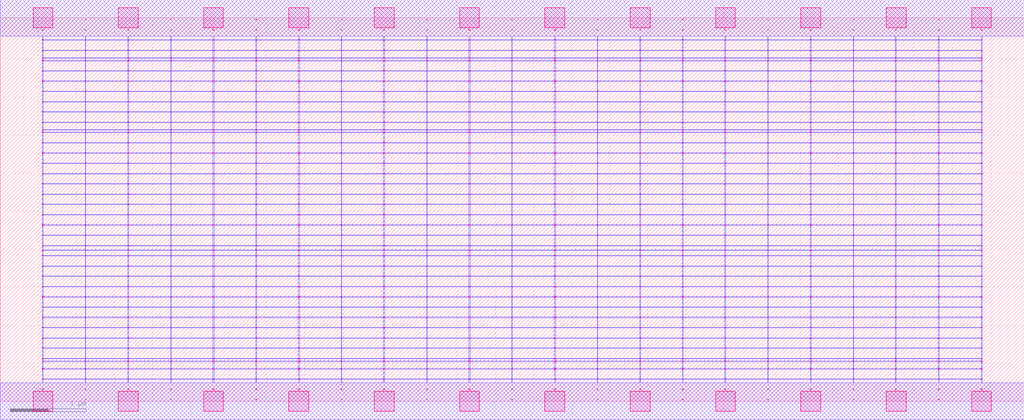
<source format=lef>
MACRO AOOAAOAI212211_DEBUG
 CLASS CORE ;
 FOREIGN AOOAAOAI212211_DEBUG 0 0 ;
 SIZE 13.44 BY 5.04 ;
 ORIGIN 0 0 ;
 SYMMETRY X Y R90 ;
 SITE unit ;

 OBS
    LAYER polycont ;
     RECT 6.71600000 2.58300000 6.72400000 2.59100000 ;
     RECT 6.71600000 2.71800000 6.72400000 2.72600000 ;
     RECT 6.71600000 2.85300000 6.72400000 2.86100000 ;
     RECT 6.71600000 2.98800000 6.72400000 2.99600000 ;
     RECT 8.95600000 2.58300000 8.96400000 2.59100000 ;
     RECT 9.51100000 2.58300000 9.52400000 2.59100000 ;
     RECT 10.07600000 2.58300000 10.08400000 2.59100000 ;
     RECT 10.63600000 2.58300000 10.64900000 2.59100000 ;
     RECT 11.19600000 2.58300000 11.20400000 2.59100000 ;
     RECT 11.75100000 2.58300000 11.76400000 2.59100000 ;
     RECT 12.31600000 2.58300000 12.32400000 2.59100000 ;
     RECT 12.87600000 2.58300000 12.88900000 2.59100000 ;
     RECT 7.27100000 2.58300000 7.28900000 2.59100000 ;
     RECT 7.27100000 2.71800000 7.28900000 2.72600000 ;
     RECT 7.83600000 2.71800000 7.84400000 2.72600000 ;
     RECT 8.39600000 2.71800000 8.40900000 2.72600000 ;
     RECT 8.95600000 2.71800000 8.96400000 2.72600000 ;
     RECT 9.51100000 2.71800000 9.52400000 2.72600000 ;
     RECT 10.07600000 2.71800000 10.08400000 2.72600000 ;
     RECT 10.63600000 2.71800000 10.64900000 2.72600000 ;
     RECT 11.19600000 2.71800000 11.20400000 2.72600000 ;
     RECT 11.75100000 2.71800000 11.76400000 2.72600000 ;
     RECT 12.31600000 2.71800000 12.32400000 2.72600000 ;
     RECT 12.87600000 2.71800000 12.88900000 2.72600000 ;
     RECT 7.83600000 2.58300000 7.84400000 2.59100000 ;
     RECT 7.27100000 2.85300000 7.28900000 2.86100000 ;
     RECT 7.83600000 2.85300000 7.84400000 2.86100000 ;
     RECT 8.39600000 2.85300000 8.40900000 2.86100000 ;
     RECT 8.95600000 2.85300000 8.96400000 2.86100000 ;
     RECT 9.51100000 2.85300000 9.52400000 2.86100000 ;
     RECT 10.07600000 2.85300000 10.08400000 2.86100000 ;
     RECT 10.63600000 2.85300000 10.64900000 2.86100000 ;
     RECT 11.19600000 2.85300000 11.20400000 2.86100000 ;
     RECT 11.75100000 2.85300000 11.76400000 2.86100000 ;
     RECT 12.31600000 2.85300000 12.32400000 2.86100000 ;
     RECT 12.87600000 2.85300000 12.88900000 2.86100000 ;
     RECT 8.39600000 2.58300000 8.40900000 2.59100000 ;
     RECT 7.27100000 2.98800000 7.28900000 2.99600000 ;
     RECT 7.83600000 2.98800000 7.84400000 2.99600000 ;
     RECT 8.39600000 2.98800000 8.40900000 2.99600000 ;
     RECT 8.95600000 2.98800000 8.96400000 2.99600000 ;
     RECT 9.51100000 2.98800000 9.52400000 2.99600000 ;
     RECT 10.07600000 2.98800000 10.08400000 2.99600000 ;
     RECT 10.63600000 2.98800000 10.64900000 2.99600000 ;
     RECT 11.19600000 2.98800000 11.20400000 2.99600000 ;
     RECT 11.75100000 2.98800000 11.76400000 2.99600000 ;
     RECT 12.31600000 2.98800000 12.32400000 2.99600000 ;
     RECT 12.87600000 2.98800000 12.88900000 2.99600000 ;
     RECT 8.95600000 3.12300000 8.96400000 3.13100000 ;
     RECT 11.19600000 3.12300000 11.20400000 3.13100000 ;
     RECT 8.95600000 3.25800000 8.96400000 3.26600000 ;
     RECT 11.19600000 3.25800000 11.20400000 3.26600000 ;
     RECT 8.95600000 3.39300000 8.96400000 3.40100000 ;
     RECT 11.19600000 3.39300000 11.20400000 3.40100000 ;
     RECT 8.95600000 3.52800000 8.96400000 3.53600000 ;
     RECT 11.19600000 3.52800000 11.20400000 3.53600000 ;
     RECT 8.95600000 3.56100000 8.96400000 3.56900000 ;
     RECT 11.19600000 3.56100000 11.20400000 3.56900000 ;
     RECT 8.95600000 3.66300000 8.96400000 3.67100000 ;
     RECT 11.19600000 3.66300000 11.20400000 3.67100000 ;
     RECT 8.95600000 3.79800000 8.96400000 3.80600000 ;
     RECT 11.19600000 3.79800000 11.20400000 3.80600000 ;
     RECT 8.95600000 3.93300000 8.96400000 3.94100000 ;
     RECT 11.19600000 3.93300000 11.20400000 3.94100000 ;
     RECT 8.95600000 4.06800000 8.96400000 4.07600000 ;
     RECT 11.19600000 4.06800000 11.20400000 4.07600000 ;
     RECT 8.95600000 4.20300000 8.96400000 4.21100000 ;
     RECT 11.19600000 4.20300000 11.20400000 4.21100000 ;
     RECT 8.95600000 4.33800000 8.96400000 4.34600000 ;
     RECT 11.19600000 4.33800000 11.20400000 4.34600000 ;
     RECT 8.95600000 4.47300000 8.96400000 4.48100000 ;
     RECT 11.19600000 4.47300000 11.20400000 4.48100000 ;
     RECT 8.95600000 4.51100000 8.96400000 4.51900000 ;
     RECT 11.19600000 4.51100000 11.20400000 4.51900000 ;
     RECT 8.95600000 4.60800000 8.96400000 4.61600000 ;
     RECT 11.19600000 4.60800000 11.20400000 4.61600000 ;
     RECT 8.95600000 4.74300000 8.96400000 4.75100000 ;
     RECT 11.19600000 4.74300000 11.20400000 4.75100000 ;
     RECT 8.95600000 4.87800000 8.96400000 4.88600000 ;
     RECT 11.19600000 4.87800000 11.20400000 4.88600000 ;
     RECT 2.23600000 2.58300000 2.24400000 2.59100000 ;
     RECT 2.79100000 2.58300000 2.80900000 2.59100000 ;
     RECT 3.35600000 2.58300000 3.36400000 2.59100000 ;
     RECT 3.91100000 2.58300000 3.92900000 2.59100000 ;
     RECT 4.47600000 2.58300000 4.48400000 2.59100000 ;
     RECT 5.03100000 2.58300000 5.04900000 2.59100000 ;
     RECT 5.59600000 2.58300000 5.60400000 2.59100000 ;
     RECT 6.15100000 2.58300000 6.16900000 2.59100000 ;
     RECT 0.55100000 2.58300000 0.56400000 2.59100000 ;
     RECT 0.55100000 2.71800000 0.56400000 2.72600000 ;
     RECT 0.55100000 2.85300000 0.56400000 2.86100000 ;
     RECT 1.11600000 2.85300000 1.12400000 2.86100000 ;
     RECT 1.67100000 2.85300000 1.68900000 2.86100000 ;
     RECT 2.23600000 2.85300000 2.24400000 2.86100000 ;
     RECT 2.79100000 2.85300000 2.80900000 2.86100000 ;
     RECT 3.35600000 2.85300000 3.36400000 2.86100000 ;
     RECT 3.91100000 2.85300000 3.92900000 2.86100000 ;
     RECT 4.47600000 2.85300000 4.48400000 2.86100000 ;
     RECT 5.03100000 2.85300000 5.04900000 2.86100000 ;
     RECT 5.59600000 2.85300000 5.60400000 2.86100000 ;
     RECT 6.15100000 2.85300000 6.16900000 2.86100000 ;
     RECT 1.11600000 2.71800000 1.12400000 2.72600000 ;
     RECT 1.67100000 2.71800000 1.68900000 2.72600000 ;
     RECT 2.23600000 2.71800000 2.24400000 2.72600000 ;
     RECT 2.79100000 2.71800000 2.80900000 2.72600000 ;
     RECT 3.35600000 2.71800000 3.36400000 2.72600000 ;
     RECT 3.91100000 2.71800000 3.92900000 2.72600000 ;
     RECT 4.47600000 2.71800000 4.48400000 2.72600000 ;
     RECT 5.03100000 2.71800000 5.04900000 2.72600000 ;
     RECT 5.59600000 2.71800000 5.60400000 2.72600000 ;
     RECT 6.15100000 2.71800000 6.16900000 2.72600000 ;
     RECT 1.11600000 2.58300000 1.12400000 2.59100000 ;
     RECT 1.67100000 2.58300000 1.68900000 2.59100000 ;
     RECT 0.55100000 2.98800000 0.56400000 2.99600000 ;
     RECT 1.11600000 2.98800000 1.12400000 2.99600000 ;
     RECT 1.67100000 2.98800000 1.68900000 2.99600000 ;
     RECT 2.23600000 2.98800000 2.24400000 2.99600000 ;
     RECT 2.79100000 2.98800000 2.80900000 2.99600000 ;
     RECT 3.35600000 2.98800000 3.36400000 2.99600000 ;
     RECT 3.91100000 2.98800000 3.92900000 2.99600000 ;
     RECT 4.47600000 2.98800000 4.48400000 2.99600000 ;
     RECT 5.03100000 2.98800000 5.04900000 2.99600000 ;
     RECT 5.59600000 2.98800000 5.60400000 2.99600000 ;
     RECT 6.15100000 2.98800000 6.16900000 2.99600000 ;
     RECT 4.47600000 0.55800000 4.48400000 0.56600000 ;
     RECT 4.47600000 0.69300000 4.48400000 0.70100000 ;
     RECT 4.47600000 0.82800000 4.48400000 0.83600000 ;
     RECT 4.47600000 0.96300000 4.48400000 0.97100000 ;
     RECT 4.47600000 1.09800000 4.48400000 1.10600000 ;
     RECT 4.47600000 1.23300000 4.48400000 1.24100000 ;
     RECT 4.47600000 1.36800000 4.48400000 1.37600000 ;
     RECT 4.47600000 1.50300000 4.48400000 1.51100000 ;
     RECT 4.47600000 1.63800000 4.48400000 1.64600000 ;
     RECT 4.47600000 1.77300000 4.48400000 1.78100000 ;
     RECT 4.47600000 1.90800000 4.48400000 1.91600000 ;
     RECT 4.47600000 1.98100000 4.48400000 1.98900000 ;
     RECT 4.47600000 2.04300000 4.48400000 2.05100000 ;
     RECT 4.47600000 2.17800000 4.48400000 2.18600000 ;
     RECT 4.47600000 2.31300000 4.48400000 2.32100000 ;
     RECT 4.47600000 2.44800000 4.48400000 2.45600000 ;
     RECT 4.47600000 0.15300000 4.48400000 0.16100000 ;
     RECT 4.47600000 0.28800000 4.48400000 0.29600000 ;
     RECT 4.47600000 0.42300000 4.48400000 0.43100000 ;
     RECT 4.47600000 0.52100000 4.48400000 0.52900000 ;
     RECT 10.07600000 0.28800000 10.08400000 0.29600000 ;
     RECT 10.07600000 1.63800000 10.08400000 1.64600000 ;
     RECT 10.07600000 0.82800000 10.08400000 0.83600000 ;
     RECT 10.07600000 1.77300000 10.08400000 1.78100000 ;
     RECT 10.07600000 0.52100000 10.08400000 0.52900000 ;
     RECT 10.07600000 1.90800000 10.08400000 1.91600000 ;
     RECT 10.07600000 0.96300000 10.08400000 0.97100000 ;
     RECT 10.07600000 1.98100000 10.08400000 1.98900000 ;
     RECT 10.07600000 0.15300000 10.08400000 0.16100000 ;
     RECT 10.07600000 2.04300000 10.08400000 2.05100000 ;
     RECT 10.07600000 1.09800000 10.08400000 1.10600000 ;
     RECT 10.07600000 2.17800000 10.08400000 2.18600000 ;
     RECT 10.07600000 0.55800000 10.08400000 0.56600000 ;
     RECT 10.07600000 2.31300000 10.08400000 2.32100000 ;
     RECT 10.07600000 1.23300000 10.08400000 1.24100000 ;
     RECT 10.07600000 2.44800000 10.08400000 2.45600000 ;
     RECT 10.07600000 0.42300000 10.08400000 0.43100000 ;
     RECT 10.07600000 1.36800000 10.08400000 1.37600000 ;
     RECT 10.07600000 0.69300000 10.08400000 0.70100000 ;
     RECT 10.07600000 1.50300000 10.08400000 1.51100000 ;

    LAYER pdiffc ;
     RECT 0.55100000 3.39300000 0.55900000 3.40100000 ;
     RECT 8.40100000 3.39300000 8.40900000 3.40100000 ;
     RECT 9.51100000 3.39300000 9.51900000 3.40100000 ;
     RECT 10.64100000 3.39300000 10.64900000 3.40100000 ;
     RECT 11.75100000 3.39300000 11.75900000 3.40100000 ;
     RECT 12.88100000 3.39300000 12.88900000 3.40100000 ;
     RECT 0.55100000 3.52800000 0.55900000 3.53600000 ;
     RECT 8.40100000 3.52800000 8.40900000 3.53600000 ;
     RECT 9.51100000 3.52800000 9.51900000 3.53600000 ;
     RECT 10.64100000 3.52800000 10.64900000 3.53600000 ;
     RECT 11.75100000 3.52800000 11.75900000 3.53600000 ;
     RECT 12.88100000 3.52800000 12.88900000 3.53600000 ;
     RECT 0.55100000 3.56100000 0.55900000 3.56900000 ;
     RECT 8.40100000 3.56100000 8.40900000 3.56900000 ;
     RECT 9.51100000 3.56100000 9.51900000 3.56900000 ;
     RECT 10.64100000 3.56100000 10.64900000 3.56900000 ;
     RECT 11.75100000 3.56100000 11.75900000 3.56900000 ;
     RECT 12.88100000 3.56100000 12.88900000 3.56900000 ;
     RECT 0.55100000 3.66300000 0.55900000 3.67100000 ;
     RECT 8.40100000 3.66300000 8.40900000 3.67100000 ;
     RECT 9.51100000 3.66300000 9.51900000 3.67100000 ;
     RECT 10.64100000 3.66300000 10.64900000 3.67100000 ;
     RECT 11.75100000 3.66300000 11.75900000 3.67100000 ;
     RECT 12.88100000 3.66300000 12.88900000 3.67100000 ;
     RECT 0.55100000 3.79800000 0.55900000 3.80600000 ;
     RECT 8.40100000 3.79800000 8.40900000 3.80600000 ;
     RECT 9.51100000 3.79800000 9.51900000 3.80600000 ;
     RECT 10.64100000 3.79800000 10.64900000 3.80600000 ;
     RECT 11.75100000 3.79800000 11.75900000 3.80600000 ;
     RECT 12.88100000 3.79800000 12.88900000 3.80600000 ;
     RECT 0.55100000 3.93300000 0.55900000 3.94100000 ;
     RECT 8.40100000 3.93300000 8.40900000 3.94100000 ;
     RECT 9.51100000 3.93300000 9.51900000 3.94100000 ;
     RECT 10.64100000 3.93300000 10.64900000 3.94100000 ;
     RECT 11.75100000 3.93300000 11.75900000 3.94100000 ;
     RECT 12.88100000 3.93300000 12.88900000 3.94100000 ;
     RECT 0.55100000 4.06800000 0.55900000 4.07600000 ;
     RECT 8.40100000 4.06800000 8.40900000 4.07600000 ;
     RECT 9.51100000 4.06800000 9.51900000 4.07600000 ;
     RECT 10.64100000 4.06800000 10.64900000 4.07600000 ;
     RECT 11.75100000 4.06800000 11.75900000 4.07600000 ;
     RECT 12.88100000 4.06800000 12.88900000 4.07600000 ;
     RECT 0.55100000 4.20300000 0.55900000 4.21100000 ;
     RECT 8.40100000 4.20300000 8.40900000 4.21100000 ;
     RECT 9.51100000 4.20300000 9.51900000 4.21100000 ;
     RECT 10.64100000 4.20300000 10.64900000 4.21100000 ;
     RECT 11.75100000 4.20300000 11.75900000 4.21100000 ;
     RECT 12.88100000 4.20300000 12.88900000 4.21100000 ;
     RECT 0.55100000 4.33800000 0.55900000 4.34600000 ;
     RECT 8.40100000 4.33800000 8.40900000 4.34600000 ;
     RECT 9.51100000 4.33800000 9.51900000 4.34600000 ;
     RECT 10.64100000 4.33800000 10.64900000 4.34600000 ;
     RECT 11.75100000 4.33800000 11.75900000 4.34600000 ;
     RECT 12.88100000 4.33800000 12.88900000 4.34600000 ;
     RECT 0.55100000 4.47300000 0.55900000 4.48100000 ;
     RECT 8.40100000 4.47300000 8.40900000 4.48100000 ;
     RECT 9.51100000 4.47300000 9.51900000 4.48100000 ;
     RECT 10.64100000 4.47300000 10.64900000 4.48100000 ;
     RECT 11.75100000 4.47300000 11.75900000 4.48100000 ;
     RECT 12.88100000 4.47300000 12.88900000 4.48100000 ;
     RECT 0.55100000 4.51100000 0.55900000 4.51900000 ;
     RECT 8.40100000 4.51100000 8.40900000 4.51900000 ;
     RECT 9.51100000 4.51100000 9.51900000 4.51900000 ;
     RECT 10.64100000 4.51100000 10.64900000 4.51900000 ;
     RECT 11.75100000 4.51100000 11.75900000 4.51900000 ;
     RECT 12.88100000 4.51100000 12.88900000 4.51900000 ;
     RECT 0.55100000 4.60800000 0.55900000 4.61600000 ;
     RECT 8.40100000 4.60800000 8.40900000 4.61600000 ;
     RECT 9.51100000 4.60800000 9.51900000 4.61600000 ;
     RECT 10.64100000 4.60800000 10.64900000 4.61600000 ;
     RECT 11.75100000 4.60800000 11.75900000 4.61600000 ;
     RECT 12.88100000 4.60800000 12.88900000 4.61600000 ;

    LAYER ndiffc ;
     RECT 7.27100000 0.42300000 7.28900000 0.43100000 ;
     RECT 8.39600000 0.42300000 8.40900000 0.43100000 ;
     RECT 9.51100000 0.42300000 9.52400000 0.43100000 ;
     RECT 10.63600000 0.42300000 10.64900000 0.43100000 ;
     RECT 11.75100000 0.42300000 11.76400000 0.43100000 ;
     RECT 12.87600000 0.42300000 12.88900000 0.43100000 ;
     RECT 7.27100000 0.52100000 7.28900000 0.52900000 ;
     RECT 8.39600000 0.52100000 8.40900000 0.52900000 ;
     RECT 9.51100000 0.52100000 9.52400000 0.52900000 ;
     RECT 10.63600000 0.52100000 10.64900000 0.52900000 ;
     RECT 11.75100000 0.52100000 11.76400000 0.52900000 ;
     RECT 12.87600000 0.52100000 12.88900000 0.52900000 ;
     RECT 7.27100000 0.55800000 7.28900000 0.56600000 ;
     RECT 8.39600000 0.55800000 8.40900000 0.56600000 ;
     RECT 9.51100000 0.55800000 9.52400000 0.56600000 ;
     RECT 10.63600000 0.55800000 10.64900000 0.56600000 ;
     RECT 11.75100000 0.55800000 11.76400000 0.56600000 ;
     RECT 12.87600000 0.55800000 12.88900000 0.56600000 ;
     RECT 7.27100000 0.69300000 7.28900000 0.70100000 ;
     RECT 8.39600000 0.69300000 8.40900000 0.70100000 ;
     RECT 9.51100000 0.69300000 9.52400000 0.70100000 ;
     RECT 10.63600000 0.69300000 10.64900000 0.70100000 ;
     RECT 11.75100000 0.69300000 11.76400000 0.70100000 ;
     RECT 12.87600000 0.69300000 12.88900000 0.70100000 ;
     RECT 7.27100000 0.82800000 7.28900000 0.83600000 ;
     RECT 8.39600000 0.82800000 8.40900000 0.83600000 ;
     RECT 9.51100000 0.82800000 9.52400000 0.83600000 ;
     RECT 10.63600000 0.82800000 10.64900000 0.83600000 ;
     RECT 11.75100000 0.82800000 11.76400000 0.83600000 ;
     RECT 12.87600000 0.82800000 12.88900000 0.83600000 ;
     RECT 7.27100000 0.96300000 7.28900000 0.97100000 ;
     RECT 8.39600000 0.96300000 8.40900000 0.97100000 ;
     RECT 9.51100000 0.96300000 9.52400000 0.97100000 ;
     RECT 10.63600000 0.96300000 10.64900000 0.97100000 ;
     RECT 11.75100000 0.96300000 11.76400000 0.97100000 ;
     RECT 12.87600000 0.96300000 12.88900000 0.97100000 ;
     RECT 7.27100000 1.09800000 7.28900000 1.10600000 ;
     RECT 8.39600000 1.09800000 8.40900000 1.10600000 ;
     RECT 9.51100000 1.09800000 9.52400000 1.10600000 ;
     RECT 10.63600000 1.09800000 10.64900000 1.10600000 ;
     RECT 11.75100000 1.09800000 11.76400000 1.10600000 ;
     RECT 12.87600000 1.09800000 12.88900000 1.10600000 ;
     RECT 7.27100000 1.23300000 7.28900000 1.24100000 ;
     RECT 8.39600000 1.23300000 8.40900000 1.24100000 ;
     RECT 9.51100000 1.23300000 9.52400000 1.24100000 ;
     RECT 10.63600000 1.23300000 10.64900000 1.24100000 ;
     RECT 11.75100000 1.23300000 11.76400000 1.24100000 ;
     RECT 12.87600000 1.23300000 12.88900000 1.24100000 ;
     RECT 7.27100000 1.36800000 7.28900000 1.37600000 ;
     RECT 8.39600000 1.36800000 8.40900000 1.37600000 ;
     RECT 9.51100000 1.36800000 9.52400000 1.37600000 ;
     RECT 10.63600000 1.36800000 10.64900000 1.37600000 ;
     RECT 11.75100000 1.36800000 11.76400000 1.37600000 ;
     RECT 12.87600000 1.36800000 12.88900000 1.37600000 ;
     RECT 7.27100000 1.50300000 7.28900000 1.51100000 ;
     RECT 8.39600000 1.50300000 8.40900000 1.51100000 ;
     RECT 9.51100000 1.50300000 9.52400000 1.51100000 ;
     RECT 10.63600000 1.50300000 10.64900000 1.51100000 ;
     RECT 11.75100000 1.50300000 11.76400000 1.51100000 ;
     RECT 12.87600000 1.50300000 12.88900000 1.51100000 ;
     RECT 7.27100000 1.63800000 7.28900000 1.64600000 ;
     RECT 8.39600000 1.63800000 8.40900000 1.64600000 ;
     RECT 9.51100000 1.63800000 9.52400000 1.64600000 ;
     RECT 10.63600000 1.63800000 10.64900000 1.64600000 ;
     RECT 11.75100000 1.63800000 11.76400000 1.64600000 ;
     RECT 12.87600000 1.63800000 12.88900000 1.64600000 ;
     RECT 7.27100000 1.77300000 7.28900000 1.78100000 ;
     RECT 8.39600000 1.77300000 8.40900000 1.78100000 ;
     RECT 9.51100000 1.77300000 9.52400000 1.78100000 ;
     RECT 10.63600000 1.77300000 10.64900000 1.78100000 ;
     RECT 11.75100000 1.77300000 11.76400000 1.78100000 ;
     RECT 12.87600000 1.77300000 12.88900000 1.78100000 ;
     RECT 7.27100000 1.90800000 7.28900000 1.91600000 ;
     RECT 8.39600000 1.90800000 8.40900000 1.91600000 ;
     RECT 9.51100000 1.90800000 9.52400000 1.91600000 ;
     RECT 10.63600000 1.90800000 10.64900000 1.91600000 ;
     RECT 11.75100000 1.90800000 11.76400000 1.91600000 ;
     RECT 12.87600000 1.90800000 12.88900000 1.91600000 ;
     RECT 7.27100000 1.98100000 7.28900000 1.98900000 ;
     RECT 8.39600000 1.98100000 8.40900000 1.98900000 ;
     RECT 9.51100000 1.98100000 9.52400000 1.98900000 ;
     RECT 10.63600000 1.98100000 10.64900000 1.98900000 ;
     RECT 11.75100000 1.98100000 11.76400000 1.98900000 ;
     RECT 12.87600000 1.98100000 12.88900000 1.98900000 ;
     RECT 7.27100000 2.04300000 7.28900000 2.05100000 ;
     RECT 8.39600000 2.04300000 8.40900000 2.05100000 ;
     RECT 9.51100000 2.04300000 9.52400000 2.05100000 ;
     RECT 10.63600000 2.04300000 10.64900000 2.05100000 ;
     RECT 11.75100000 2.04300000 11.76400000 2.05100000 ;
     RECT 12.87600000 2.04300000 12.88900000 2.05100000 ;
     RECT 0.55100000 0.42300000 0.56400000 0.43100000 ;
     RECT 1.67100000 0.42300000 1.68900000 0.43100000 ;
     RECT 2.79100000 0.42300000 2.80900000 0.43100000 ;
     RECT 3.91100000 0.42300000 3.92900000 0.43100000 ;
     RECT 5.03100000 0.42300000 5.04900000 0.43100000 ;
     RECT 6.15100000 0.42300000 6.16900000 0.43100000 ;
     RECT 0.55100000 1.36800000 0.56400000 1.37600000 ;
     RECT 1.67100000 1.36800000 1.68900000 1.37600000 ;
     RECT 2.79100000 1.36800000 2.80900000 1.37600000 ;
     RECT 3.91100000 1.36800000 3.92900000 1.37600000 ;
     RECT 5.03100000 1.36800000 5.04900000 1.37600000 ;
     RECT 6.15100000 1.36800000 6.16900000 1.37600000 ;
     RECT 0.55100000 0.82800000 0.56400000 0.83600000 ;
     RECT 1.67100000 0.82800000 1.68900000 0.83600000 ;
     RECT 2.79100000 0.82800000 2.80900000 0.83600000 ;
     RECT 3.91100000 0.82800000 3.92900000 0.83600000 ;
     RECT 5.03100000 0.82800000 5.04900000 0.83600000 ;
     RECT 6.15100000 0.82800000 6.16900000 0.83600000 ;
     RECT 0.55100000 1.50300000 0.56400000 1.51100000 ;
     RECT 1.67100000 1.50300000 1.68900000 1.51100000 ;
     RECT 2.79100000 1.50300000 2.80900000 1.51100000 ;
     RECT 3.91100000 1.50300000 3.92900000 1.51100000 ;
     RECT 5.03100000 1.50300000 5.04900000 1.51100000 ;
     RECT 6.15100000 1.50300000 6.16900000 1.51100000 ;
     RECT 0.55100000 0.55800000 0.56400000 0.56600000 ;
     RECT 1.67100000 0.55800000 1.68900000 0.56600000 ;
     RECT 2.79100000 0.55800000 2.80900000 0.56600000 ;
     RECT 3.91100000 0.55800000 3.92900000 0.56600000 ;
     RECT 5.03100000 0.55800000 5.04900000 0.56600000 ;
     RECT 6.15100000 0.55800000 6.16900000 0.56600000 ;
     RECT 0.55100000 1.63800000 0.56400000 1.64600000 ;
     RECT 1.67100000 1.63800000 1.68900000 1.64600000 ;
     RECT 2.79100000 1.63800000 2.80900000 1.64600000 ;
     RECT 3.91100000 1.63800000 3.92900000 1.64600000 ;
     RECT 5.03100000 1.63800000 5.04900000 1.64600000 ;
     RECT 6.15100000 1.63800000 6.16900000 1.64600000 ;
     RECT 0.55100000 0.96300000 0.56400000 0.97100000 ;
     RECT 1.67100000 0.96300000 1.68900000 0.97100000 ;
     RECT 2.79100000 0.96300000 2.80900000 0.97100000 ;
     RECT 3.91100000 0.96300000 3.92900000 0.97100000 ;
     RECT 5.03100000 0.96300000 5.04900000 0.97100000 ;
     RECT 6.15100000 0.96300000 6.16900000 0.97100000 ;
     RECT 0.55100000 1.77300000 0.56400000 1.78100000 ;
     RECT 1.67100000 1.77300000 1.68900000 1.78100000 ;
     RECT 2.79100000 1.77300000 2.80900000 1.78100000 ;
     RECT 3.91100000 1.77300000 3.92900000 1.78100000 ;
     RECT 5.03100000 1.77300000 5.04900000 1.78100000 ;
     RECT 6.15100000 1.77300000 6.16900000 1.78100000 ;
     RECT 0.55100000 0.52100000 0.56400000 0.52900000 ;
     RECT 1.67100000 0.52100000 1.68900000 0.52900000 ;
     RECT 2.79100000 0.52100000 2.80900000 0.52900000 ;
     RECT 3.91100000 0.52100000 3.92900000 0.52900000 ;
     RECT 5.03100000 0.52100000 5.04900000 0.52900000 ;
     RECT 6.15100000 0.52100000 6.16900000 0.52900000 ;
     RECT 0.55100000 1.90800000 0.56400000 1.91600000 ;
     RECT 1.67100000 1.90800000 1.68900000 1.91600000 ;
     RECT 2.79100000 1.90800000 2.80900000 1.91600000 ;
     RECT 3.91100000 1.90800000 3.92900000 1.91600000 ;
     RECT 5.03100000 1.90800000 5.04900000 1.91600000 ;
     RECT 6.15100000 1.90800000 6.16900000 1.91600000 ;
     RECT 0.55100000 1.09800000 0.56400000 1.10600000 ;
     RECT 1.67100000 1.09800000 1.68900000 1.10600000 ;
     RECT 2.79100000 1.09800000 2.80900000 1.10600000 ;
     RECT 3.91100000 1.09800000 3.92900000 1.10600000 ;
     RECT 5.03100000 1.09800000 5.04900000 1.10600000 ;
     RECT 6.15100000 1.09800000 6.16900000 1.10600000 ;
     RECT 0.55100000 1.98100000 0.56400000 1.98900000 ;
     RECT 1.67100000 1.98100000 1.68900000 1.98900000 ;
     RECT 2.79100000 1.98100000 2.80900000 1.98900000 ;
     RECT 3.91100000 1.98100000 3.92900000 1.98900000 ;
     RECT 5.03100000 1.98100000 5.04900000 1.98900000 ;
     RECT 6.15100000 1.98100000 6.16900000 1.98900000 ;
     RECT 0.55100000 0.69300000 0.56400000 0.70100000 ;
     RECT 1.67100000 0.69300000 1.68900000 0.70100000 ;
     RECT 2.79100000 0.69300000 2.80900000 0.70100000 ;
     RECT 3.91100000 0.69300000 3.92900000 0.70100000 ;
     RECT 5.03100000 0.69300000 5.04900000 0.70100000 ;
     RECT 6.15100000 0.69300000 6.16900000 0.70100000 ;
     RECT 0.55100000 2.04300000 0.56400000 2.05100000 ;
     RECT 1.67100000 2.04300000 1.68900000 2.05100000 ;
     RECT 2.79100000 2.04300000 2.80900000 2.05100000 ;
     RECT 3.91100000 2.04300000 3.92900000 2.05100000 ;
     RECT 5.03100000 2.04300000 5.04900000 2.05100000 ;
     RECT 6.15100000 2.04300000 6.16900000 2.05100000 ;
     RECT 0.55100000 1.23300000 0.56400000 1.24100000 ;
     RECT 1.67100000 1.23300000 1.68900000 1.24100000 ;
     RECT 2.79100000 1.23300000 2.80900000 1.24100000 ;
     RECT 3.91100000 1.23300000 3.92900000 1.24100000 ;
     RECT 5.03100000 1.23300000 5.04900000 1.24100000 ;
     RECT 6.15100000 1.23300000 6.16900000 1.24100000 ;

    LAYER met1 ;
     RECT 0.00000000 -0.24000000 13.44000000 0.24000000 ;
     RECT 6.71600000 0.24000000 6.72400000 0.28800000 ;
     RECT 0.55100000 0.28800000 12.88900000 0.29600000 ;
     RECT 6.71600000 0.29600000 6.72400000 0.42300000 ;
     RECT 0.55100000 0.42300000 12.88900000 0.43100000 ;
     RECT 6.71600000 0.43100000 6.72400000 0.52100000 ;
     RECT 0.55100000 0.52100000 12.88900000 0.52900000 ;
     RECT 6.71600000 0.52900000 6.72400000 0.55800000 ;
     RECT 0.55100000 0.55800000 12.88900000 0.56600000 ;
     RECT 6.71600000 0.56600000 6.72400000 0.69300000 ;
     RECT 0.55100000 0.69300000 12.88900000 0.70100000 ;
     RECT 6.71600000 0.70100000 6.72400000 0.82800000 ;
     RECT 0.55100000 0.82800000 12.88900000 0.83600000 ;
     RECT 6.71600000 0.83600000 6.72400000 0.96300000 ;
     RECT 0.55100000 0.96300000 12.88900000 0.97100000 ;
     RECT 6.71600000 0.97100000 6.72400000 1.09800000 ;
     RECT 0.55100000 1.09800000 12.88900000 1.10600000 ;
     RECT 6.71600000 1.10600000 6.72400000 1.23300000 ;
     RECT 0.55100000 1.23300000 12.88900000 1.24100000 ;
     RECT 6.71600000 1.24100000 6.72400000 1.36800000 ;
     RECT 0.55100000 1.36800000 12.88900000 1.37600000 ;
     RECT 6.71600000 1.37600000 6.72400000 1.50300000 ;
     RECT 0.55100000 1.50300000 12.88900000 1.51100000 ;
     RECT 6.71600000 1.51100000 6.72400000 1.63800000 ;
     RECT 0.55100000 1.63800000 12.88900000 1.64600000 ;
     RECT 6.71600000 1.64600000 6.72400000 1.77300000 ;
     RECT 0.55100000 1.77300000 12.88900000 1.78100000 ;
     RECT 6.71600000 1.78100000 6.72400000 1.90800000 ;
     RECT 0.55100000 1.90800000 12.88900000 1.91600000 ;
     RECT 6.71600000 1.91600000 6.72400000 1.98100000 ;
     RECT 0.55100000 1.98100000 12.88900000 1.98900000 ;
     RECT 6.71600000 1.98900000 6.72400000 2.04300000 ;
     RECT 0.55100000 2.04300000 12.88900000 2.05100000 ;
     RECT 6.71600000 2.05100000 6.72400000 2.17800000 ;
     RECT 0.55100000 2.17800000 12.88900000 2.18600000 ;
     RECT 6.71600000 2.18600000 6.72400000 2.31300000 ;
     RECT 0.55100000 2.31300000 12.88900000 2.32100000 ;
     RECT 6.71600000 2.32100000 6.72400000 2.44800000 ;
     RECT 0.55100000 2.44800000 12.88900000 2.45600000 ;
     RECT 0.55100000 2.45600000 0.56400000 2.58300000 ;
     RECT 1.11600000 2.45600000 1.12400000 2.58300000 ;
     RECT 1.67100000 2.45600000 1.68900000 2.58300000 ;
     RECT 2.23600000 2.45600000 2.24400000 2.58300000 ;
     RECT 2.79100000 2.45600000 2.80900000 2.58300000 ;
     RECT 3.35600000 2.45600000 3.36400000 2.58300000 ;
     RECT 3.91100000 2.45600000 3.92900000 2.58300000 ;
     RECT 4.47600000 2.45600000 4.48400000 2.58300000 ;
     RECT 5.03100000 2.45600000 5.04900000 2.58300000 ;
     RECT 5.59600000 2.45600000 5.60400000 2.58300000 ;
     RECT 6.15100000 2.45600000 6.16900000 2.58300000 ;
     RECT 6.71600000 2.45600000 6.72400000 2.58300000 ;
     RECT 7.27100000 2.45600000 7.28900000 2.58300000 ;
     RECT 7.83600000 2.45600000 7.84400000 2.58300000 ;
     RECT 8.39600000 2.45600000 8.40900000 2.58300000 ;
     RECT 8.95600000 2.45600000 8.96400000 2.58300000 ;
     RECT 9.51100000 2.45600000 9.52400000 2.58300000 ;
     RECT 10.07600000 2.45600000 10.08400000 2.58300000 ;
     RECT 10.63600000 2.45600000 10.64900000 2.58300000 ;
     RECT 11.19600000 2.45600000 11.20400000 2.58300000 ;
     RECT 11.75100000 2.45600000 11.76400000 2.58300000 ;
     RECT 12.31600000 2.45600000 12.32400000 2.58300000 ;
     RECT 12.87600000 2.45600000 12.88900000 2.58300000 ;
     RECT 0.55100000 2.58300000 12.88900000 2.59100000 ;
     RECT 6.71600000 2.59100000 6.72400000 2.71800000 ;
     RECT 0.55100000 2.71800000 12.88900000 2.72600000 ;
     RECT 6.71600000 2.72600000 6.72400000 2.85300000 ;
     RECT 0.55100000 2.85300000 12.88900000 2.86100000 ;
     RECT 6.71600000 2.86100000 6.72400000 2.98800000 ;
     RECT 0.55100000 2.98800000 12.88900000 2.99600000 ;
     RECT 6.71600000 2.99600000 6.72400000 3.12300000 ;
     RECT 0.55100000 3.12300000 12.88900000 3.13100000 ;
     RECT 6.71600000 3.13100000 6.72400000 3.25800000 ;
     RECT 0.55100000 3.25800000 12.88900000 3.26600000 ;
     RECT 6.71600000 3.26600000 6.72400000 3.39300000 ;
     RECT 0.55100000 3.39300000 12.88900000 3.40100000 ;
     RECT 6.71600000 3.40100000 6.72400000 3.52800000 ;
     RECT 0.55100000 3.52800000 12.88900000 3.53600000 ;
     RECT 6.71600000 3.53600000 6.72400000 3.56100000 ;
     RECT 0.55100000 3.56100000 12.88900000 3.56900000 ;
     RECT 6.71600000 3.56900000 6.72400000 3.66300000 ;
     RECT 0.55100000 3.66300000 12.88900000 3.67100000 ;
     RECT 6.71600000 3.67100000 6.72400000 3.79800000 ;
     RECT 0.55100000 3.79800000 12.88900000 3.80600000 ;
     RECT 6.71600000 3.80600000 6.72400000 3.93300000 ;
     RECT 0.55100000 3.93300000 12.88900000 3.94100000 ;
     RECT 6.71600000 3.94100000 6.72400000 4.06800000 ;
     RECT 0.55100000 4.06800000 12.88900000 4.07600000 ;
     RECT 6.71600000 4.07600000 6.72400000 4.20300000 ;
     RECT 0.55100000 4.20300000 12.88900000 4.21100000 ;
     RECT 6.71600000 4.21100000 6.72400000 4.33800000 ;
     RECT 0.55100000 4.33800000 12.88900000 4.34600000 ;
     RECT 6.71600000 4.34600000 6.72400000 4.47300000 ;
     RECT 0.55100000 4.47300000 12.88900000 4.48100000 ;
     RECT 6.71600000 4.48100000 6.72400000 4.51100000 ;
     RECT 0.55100000 4.51100000 12.88900000 4.51900000 ;
     RECT 6.71600000 4.51900000 6.72400000 4.60800000 ;
     RECT 0.55100000 4.60800000 12.88900000 4.61600000 ;
     RECT 6.71600000 4.61600000 6.72400000 4.74300000 ;
     RECT 0.55100000 4.74300000 12.88900000 4.75100000 ;
     RECT 6.71600000 4.75100000 6.72400000 4.80000000 ;
     RECT 0.00000000 4.80000000 13.44000000 5.28000000 ;
     RECT 10.07600000 2.59100000 10.08400000 2.71800000 ;
     RECT 10.07600000 2.99600000 10.08400000 3.12300000 ;
     RECT 10.07600000 3.13100000 10.08400000 3.25800000 ;
     RECT 10.07600000 3.26600000 10.08400000 3.39300000 ;
     RECT 10.07600000 3.40100000 10.08400000 3.52800000 ;
     RECT 10.07600000 3.53600000 10.08400000 3.56100000 ;
     RECT 10.07600000 3.56900000 10.08400000 3.66300000 ;
     RECT 10.07600000 3.67100000 10.08400000 3.79800000 ;
     RECT 10.07600000 2.72600000 10.08400000 2.85300000 ;
     RECT 7.27100000 3.80600000 7.28900000 3.93300000 ;
     RECT 7.83600000 3.80600000 7.84400000 3.93300000 ;
     RECT 8.39600000 3.80600000 8.40900000 3.93300000 ;
     RECT 8.95600000 3.80600000 8.96400000 3.93300000 ;
     RECT 9.51100000 3.80600000 9.52400000 3.93300000 ;
     RECT 10.07600000 3.80600000 10.08400000 3.93300000 ;
     RECT 10.63600000 3.80600000 10.64900000 3.93300000 ;
     RECT 11.19600000 3.80600000 11.20400000 3.93300000 ;
     RECT 11.75100000 3.80600000 11.76400000 3.93300000 ;
     RECT 12.31600000 3.80600000 12.32400000 3.93300000 ;
     RECT 12.87600000 3.80600000 12.88900000 3.93300000 ;
     RECT 10.07600000 3.94100000 10.08400000 4.06800000 ;
     RECT 10.07600000 4.07600000 10.08400000 4.20300000 ;
     RECT 10.07600000 4.21100000 10.08400000 4.33800000 ;
     RECT 10.07600000 4.34600000 10.08400000 4.47300000 ;
     RECT 10.07600000 4.48100000 10.08400000 4.51100000 ;
     RECT 10.07600000 2.86100000 10.08400000 2.98800000 ;
     RECT 10.07600000 4.51900000 10.08400000 4.60800000 ;
     RECT 10.07600000 4.61600000 10.08400000 4.74300000 ;
     RECT 10.07600000 4.75100000 10.08400000 4.80000000 ;
     RECT 11.75100000 4.07600000 11.76400000 4.20300000 ;
     RECT 12.31600000 4.07600000 12.32400000 4.20300000 ;
     RECT 12.87600000 4.07600000 12.88900000 4.20300000 ;
     RECT 11.19600000 3.94100000 11.20400000 4.06800000 ;
     RECT 10.63600000 4.21100000 10.64900000 4.33800000 ;
     RECT 11.19600000 4.21100000 11.20400000 4.33800000 ;
     RECT 11.75100000 4.21100000 11.76400000 4.33800000 ;
     RECT 12.31600000 4.21100000 12.32400000 4.33800000 ;
     RECT 12.87600000 4.21100000 12.88900000 4.33800000 ;
     RECT 11.75100000 3.94100000 11.76400000 4.06800000 ;
     RECT 10.63600000 4.34600000 10.64900000 4.47300000 ;
     RECT 11.19600000 4.34600000 11.20400000 4.47300000 ;
     RECT 11.75100000 4.34600000 11.76400000 4.47300000 ;
     RECT 12.31600000 4.34600000 12.32400000 4.47300000 ;
     RECT 12.87600000 4.34600000 12.88900000 4.47300000 ;
     RECT 12.31600000 3.94100000 12.32400000 4.06800000 ;
     RECT 10.63600000 4.48100000 10.64900000 4.51100000 ;
     RECT 11.19600000 4.48100000 11.20400000 4.51100000 ;
     RECT 11.75100000 4.48100000 11.76400000 4.51100000 ;
     RECT 12.31600000 4.48100000 12.32400000 4.51100000 ;
     RECT 12.87600000 4.48100000 12.88900000 4.51100000 ;
     RECT 12.87600000 3.94100000 12.88900000 4.06800000 ;
     RECT 10.63600000 3.94100000 10.64900000 4.06800000 ;
     RECT 10.63600000 4.51900000 10.64900000 4.60800000 ;
     RECT 11.19600000 4.51900000 11.20400000 4.60800000 ;
     RECT 11.75100000 4.51900000 11.76400000 4.60800000 ;
     RECT 12.31600000 4.51900000 12.32400000 4.60800000 ;
     RECT 12.87600000 4.51900000 12.88900000 4.60800000 ;
     RECT 10.63600000 4.07600000 10.64900000 4.20300000 ;
     RECT 10.63600000 4.61600000 10.64900000 4.74300000 ;
     RECT 11.19600000 4.61600000 11.20400000 4.74300000 ;
     RECT 11.75100000 4.61600000 11.76400000 4.74300000 ;
     RECT 12.31600000 4.61600000 12.32400000 4.74300000 ;
     RECT 12.87600000 4.61600000 12.88900000 4.74300000 ;
     RECT 11.19600000 4.07600000 11.20400000 4.20300000 ;
     RECT 10.63600000 4.75100000 10.64900000 4.80000000 ;
     RECT 11.19600000 4.75100000 11.20400000 4.80000000 ;
     RECT 11.75100000 4.75100000 11.76400000 4.80000000 ;
     RECT 12.31600000 4.75100000 12.32400000 4.80000000 ;
     RECT 12.87600000 4.75100000 12.88900000 4.80000000 ;
     RECT 8.39600000 4.21100000 8.40900000 4.33800000 ;
     RECT 8.95600000 4.21100000 8.96400000 4.33800000 ;
     RECT 9.51100000 4.21100000 9.52400000 4.33800000 ;
     RECT 7.83600000 4.07600000 7.84400000 4.20300000 ;
     RECT 8.39600000 4.07600000 8.40900000 4.20300000 ;
     RECT 8.95600000 4.07600000 8.96400000 4.20300000 ;
     RECT 9.51100000 4.07600000 9.52400000 4.20300000 ;
     RECT 7.27100000 4.51900000 7.28900000 4.60800000 ;
     RECT 7.83600000 4.51900000 7.84400000 4.60800000 ;
     RECT 8.39600000 4.51900000 8.40900000 4.60800000 ;
     RECT 8.95600000 4.51900000 8.96400000 4.60800000 ;
     RECT 9.51100000 4.51900000 9.52400000 4.60800000 ;
     RECT 7.83600000 3.94100000 7.84400000 4.06800000 ;
     RECT 8.39600000 3.94100000 8.40900000 4.06800000 ;
     RECT 7.27100000 4.34600000 7.28900000 4.47300000 ;
     RECT 7.83600000 4.34600000 7.84400000 4.47300000 ;
     RECT 8.39600000 4.34600000 8.40900000 4.47300000 ;
     RECT 8.95600000 4.34600000 8.96400000 4.47300000 ;
     RECT 7.27100000 4.61600000 7.28900000 4.74300000 ;
     RECT 7.83600000 4.61600000 7.84400000 4.74300000 ;
     RECT 8.39600000 4.61600000 8.40900000 4.74300000 ;
     RECT 8.95600000 4.61600000 8.96400000 4.74300000 ;
     RECT 9.51100000 4.61600000 9.52400000 4.74300000 ;
     RECT 9.51100000 4.34600000 9.52400000 4.47300000 ;
     RECT 8.95600000 3.94100000 8.96400000 4.06800000 ;
     RECT 9.51100000 3.94100000 9.52400000 4.06800000 ;
     RECT 7.27100000 3.94100000 7.28900000 4.06800000 ;
     RECT 7.27100000 4.07600000 7.28900000 4.20300000 ;
     RECT 7.27100000 4.21100000 7.28900000 4.33800000 ;
     RECT 7.27100000 4.75100000 7.28900000 4.80000000 ;
     RECT 7.83600000 4.75100000 7.84400000 4.80000000 ;
     RECT 8.39600000 4.75100000 8.40900000 4.80000000 ;
     RECT 8.95600000 4.75100000 8.96400000 4.80000000 ;
     RECT 9.51100000 4.75100000 9.52400000 4.80000000 ;
     RECT 7.83600000 4.21100000 7.84400000 4.33800000 ;
     RECT 7.27100000 4.48100000 7.28900000 4.51100000 ;
     RECT 7.83600000 4.48100000 7.84400000 4.51100000 ;
     RECT 8.39600000 4.48100000 8.40900000 4.51100000 ;
     RECT 8.95600000 4.48100000 8.96400000 4.51100000 ;
     RECT 9.51100000 4.48100000 9.52400000 4.51100000 ;
     RECT 7.83600000 2.99600000 7.84400000 3.12300000 ;
     RECT 7.27100000 2.59100000 7.28900000 2.71800000 ;
     RECT 8.39600000 2.86100000 8.40900000 2.98800000 ;
     RECT 8.95600000 2.86100000 8.96400000 2.98800000 ;
     RECT 7.27100000 3.40100000 7.28900000 3.52800000 ;
     RECT 7.83600000 3.40100000 7.84400000 3.52800000 ;
     RECT 8.39600000 3.40100000 8.40900000 3.52800000 ;
     RECT 8.95600000 3.40100000 8.96400000 3.52800000 ;
     RECT 9.51100000 3.40100000 9.52400000 3.52800000 ;
     RECT 8.39600000 2.99600000 8.40900000 3.12300000 ;
     RECT 7.83600000 2.59100000 7.84400000 2.71800000 ;
     RECT 7.27100000 2.72600000 7.28900000 2.85300000 ;
     RECT 7.27100000 3.53600000 7.28900000 3.56100000 ;
     RECT 7.83600000 3.53600000 7.84400000 3.56100000 ;
     RECT 8.39600000 3.53600000 8.40900000 3.56100000 ;
     RECT 9.51100000 2.86100000 9.52400000 2.98800000 ;
     RECT 8.95600000 3.53600000 8.96400000 3.56100000 ;
     RECT 9.51100000 3.53600000 9.52400000 3.56100000 ;
     RECT 8.95600000 2.99600000 8.96400000 3.12300000 ;
     RECT 7.83600000 2.72600000 7.84400000 2.85300000 ;
     RECT 8.39600000 2.72600000 8.40900000 2.85300000 ;
     RECT 7.27100000 3.56900000 7.28900000 3.66300000 ;
     RECT 7.83600000 3.56900000 7.84400000 3.66300000 ;
     RECT 8.39600000 3.56900000 8.40900000 3.66300000 ;
     RECT 8.95600000 3.56900000 8.96400000 3.66300000 ;
     RECT 9.51100000 3.56900000 9.52400000 3.66300000 ;
     RECT 8.39600000 2.59100000 8.40900000 2.71800000 ;
     RECT 8.95600000 2.59100000 8.96400000 2.71800000 ;
     RECT 9.51100000 2.99600000 9.52400000 3.12300000 ;
     RECT 8.95600000 2.72600000 8.96400000 2.85300000 ;
     RECT 9.51100000 2.72600000 9.52400000 2.85300000 ;
     RECT 7.27100000 3.67100000 7.28900000 3.79800000 ;
     RECT 7.83600000 3.67100000 7.84400000 3.79800000 ;
     RECT 8.39600000 3.67100000 8.40900000 3.79800000 ;
     RECT 8.95600000 3.67100000 8.96400000 3.79800000 ;
     RECT 9.51100000 3.67100000 9.52400000 3.79800000 ;
     RECT 9.51100000 2.59100000 9.52400000 2.71800000 ;
     RECT 7.27100000 3.13100000 7.28900000 3.25800000 ;
     RECT 7.83600000 3.13100000 7.84400000 3.25800000 ;
     RECT 7.27100000 2.86100000 7.28900000 2.98800000 ;
     RECT 7.83600000 2.86100000 7.84400000 2.98800000 ;
     RECT 8.39600000 3.13100000 8.40900000 3.25800000 ;
     RECT 8.95600000 3.13100000 8.96400000 3.25800000 ;
     RECT 9.51100000 3.13100000 9.52400000 3.25800000 ;
     RECT 7.27100000 2.99600000 7.28900000 3.12300000 ;
     RECT 7.27100000 3.26600000 7.28900000 3.39300000 ;
     RECT 7.83600000 3.26600000 7.84400000 3.39300000 ;
     RECT 8.39600000 3.26600000 8.40900000 3.39300000 ;
     RECT 8.95600000 3.26600000 8.96400000 3.39300000 ;
     RECT 9.51100000 3.26600000 9.52400000 3.39300000 ;
     RECT 10.63600000 3.13100000 10.64900000 3.25800000 ;
     RECT 11.19600000 3.13100000 11.20400000 3.25800000 ;
     RECT 10.63600000 3.56900000 10.64900000 3.66300000 ;
     RECT 12.31600000 2.72600000 12.32400000 2.85300000 ;
     RECT 12.87600000 2.72600000 12.88900000 2.85300000 ;
     RECT 11.19600000 3.56900000 11.20400000 3.66300000 ;
     RECT 11.75100000 3.56900000 11.76400000 3.66300000 ;
     RECT 12.31600000 3.56900000 12.32400000 3.66300000 ;
     RECT 12.87600000 3.56900000 12.88900000 3.66300000 ;
     RECT 11.75100000 3.13100000 11.76400000 3.25800000 ;
     RECT 12.31600000 3.13100000 12.32400000 3.25800000 ;
     RECT 12.87600000 3.13100000 12.88900000 3.25800000 ;
     RECT 11.75100000 2.59100000 11.76400000 2.71800000 ;
     RECT 10.63600000 3.40100000 10.64900000 3.52800000 ;
     RECT 11.19600000 3.40100000 11.20400000 3.52800000 ;
     RECT 11.75100000 3.40100000 11.76400000 3.52800000 ;
     RECT 12.31600000 3.40100000 12.32400000 3.52800000 ;
     RECT 10.63600000 3.67100000 10.64900000 3.79800000 ;
     RECT 11.19600000 3.67100000 11.20400000 3.79800000 ;
     RECT 11.75100000 3.67100000 11.76400000 3.79800000 ;
     RECT 12.31600000 3.67100000 12.32400000 3.79800000 ;
     RECT 12.87600000 3.67100000 12.88900000 3.79800000 ;
     RECT 12.87600000 3.40100000 12.88900000 3.52800000 ;
     RECT 10.63600000 2.86100000 10.64900000 2.98800000 ;
     RECT 11.19600000 2.86100000 11.20400000 2.98800000 ;
     RECT 10.63600000 2.72600000 10.64900000 2.85300000 ;
     RECT 12.31600000 2.59100000 12.32400000 2.71800000 ;
     RECT 11.19600000 2.59100000 11.20400000 2.71800000 ;
     RECT 10.63600000 2.99600000 10.64900000 3.12300000 ;
     RECT 11.19600000 2.99600000 11.20400000 3.12300000 ;
     RECT 11.75100000 2.99600000 11.76400000 3.12300000 ;
     RECT 12.31600000 2.99600000 12.32400000 3.12300000 ;
     RECT 12.87600000 2.99600000 12.88900000 3.12300000 ;
     RECT 10.63600000 3.26600000 10.64900000 3.39300000 ;
     RECT 10.63600000 3.53600000 10.64900000 3.56100000 ;
     RECT 11.19600000 3.53600000 11.20400000 3.56100000 ;
     RECT 11.75100000 2.86100000 11.76400000 2.98800000 ;
     RECT 12.31600000 2.86100000 12.32400000 2.98800000 ;
     RECT 11.75100000 3.53600000 11.76400000 3.56100000 ;
     RECT 11.19600000 2.72600000 11.20400000 2.85300000 ;
     RECT 11.75100000 2.72600000 11.76400000 2.85300000 ;
     RECT 12.31600000 3.53600000 12.32400000 3.56100000 ;
     RECT 12.87600000 3.53600000 12.88900000 3.56100000 ;
     RECT 11.19600000 3.26600000 11.20400000 3.39300000 ;
     RECT 11.75100000 3.26600000 11.76400000 3.39300000 ;
     RECT 12.31600000 3.26600000 12.32400000 3.39300000 ;
     RECT 12.87600000 3.26600000 12.88900000 3.39300000 ;
     RECT 12.87600000 2.59100000 12.88900000 2.71800000 ;
     RECT 10.63600000 2.59100000 10.64900000 2.71800000 ;
     RECT 12.87600000 2.86100000 12.88900000 2.98800000 ;
     RECT 4.47600000 3.80600000 4.48400000 3.93300000 ;
     RECT 5.03100000 3.80600000 5.04900000 3.93300000 ;
     RECT 5.59600000 3.80600000 5.60400000 3.93300000 ;
     RECT 6.15100000 3.80600000 6.16900000 3.93300000 ;
     RECT 3.35600000 2.59100000 3.36400000 2.71800000 ;
     RECT 3.35600000 3.94100000 3.36400000 4.06800000 ;
     RECT 3.35600000 2.99600000 3.36400000 3.12300000 ;
     RECT 3.35600000 3.40100000 3.36400000 3.52800000 ;
     RECT 3.35600000 4.07600000 3.36400000 4.20300000 ;
     RECT 3.35600000 4.21100000 3.36400000 4.33800000 ;
     RECT 3.35600000 3.53600000 3.36400000 3.56100000 ;
     RECT 3.35600000 4.34600000 3.36400000 4.47300000 ;
     RECT 3.35600000 3.13100000 3.36400000 3.25800000 ;
     RECT 3.35600000 4.48100000 3.36400000 4.51100000 ;
     RECT 3.35600000 3.56900000 3.36400000 3.66300000 ;
     RECT 3.35600000 2.86100000 3.36400000 2.98800000 ;
     RECT 3.35600000 4.51900000 3.36400000 4.60800000 ;
     RECT 3.35600000 4.61600000 3.36400000 4.74300000 ;
     RECT 3.35600000 3.67100000 3.36400000 3.79800000 ;
     RECT 3.35600000 2.72600000 3.36400000 2.85300000 ;
     RECT 3.35600000 4.75100000 3.36400000 4.80000000 ;
     RECT 3.35600000 3.26600000 3.36400000 3.39300000 ;
     RECT 0.55100000 3.80600000 0.56400000 3.93300000 ;
     RECT 1.11600000 3.80600000 1.12400000 3.93300000 ;
     RECT 1.67100000 3.80600000 1.68900000 3.93300000 ;
     RECT 2.23600000 3.80600000 2.24400000 3.93300000 ;
     RECT 2.79100000 3.80600000 2.80900000 3.93300000 ;
     RECT 3.35600000 3.80600000 3.36400000 3.93300000 ;
     RECT 3.91100000 3.80600000 3.92900000 3.93300000 ;
     RECT 5.03100000 4.34600000 5.04900000 4.47300000 ;
     RECT 5.59600000 4.34600000 5.60400000 4.47300000 ;
     RECT 6.15100000 4.34600000 6.16900000 4.47300000 ;
     RECT 4.47600000 3.94100000 4.48400000 4.06800000 ;
     RECT 5.03100000 3.94100000 5.04900000 4.06800000 ;
     RECT 3.91100000 4.48100000 3.92900000 4.51100000 ;
     RECT 4.47600000 4.48100000 4.48400000 4.51100000 ;
     RECT 5.03100000 4.48100000 5.04900000 4.51100000 ;
     RECT 5.59600000 4.48100000 5.60400000 4.51100000 ;
     RECT 6.15100000 4.48100000 6.16900000 4.51100000 ;
     RECT 3.91100000 4.07600000 3.92900000 4.20300000 ;
     RECT 4.47600000 4.07600000 4.48400000 4.20300000 ;
     RECT 5.03100000 4.07600000 5.04900000 4.20300000 ;
     RECT 3.91100000 4.51900000 3.92900000 4.60800000 ;
     RECT 4.47600000 4.51900000 4.48400000 4.60800000 ;
     RECT 5.03100000 4.51900000 5.04900000 4.60800000 ;
     RECT 5.59600000 4.51900000 5.60400000 4.60800000 ;
     RECT 6.15100000 4.51900000 6.16900000 4.60800000 ;
     RECT 5.59600000 4.07600000 5.60400000 4.20300000 ;
     RECT 3.91100000 4.61600000 3.92900000 4.74300000 ;
     RECT 4.47600000 4.61600000 4.48400000 4.74300000 ;
     RECT 5.03100000 4.61600000 5.04900000 4.74300000 ;
     RECT 5.59600000 4.61600000 5.60400000 4.74300000 ;
     RECT 6.15100000 4.61600000 6.16900000 4.74300000 ;
     RECT 6.15100000 4.07600000 6.16900000 4.20300000 ;
     RECT 5.59600000 3.94100000 5.60400000 4.06800000 ;
     RECT 3.91100000 4.21100000 3.92900000 4.33800000 ;
     RECT 3.91100000 4.75100000 3.92900000 4.80000000 ;
     RECT 4.47600000 4.75100000 4.48400000 4.80000000 ;
     RECT 5.03100000 4.75100000 5.04900000 4.80000000 ;
     RECT 5.59600000 4.75100000 5.60400000 4.80000000 ;
     RECT 6.15100000 4.75100000 6.16900000 4.80000000 ;
     RECT 4.47600000 4.21100000 4.48400000 4.33800000 ;
     RECT 5.03100000 4.21100000 5.04900000 4.33800000 ;
     RECT 5.59600000 4.21100000 5.60400000 4.33800000 ;
     RECT 6.15100000 4.21100000 6.16900000 4.33800000 ;
     RECT 6.15100000 3.94100000 6.16900000 4.06800000 ;
     RECT 3.91100000 3.94100000 3.92900000 4.06800000 ;
     RECT 3.91100000 4.34600000 3.92900000 4.47300000 ;
     RECT 4.47600000 4.34600000 4.48400000 4.47300000 ;
     RECT 2.23600000 4.51900000 2.24400000 4.60800000 ;
     RECT 2.79100000 4.51900000 2.80900000 4.60800000 ;
     RECT 0.55100000 4.34600000 0.56400000 4.47300000 ;
     RECT 1.11600000 4.34600000 1.12400000 4.47300000 ;
     RECT 1.67100000 4.34600000 1.68900000 4.47300000 ;
     RECT 2.23600000 4.34600000 2.24400000 4.47300000 ;
     RECT 2.79100000 4.34600000 2.80900000 4.47300000 ;
     RECT 1.11600000 3.94100000 1.12400000 4.06800000 ;
     RECT 0.55100000 4.61600000 0.56400000 4.74300000 ;
     RECT 1.11600000 4.61600000 1.12400000 4.74300000 ;
     RECT 1.67100000 4.61600000 1.68900000 4.74300000 ;
     RECT 2.23600000 4.61600000 2.24400000 4.74300000 ;
     RECT 2.79100000 4.61600000 2.80900000 4.74300000 ;
     RECT 1.67100000 3.94100000 1.68900000 4.06800000 ;
     RECT 0.55100000 4.07600000 0.56400000 4.20300000 ;
     RECT 0.55100000 4.21100000 0.56400000 4.33800000 ;
     RECT 1.11600000 4.21100000 1.12400000 4.33800000 ;
     RECT 1.67100000 4.21100000 1.68900000 4.33800000 ;
     RECT 2.23600000 4.21100000 2.24400000 4.33800000 ;
     RECT 0.55100000 4.48100000 0.56400000 4.51100000 ;
     RECT 1.11600000 4.48100000 1.12400000 4.51100000 ;
     RECT 0.55100000 4.75100000 0.56400000 4.80000000 ;
     RECT 1.11600000 4.75100000 1.12400000 4.80000000 ;
     RECT 1.67100000 4.75100000 1.68900000 4.80000000 ;
     RECT 2.23600000 4.75100000 2.24400000 4.80000000 ;
     RECT 2.79100000 4.75100000 2.80900000 4.80000000 ;
     RECT 1.67100000 4.48100000 1.68900000 4.51100000 ;
     RECT 2.23600000 4.48100000 2.24400000 4.51100000 ;
     RECT 2.79100000 4.48100000 2.80900000 4.51100000 ;
     RECT 2.79100000 4.21100000 2.80900000 4.33800000 ;
     RECT 1.11600000 4.07600000 1.12400000 4.20300000 ;
     RECT 1.67100000 4.07600000 1.68900000 4.20300000 ;
     RECT 2.23600000 4.07600000 2.24400000 4.20300000 ;
     RECT 2.79100000 4.07600000 2.80900000 4.20300000 ;
     RECT 2.23600000 3.94100000 2.24400000 4.06800000 ;
     RECT 2.79100000 3.94100000 2.80900000 4.06800000 ;
     RECT 0.55100000 3.94100000 0.56400000 4.06800000 ;
     RECT 0.55100000 4.51900000 0.56400000 4.60800000 ;
     RECT 1.11600000 4.51900000 1.12400000 4.60800000 ;
     RECT 1.67100000 4.51900000 1.68900000 4.60800000 ;
     RECT 1.67100000 2.99600000 1.68900000 3.12300000 ;
     RECT 2.23600000 2.99600000 2.24400000 3.12300000 ;
     RECT 2.79100000 2.99600000 2.80900000 3.12300000 ;
     RECT 2.23600000 2.59100000 2.24400000 2.71800000 ;
     RECT 1.67100000 2.86100000 1.68900000 2.98800000 ;
     RECT 1.67100000 2.72600000 1.68900000 2.85300000 ;
     RECT 2.23600000 2.72600000 2.24400000 2.85300000 ;
     RECT 2.79100000 2.72600000 2.80900000 2.85300000 ;
     RECT 0.55100000 3.67100000 0.56400000 3.79800000 ;
     RECT 1.11600000 3.67100000 1.12400000 3.79800000 ;
     RECT 1.67100000 3.67100000 1.68900000 3.79800000 ;
     RECT 2.23600000 3.67100000 2.24400000 3.79800000 ;
     RECT 2.79100000 3.67100000 2.80900000 3.79800000 ;
     RECT 2.23600000 2.86100000 2.24400000 2.98800000 ;
     RECT 0.55100000 3.13100000 0.56400000 3.25800000 ;
     RECT 1.11600000 3.13100000 1.12400000 3.25800000 ;
     RECT 1.67100000 3.13100000 1.68900000 3.25800000 ;
     RECT 2.23600000 3.13100000 2.24400000 3.25800000 ;
     RECT 2.79100000 3.13100000 2.80900000 3.25800000 ;
     RECT 2.79100000 2.59100000 2.80900000 2.71800000 ;
     RECT 0.55100000 3.56900000 0.56400000 3.66300000 ;
     RECT 1.11600000 3.56900000 1.12400000 3.66300000 ;
     RECT 1.67100000 3.56900000 1.68900000 3.66300000 ;
     RECT 1.67100000 2.59100000 1.68900000 2.71800000 ;
     RECT 0.55100000 2.99600000 0.56400000 3.12300000 ;
     RECT 0.55100000 3.40100000 0.56400000 3.52800000 ;
     RECT 0.55100000 3.26600000 0.56400000 3.39300000 ;
     RECT 1.11600000 3.26600000 1.12400000 3.39300000 ;
     RECT 1.67100000 3.26600000 1.68900000 3.39300000 ;
     RECT 2.23600000 3.26600000 2.24400000 3.39300000 ;
     RECT 1.11600000 3.40100000 1.12400000 3.52800000 ;
     RECT 1.11600000 3.53600000 1.12400000 3.56100000 ;
     RECT 1.67100000 3.53600000 1.68900000 3.56100000 ;
     RECT 2.23600000 3.53600000 2.24400000 3.56100000 ;
     RECT 2.79100000 3.53600000 2.80900000 3.56100000 ;
     RECT 1.67100000 3.40100000 1.68900000 3.52800000 ;
     RECT 1.11600000 2.72600000 1.12400000 2.85300000 ;
     RECT 0.55100000 2.86100000 0.56400000 2.98800000 ;
     RECT 2.23600000 3.56900000 2.24400000 3.66300000 ;
     RECT 2.79100000 3.56900000 2.80900000 3.66300000 ;
     RECT 1.11600000 2.86100000 1.12400000 2.98800000 ;
     RECT 2.79100000 3.26600000 2.80900000 3.39300000 ;
     RECT 2.79100000 2.86100000 2.80900000 2.98800000 ;
     RECT 2.23600000 3.40100000 2.24400000 3.52800000 ;
     RECT 0.55100000 2.59100000 0.56400000 2.71800000 ;
     RECT 1.11600000 2.59100000 1.12400000 2.71800000 ;
     RECT 0.55100000 2.72600000 0.56400000 2.85300000 ;
     RECT 0.55100000 3.53600000 0.56400000 3.56100000 ;
     RECT 2.79100000 3.40100000 2.80900000 3.52800000 ;
     RECT 1.11600000 2.99600000 1.12400000 3.12300000 ;
     RECT 6.15100000 2.72600000 6.16900000 2.85300000 ;
     RECT 4.47600000 2.99600000 4.48400000 3.12300000 ;
     RECT 5.03100000 2.99600000 5.04900000 3.12300000 ;
     RECT 5.59600000 2.99600000 5.60400000 3.12300000 ;
     RECT 6.15100000 2.99600000 6.16900000 3.12300000 ;
     RECT 3.91100000 2.59100000 3.92900000 2.71800000 ;
     RECT 4.47600000 2.59100000 4.48400000 2.71800000 ;
     RECT 3.91100000 3.56900000 3.92900000 3.66300000 ;
     RECT 4.47600000 3.56900000 4.48400000 3.66300000 ;
     RECT 5.03100000 3.56900000 5.04900000 3.66300000 ;
     RECT 5.59600000 3.56900000 5.60400000 3.66300000 ;
     RECT 6.15100000 3.56900000 6.16900000 3.66300000 ;
     RECT 5.03100000 3.13100000 5.04900000 3.25800000 ;
     RECT 5.59600000 3.13100000 5.60400000 3.25800000 ;
     RECT 3.91100000 3.67100000 3.92900000 3.79800000 ;
     RECT 4.47600000 3.67100000 4.48400000 3.79800000 ;
     RECT 5.03100000 3.67100000 5.04900000 3.79800000 ;
     RECT 5.59600000 3.67100000 5.60400000 3.79800000 ;
     RECT 6.15100000 3.67100000 6.16900000 3.79800000 ;
     RECT 6.15100000 3.13100000 6.16900000 3.25800000 ;
     RECT 3.91100000 2.72600000 3.92900000 2.85300000 ;
     RECT 4.47600000 2.72600000 4.48400000 2.85300000 ;
     RECT 5.03100000 2.59100000 5.04900000 2.71800000 ;
     RECT 5.59600000 2.59100000 5.60400000 2.71800000 ;
     RECT 6.15100000 2.59100000 6.16900000 2.71800000 ;
     RECT 6.15100000 3.26600000 6.16900000 3.39300000 ;
     RECT 3.91100000 3.53600000 3.92900000 3.56100000 ;
     RECT 4.47600000 3.53600000 4.48400000 3.56100000 ;
     RECT 5.03100000 3.53600000 5.04900000 3.56100000 ;
     RECT 3.91100000 3.13100000 3.92900000 3.25800000 ;
     RECT 4.47600000 3.13100000 4.48400000 3.25800000 ;
     RECT 5.59600000 3.53600000 5.60400000 3.56100000 ;
     RECT 6.15100000 3.53600000 6.16900000 3.56100000 ;
     RECT 5.03100000 2.72600000 5.04900000 2.85300000 ;
     RECT 5.59600000 2.72600000 5.60400000 2.85300000 ;
     RECT 3.91100000 2.86100000 3.92900000 2.98800000 ;
     RECT 4.47600000 2.86100000 4.48400000 2.98800000 ;
     RECT 5.03100000 2.86100000 5.04900000 2.98800000 ;
     RECT 5.59600000 2.86100000 5.60400000 2.98800000 ;
     RECT 3.91100000 3.26600000 3.92900000 3.39300000 ;
     RECT 4.47600000 3.26600000 4.48400000 3.39300000 ;
     RECT 5.03100000 3.26600000 5.04900000 3.39300000 ;
     RECT 5.59600000 3.26600000 5.60400000 3.39300000 ;
     RECT 6.15100000 2.86100000 6.16900000 2.98800000 ;
     RECT 3.91100000 3.40100000 3.92900000 3.52800000 ;
     RECT 4.47600000 3.40100000 4.48400000 3.52800000 ;
     RECT 5.03100000 3.40100000 5.04900000 3.52800000 ;
     RECT 5.59600000 3.40100000 5.60400000 3.52800000 ;
     RECT 6.15100000 3.40100000 6.16900000 3.52800000 ;
     RECT 3.91100000 2.99600000 3.92900000 3.12300000 ;
     RECT 0.55100000 1.10600000 0.56400000 1.23300000 ;
     RECT 1.11600000 1.10600000 1.12400000 1.23300000 ;
     RECT 1.67100000 1.10600000 1.68900000 1.23300000 ;
     RECT 2.23600000 1.10600000 2.24400000 1.23300000 ;
     RECT 2.79100000 1.10600000 2.80900000 1.23300000 ;
     RECT 3.35600000 1.10600000 3.36400000 1.23300000 ;
     RECT 3.91100000 1.10600000 3.92900000 1.23300000 ;
     RECT 4.47600000 1.10600000 4.48400000 1.23300000 ;
     RECT 5.03100000 1.10600000 5.04900000 1.23300000 ;
     RECT 5.59600000 1.10600000 5.60400000 1.23300000 ;
     RECT 6.15100000 1.10600000 6.16900000 1.23300000 ;
     RECT 3.35600000 1.24100000 3.36400000 1.36800000 ;
     RECT 3.35600000 0.29600000 3.36400000 0.42300000 ;
     RECT 3.35600000 1.37600000 3.36400000 1.50300000 ;
     RECT 3.35600000 1.51100000 3.36400000 1.63800000 ;
     RECT 3.35600000 1.64600000 3.36400000 1.77300000 ;
     RECT 3.35600000 1.78100000 3.36400000 1.90800000 ;
     RECT 3.35600000 1.91600000 3.36400000 1.98100000 ;
     RECT 3.35600000 1.98900000 3.36400000 2.04300000 ;
     RECT 3.35600000 0.43100000 3.36400000 0.52100000 ;
     RECT 3.35600000 2.05100000 3.36400000 2.17800000 ;
     RECT 3.35600000 2.18600000 3.36400000 2.31300000 ;
     RECT 3.35600000 2.32100000 3.36400000 2.44800000 ;
     RECT 3.35600000 0.24000000 3.36400000 0.28800000 ;
     RECT 3.35600000 0.52900000 3.36400000 0.55800000 ;
     RECT 3.35600000 0.56600000 3.36400000 0.69300000 ;
     RECT 3.35600000 0.70100000 3.36400000 0.82800000 ;
     RECT 3.35600000 0.83600000 3.36400000 0.96300000 ;
     RECT 3.35600000 0.97100000 3.36400000 1.09800000 ;
     RECT 6.15100000 1.51100000 6.16900000 1.63800000 ;
     RECT 5.59600000 1.24100000 5.60400000 1.36800000 ;
     RECT 3.91100000 1.64600000 3.92900000 1.77300000 ;
     RECT 4.47600000 1.64600000 4.48400000 1.77300000 ;
     RECT 5.03100000 1.64600000 5.04900000 1.77300000 ;
     RECT 5.59600000 1.64600000 5.60400000 1.77300000 ;
     RECT 6.15100000 1.64600000 6.16900000 1.77300000 ;
     RECT 6.15100000 1.24100000 6.16900000 1.36800000 ;
     RECT 3.91100000 1.78100000 3.92900000 1.90800000 ;
     RECT 4.47600000 1.78100000 4.48400000 1.90800000 ;
     RECT 5.03100000 1.78100000 5.04900000 1.90800000 ;
     RECT 5.59600000 1.78100000 5.60400000 1.90800000 ;
     RECT 6.15100000 1.78100000 6.16900000 1.90800000 ;
     RECT 3.91100000 1.24100000 3.92900000 1.36800000 ;
     RECT 3.91100000 1.91600000 3.92900000 1.98100000 ;
     RECT 4.47600000 1.91600000 4.48400000 1.98100000 ;
     RECT 5.03100000 1.91600000 5.04900000 1.98100000 ;
     RECT 5.59600000 1.91600000 5.60400000 1.98100000 ;
     RECT 6.15100000 1.91600000 6.16900000 1.98100000 ;
     RECT 4.47600000 1.24100000 4.48400000 1.36800000 ;
     RECT 3.91100000 1.98900000 3.92900000 2.04300000 ;
     RECT 4.47600000 1.98900000 4.48400000 2.04300000 ;
     RECT 5.03100000 1.98900000 5.04900000 2.04300000 ;
     RECT 5.59600000 1.98900000 5.60400000 2.04300000 ;
     RECT 6.15100000 1.98900000 6.16900000 2.04300000 ;
     RECT 3.91100000 1.37600000 3.92900000 1.50300000 ;
     RECT 4.47600000 1.37600000 4.48400000 1.50300000 ;
     RECT 3.91100000 2.05100000 3.92900000 2.17800000 ;
     RECT 4.47600000 2.05100000 4.48400000 2.17800000 ;
     RECT 5.03100000 2.05100000 5.04900000 2.17800000 ;
     RECT 5.59600000 2.05100000 5.60400000 2.17800000 ;
     RECT 6.15100000 2.05100000 6.16900000 2.17800000 ;
     RECT 5.03100000 1.37600000 5.04900000 1.50300000 ;
     RECT 3.91100000 2.18600000 3.92900000 2.31300000 ;
     RECT 4.47600000 2.18600000 4.48400000 2.31300000 ;
     RECT 5.03100000 2.18600000 5.04900000 2.31300000 ;
     RECT 5.59600000 2.18600000 5.60400000 2.31300000 ;
     RECT 6.15100000 2.18600000 6.16900000 2.31300000 ;
     RECT 5.59600000 1.37600000 5.60400000 1.50300000 ;
     RECT 3.91100000 2.32100000 3.92900000 2.44800000 ;
     RECT 4.47600000 2.32100000 4.48400000 2.44800000 ;
     RECT 5.03100000 2.32100000 5.04900000 2.44800000 ;
     RECT 5.59600000 2.32100000 5.60400000 2.44800000 ;
     RECT 6.15100000 2.32100000 6.16900000 2.44800000 ;
     RECT 6.15100000 1.37600000 6.16900000 1.50300000 ;
     RECT 5.03100000 1.24100000 5.04900000 1.36800000 ;
     RECT 3.91100000 1.51100000 3.92900000 1.63800000 ;
     RECT 4.47600000 1.51100000 4.48400000 1.63800000 ;
     RECT 5.03100000 1.51100000 5.04900000 1.63800000 ;
     RECT 5.59600000 1.51100000 5.60400000 1.63800000 ;
     RECT 1.11600000 1.98900000 1.12400000 2.04300000 ;
     RECT 1.67100000 1.98900000 1.68900000 2.04300000 ;
     RECT 2.23600000 1.98900000 2.24400000 2.04300000 ;
     RECT 2.79100000 1.98900000 2.80900000 2.04300000 ;
     RECT 2.23600000 1.64600000 2.24400000 1.77300000 ;
     RECT 2.79100000 1.64600000 2.80900000 1.77300000 ;
     RECT 2.79100000 1.24100000 2.80900000 1.36800000 ;
     RECT 0.55100000 1.24100000 0.56400000 1.36800000 ;
     RECT 1.11600000 1.24100000 1.12400000 1.36800000 ;
     RECT 0.55100000 1.37600000 0.56400000 1.50300000 ;
     RECT 0.55100000 1.51100000 0.56400000 1.63800000 ;
     RECT 0.55100000 2.05100000 0.56400000 2.17800000 ;
     RECT 1.11600000 2.05100000 1.12400000 2.17800000 ;
     RECT 1.67100000 2.05100000 1.68900000 2.17800000 ;
     RECT 2.23600000 2.05100000 2.24400000 2.17800000 ;
     RECT 2.79100000 2.05100000 2.80900000 2.17800000 ;
     RECT 1.11600000 1.51100000 1.12400000 1.63800000 ;
     RECT 0.55100000 1.78100000 0.56400000 1.90800000 ;
     RECT 1.11600000 1.78100000 1.12400000 1.90800000 ;
     RECT 1.67100000 1.78100000 1.68900000 1.90800000 ;
     RECT 2.23600000 1.78100000 2.24400000 1.90800000 ;
     RECT 2.79100000 1.78100000 2.80900000 1.90800000 ;
     RECT 0.55100000 2.18600000 0.56400000 2.31300000 ;
     RECT 1.11600000 2.18600000 1.12400000 2.31300000 ;
     RECT 1.67100000 2.18600000 1.68900000 2.31300000 ;
     RECT 2.23600000 2.18600000 2.24400000 2.31300000 ;
     RECT 2.79100000 2.18600000 2.80900000 2.31300000 ;
     RECT 1.67100000 1.51100000 1.68900000 1.63800000 ;
     RECT 2.23600000 1.51100000 2.24400000 1.63800000 ;
     RECT 2.79100000 1.51100000 2.80900000 1.63800000 ;
     RECT 1.11600000 1.37600000 1.12400000 1.50300000 ;
     RECT 1.67100000 1.37600000 1.68900000 1.50300000 ;
     RECT 2.23600000 1.37600000 2.24400000 1.50300000 ;
     RECT 0.55100000 2.32100000 0.56400000 2.44800000 ;
     RECT 1.11600000 2.32100000 1.12400000 2.44800000 ;
     RECT 1.67100000 2.32100000 1.68900000 2.44800000 ;
     RECT 2.23600000 2.32100000 2.24400000 2.44800000 ;
     RECT 2.79100000 2.32100000 2.80900000 2.44800000 ;
     RECT 0.55100000 1.91600000 0.56400000 1.98100000 ;
     RECT 1.11600000 1.91600000 1.12400000 1.98100000 ;
     RECT 1.67100000 1.91600000 1.68900000 1.98100000 ;
     RECT 2.23600000 1.91600000 2.24400000 1.98100000 ;
     RECT 2.79100000 1.91600000 2.80900000 1.98100000 ;
     RECT 2.79100000 1.37600000 2.80900000 1.50300000 ;
     RECT 1.67100000 1.24100000 1.68900000 1.36800000 ;
     RECT 2.23600000 1.24100000 2.24400000 1.36800000 ;
     RECT 0.55100000 1.64600000 0.56400000 1.77300000 ;
     RECT 1.11600000 1.64600000 1.12400000 1.77300000 ;
     RECT 1.67100000 1.64600000 1.68900000 1.77300000 ;
     RECT 0.55100000 1.98900000 0.56400000 2.04300000 ;
     RECT 1.67100000 0.43100000 1.68900000 0.52100000 ;
     RECT 2.23600000 0.43100000 2.24400000 0.52100000 ;
     RECT 2.79100000 0.29600000 2.80900000 0.42300000 ;
     RECT 2.79100000 0.43100000 2.80900000 0.52100000 ;
     RECT 1.67100000 0.29600000 1.68900000 0.42300000 ;
     RECT 2.79100000 0.24000000 2.80900000 0.28800000 ;
     RECT 1.67100000 0.24000000 1.68900000 0.28800000 ;
     RECT 0.55100000 0.52900000 0.56400000 0.55800000 ;
     RECT 1.11600000 0.52900000 1.12400000 0.55800000 ;
     RECT 1.67100000 0.52900000 1.68900000 0.55800000 ;
     RECT 2.23600000 0.52900000 2.24400000 0.55800000 ;
     RECT 2.79100000 0.52900000 2.80900000 0.55800000 ;
     RECT 0.55100000 0.43100000 0.56400000 0.52100000 ;
     RECT 0.55100000 0.56600000 0.56400000 0.69300000 ;
     RECT 1.11600000 0.56600000 1.12400000 0.69300000 ;
     RECT 1.67100000 0.56600000 1.68900000 0.69300000 ;
     RECT 2.23600000 0.56600000 2.24400000 0.69300000 ;
     RECT 2.79100000 0.56600000 2.80900000 0.69300000 ;
     RECT 1.11600000 0.43100000 1.12400000 0.52100000 ;
     RECT 0.55100000 0.70100000 0.56400000 0.82800000 ;
     RECT 1.11600000 0.70100000 1.12400000 0.82800000 ;
     RECT 1.67100000 0.70100000 1.68900000 0.82800000 ;
     RECT 2.23600000 0.70100000 2.24400000 0.82800000 ;
     RECT 2.79100000 0.70100000 2.80900000 0.82800000 ;
     RECT 2.23600000 0.24000000 2.24400000 0.28800000 ;
     RECT 0.55100000 0.24000000 0.56400000 0.28800000 ;
     RECT 0.55100000 0.83600000 0.56400000 0.96300000 ;
     RECT 1.11600000 0.83600000 1.12400000 0.96300000 ;
     RECT 1.67100000 0.83600000 1.68900000 0.96300000 ;
     RECT 2.23600000 0.83600000 2.24400000 0.96300000 ;
     RECT 2.79100000 0.83600000 2.80900000 0.96300000 ;
     RECT 1.11600000 0.29600000 1.12400000 0.42300000 ;
     RECT 1.11600000 0.24000000 1.12400000 0.28800000 ;
     RECT 0.55100000 0.29600000 0.56400000 0.42300000 ;
     RECT 0.55100000 0.97100000 0.56400000 1.09800000 ;
     RECT 1.11600000 0.97100000 1.12400000 1.09800000 ;
     RECT 1.67100000 0.97100000 1.68900000 1.09800000 ;
     RECT 2.23600000 0.97100000 2.24400000 1.09800000 ;
     RECT 2.79100000 0.97100000 2.80900000 1.09800000 ;
     RECT 2.23600000 0.29600000 2.24400000 0.42300000 ;
     RECT 5.03100000 0.56600000 5.04900000 0.69300000 ;
     RECT 5.59600000 0.56600000 5.60400000 0.69300000 ;
     RECT 6.15100000 0.56600000 6.16900000 0.69300000 ;
     RECT 5.03100000 0.24000000 5.04900000 0.28800000 ;
     RECT 5.59600000 0.24000000 5.60400000 0.28800000 ;
     RECT 3.91100000 0.29600000 3.92900000 0.42300000 ;
     RECT 5.59600000 0.29600000 5.60400000 0.42300000 ;
     RECT 6.15100000 0.29600000 6.16900000 0.42300000 ;
     RECT 3.91100000 0.43100000 3.92900000 0.52100000 ;
     RECT 4.47600000 0.43100000 4.48400000 0.52100000 ;
     RECT 6.15100000 0.97100000 6.16900000 1.09800000 ;
     RECT 3.91100000 0.70100000 3.92900000 0.82800000 ;
     RECT 4.47600000 0.70100000 4.48400000 0.82800000 ;
     RECT 5.03100000 0.70100000 5.04900000 0.82800000 ;
     RECT 5.59600000 0.70100000 5.60400000 0.82800000 ;
     RECT 6.15100000 0.70100000 6.16900000 0.82800000 ;
     RECT 6.15100000 0.24000000 6.16900000 0.28800000 ;
     RECT 3.91100000 0.52900000 3.92900000 0.55800000 ;
     RECT 4.47600000 0.52900000 4.48400000 0.55800000 ;
     RECT 5.03100000 0.52900000 5.04900000 0.55800000 ;
     RECT 5.59600000 0.52900000 5.60400000 0.55800000 ;
     RECT 6.15100000 0.52900000 6.16900000 0.55800000 ;
     RECT 3.91100000 0.24000000 3.92900000 0.28800000 ;
     RECT 4.47600000 0.24000000 4.48400000 0.28800000 ;
     RECT 3.91100000 0.83600000 3.92900000 0.96300000 ;
     RECT 4.47600000 0.83600000 4.48400000 0.96300000 ;
     RECT 5.03100000 0.83600000 5.04900000 0.96300000 ;
     RECT 5.59600000 0.83600000 5.60400000 0.96300000 ;
     RECT 6.15100000 0.83600000 6.16900000 0.96300000 ;
     RECT 5.59600000 0.97100000 5.60400000 1.09800000 ;
     RECT 5.03100000 0.43100000 5.04900000 0.52100000 ;
     RECT 5.59600000 0.43100000 5.60400000 0.52100000 ;
     RECT 6.15100000 0.43100000 6.16900000 0.52100000 ;
     RECT 4.47600000 0.29600000 4.48400000 0.42300000 ;
     RECT 5.03100000 0.29600000 5.04900000 0.42300000 ;
     RECT 3.91100000 0.56600000 3.92900000 0.69300000 ;
     RECT 4.47600000 0.56600000 4.48400000 0.69300000 ;
     RECT 3.91100000 0.97100000 3.92900000 1.09800000 ;
     RECT 4.47600000 0.97100000 4.48400000 1.09800000 ;
     RECT 5.03100000 0.97100000 5.04900000 1.09800000 ;
     RECT 10.07600000 1.78100000 10.08400000 1.90800000 ;
     RECT 10.07600000 0.97100000 10.08400000 1.09800000 ;
     RECT 10.07600000 1.91600000 10.08400000 1.98100000 ;
     RECT 10.07600000 0.56600000 10.08400000 0.69300000 ;
     RECT 7.27100000 1.10600000 7.28900000 1.23300000 ;
     RECT 7.83600000 1.10600000 7.84400000 1.23300000 ;
     RECT 8.39600000 1.10600000 8.40900000 1.23300000 ;
     RECT 10.07600000 1.98900000 10.08400000 2.04300000 ;
     RECT 8.95600000 1.10600000 8.96400000 1.23300000 ;
     RECT 9.51100000 1.10600000 9.52400000 1.23300000 ;
     RECT 10.07600000 1.10600000 10.08400000 1.23300000 ;
     RECT 10.63600000 1.10600000 10.64900000 1.23300000 ;
     RECT 11.19600000 1.10600000 11.20400000 1.23300000 ;
     RECT 11.75100000 1.10600000 11.76400000 1.23300000 ;
     RECT 12.31600000 1.10600000 12.32400000 1.23300000 ;
     RECT 12.87600000 1.10600000 12.88900000 1.23300000 ;
     RECT 10.07600000 0.43100000 10.08400000 0.52100000 ;
     RECT 10.07600000 2.05100000 10.08400000 2.17800000 ;
     RECT 10.07600000 2.18600000 10.08400000 2.31300000 ;
     RECT 10.07600000 1.24100000 10.08400000 1.36800000 ;
     RECT 10.07600000 0.29600000 10.08400000 0.42300000 ;
     RECT 10.07600000 2.32100000 10.08400000 2.44800000 ;
     RECT 10.07600000 0.70100000 10.08400000 0.82800000 ;
     RECT 10.07600000 1.37600000 10.08400000 1.50300000 ;
     RECT 10.07600000 0.24000000 10.08400000 0.28800000 ;
     RECT 10.07600000 1.51100000 10.08400000 1.63800000 ;
     RECT 10.07600000 0.52900000 10.08400000 0.55800000 ;
     RECT 10.07600000 0.83600000 10.08400000 0.96300000 ;
     RECT 10.07600000 1.64600000 10.08400000 1.77300000 ;
     RECT 11.75100000 1.91600000 11.76400000 1.98100000 ;
     RECT 12.31600000 1.91600000 12.32400000 1.98100000 ;
     RECT 12.87600000 1.91600000 12.88900000 1.98100000 ;
     RECT 10.63600000 1.78100000 10.64900000 1.90800000 ;
     RECT 11.19600000 1.78100000 11.20400000 1.90800000 ;
     RECT 11.75100000 1.78100000 11.76400000 1.90800000 ;
     RECT 10.63600000 2.05100000 10.64900000 2.17800000 ;
     RECT 11.19600000 2.05100000 11.20400000 2.17800000 ;
     RECT 11.75100000 2.05100000 11.76400000 2.17800000 ;
     RECT 12.31600000 2.05100000 12.32400000 2.17800000 ;
     RECT 12.87600000 2.05100000 12.88900000 2.17800000 ;
     RECT 12.31600000 1.78100000 12.32400000 1.90800000 ;
     RECT 10.63600000 2.18600000 10.64900000 2.31300000 ;
     RECT 11.19600000 2.18600000 11.20400000 2.31300000 ;
     RECT 11.75100000 2.18600000 11.76400000 2.31300000 ;
     RECT 12.31600000 2.18600000 12.32400000 2.31300000 ;
     RECT 12.87600000 2.18600000 12.88900000 2.31300000 ;
     RECT 12.87600000 1.78100000 12.88900000 1.90800000 ;
     RECT 10.63600000 1.24100000 10.64900000 1.36800000 ;
     RECT 11.19600000 1.24100000 11.20400000 1.36800000 ;
     RECT 11.75100000 1.24100000 11.76400000 1.36800000 ;
     RECT 12.31600000 1.24100000 12.32400000 1.36800000 ;
     RECT 12.87600000 1.24100000 12.88900000 1.36800000 ;
     RECT 10.63600000 1.98900000 10.64900000 2.04300000 ;
     RECT 11.19600000 1.98900000 11.20400000 2.04300000 ;
     RECT 10.63600000 2.32100000 10.64900000 2.44800000 ;
     RECT 11.19600000 2.32100000 11.20400000 2.44800000 ;
     RECT 11.75100000 2.32100000 11.76400000 2.44800000 ;
     RECT 12.31600000 2.32100000 12.32400000 2.44800000 ;
     RECT 12.87600000 2.32100000 12.88900000 2.44800000 ;
     RECT 11.75100000 1.98900000 11.76400000 2.04300000 ;
     RECT 12.31600000 1.98900000 12.32400000 2.04300000 ;
     RECT 10.63600000 1.37600000 10.64900000 1.50300000 ;
     RECT 11.19600000 1.37600000 11.20400000 1.50300000 ;
     RECT 11.75100000 1.37600000 11.76400000 1.50300000 ;
     RECT 12.31600000 1.37600000 12.32400000 1.50300000 ;
     RECT 12.87600000 1.37600000 12.88900000 1.50300000 ;
     RECT 12.87600000 1.98900000 12.88900000 2.04300000 ;
     RECT 12.87600000 1.64600000 12.88900000 1.77300000 ;
     RECT 10.63600000 1.51100000 10.64900000 1.63800000 ;
     RECT 11.19600000 1.51100000 11.20400000 1.63800000 ;
     RECT 11.75100000 1.51100000 11.76400000 1.63800000 ;
     RECT 12.31600000 1.51100000 12.32400000 1.63800000 ;
     RECT 12.87600000 1.51100000 12.88900000 1.63800000 ;
     RECT 12.31600000 1.64600000 12.32400000 1.77300000 ;
     RECT 10.63600000 1.91600000 10.64900000 1.98100000 ;
     RECT 11.19600000 1.91600000 11.20400000 1.98100000 ;
     RECT 10.63600000 1.64600000 10.64900000 1.77300000 ;
     RECT 11.19600000 1.64600000 11.20400000 1.77300000 ;
     RECT 11.75100000 1.64600000 11.76400000 1.77300000 ;
     RECT 7.27100000 2.05100000 7.28900000 2.17800000 ;
     RECT 7.83600000 2.05100000 7.84400000 2.17800000 ;
     RECT 8.39600000 2.05100000 8.40900000 2.17800000 ;
     RECT 8.95600000 2.05100000 8.96400000 2.17800000 ;
     RECT 7.27100000 2.32100000 7.28900000 2.44800000 ;
     RECT 7.83600000 2.32100000 7.84400000 2.44800000 ;
     RECT 8.39600000 2.32100000 8.40900000 2.44800000 ;
     RECT 8.95600000 2.32100000 8.96400000 2.44800000 ;
     RECT 9.51100000 2.32100000 9.52400000 2.44800000 ;
     RECT 9.51100000 2.05100000 9.52400000 2.17800000 ;
     RECT 8.39600000 1.78100000 8.40900000 1.90800000 ;
     RECT 8.95600000 1.78100000 8.96400000 1.90800000 ;
     RECT 9.51100000 1.78100000 9.52400000 1.90800000 ;
     RECT 7.27100000 1.78100000 7.28900000 1.90800000 ;
     RECT 7.83600000 1.78100000 7.84400000 1.90800000 ;
     RECT 7.27100000 1.91600000 7.28900000 1.98100000 ;
     RECT 7.27100000 1.37600000 7.28900000 1.50300000 ;
     RECT 7.83600000 1.37600000 7.84400000 1.50300000 ;
     RECT 8.39600000 1.37600000 8.40900000 1.50300000 ;
     RECT 8.95600000 1.37600000 8.96400000 1.50300000 ;
     RECT 9.51100000 1.37600000 9.52400000 1.50300000 ;
     RECT 7.27100000 1.24100000 7.28900000 1.36800000 ;
     RECT 7.83600000 1.24100000 7.84400000 1.36800000 ;
     RECT 8.39600000 1.24100000 8.40900000 1.36800000 ;
     RECT 8.95600000 1.24100000 8.96400000 1.36800000 ;
     RECT 9.51100000 1.24100000 9.52400000 1.36800000 ;
     RECT 7.27100000 2.18600000 7.28900000 2.31300000 ;
     RECT 7.83600000 2.18600000 7.84400000 2.31300000 ;
     RECT 7.27100000 1.51100000 7.28900000 1.63800000 ;
     RECT 7.83600000 1.51100000 7.84400000 1.63800000 ;
     RECT 8.39600000 1.51100000 8.40900000 1.63800000 ;
     RECT 8.95600000 1.51100000 8.96400000 1.63800000 ;
     RECT 9.51100000 1.51100000 9.52400000 1.63800000 ;
     RECT 8.39600000 2.18600000 8.40900000 2.31300000 ;
     RECT 8.95600000 2.18600000 8.96400000 2.31300000 ;
     RECT 9.51100000 2.18600000 9.52400000 2.31300000 ;
     RECT 7.83600000 1.91600000 7.84400000 1.98100000 ;
     RECT 8.39600000 1.91600000 8.40900000 1.98100000 ;
     RECT 8.95600000 1.91600000 8.96400000 1.98100000 ;
     RECT 9.51100000 1.91600000 9.52400000 1.98100000 ;
     RECT 7.27100000 1.98900000 7.28900000 2.04300000 ;
     RECT 7.27100000 1.64600000 7.28900000 1.77300000 ;
     RECT 7.83600000 1.64600000 7.84400000 1.77300000 ;
     RECT 8.39600000 1.64600000 8.40900000 1.77300000 ;
     RECT 8.95600000 1.64600000 8.96400000 1.77300000 ;
     RECT 9.51100000 1.64600000 9.52400000 1.77300000 ;
     RECT 7.83600000 1.98900000 7.84400000 2.04300000 ;
     RECT 8.39600000 1.98900000 8.40900000 2.04300000 ;
     RECT 8.95600000 1.98900000 8.96400000 2.04300000 ;
     RECT 9.51100000 1.98900000 9.52400000 2.04300000 ;
     RECT 8.95600000 0.29600000 8.96400000 0.42300000 ;
     RECT 9.51100000 0.29600000 9.52400000 0.42300000 ;
     RECT 9.51100000 0.56600000 9.52400000 0.69300000 ;
     RECT 7.27100000 0.70100000 7.28900000 0.82800000 ;
     RECT 8.39600000 0.24000000 8.40900000 0.28800000 ;
     RECT 8.95600000 0.24000000 8.96400000 0.28800000 ;
     RECT 9.51100000 0.24000000 9.52400000 0.28800000 ;
     RECT 7.83600000 0.70100000 7.84400000 0.82800000 ;
     RECT 7.27100000 0.52900000 7.28900000 0.55800000 ;
     RECT 7.83600000 0.52900000 7.84400000 0.55800000 ;
     RECT 8.39600000 0.52900000 8.40900000 0.55800000 ;
     RECT 8.95600000 0.52900000 8.96400000 0.55800000 ;
     RECT 9.51100000 0.52900000 9.52400000 0.55800000 ;
     RECT 8.39600000 0.70100000 8.40900000 0.82800000 ;
     RECT 8.95600000 0.70100000 8.96400000 0.82800000 ;
     RECT 7.27100000 0.24000000 7.28900000 0.28800000 ;
     RECT 7.83600000 0.24000000 7.84400000 0.28800000 ;
     RECT 7.27100000 0.29600000 7.28900000 0.42300000 ;
     RECT 7.83600000 0.97100000 7.84400000 1.09800000 ;
     RECT 8.39600000 0.97100000 8.40900000 1.09800000 ;
     RECT 9.51100000 0.43100000 9.52400000 0.52100000 ;
     RECT 8.95600000 0.97100000 8.96400000 1.09800000 ;
     RECT 9.51100000 0.97100000 9.52400000 1.09800000 ;
     RECT 7.27100000 0.97100000 7.28900000 1.09800000 ;
     RECT 7.83600000 0.29600000 7.84400000 0.42300000 ;
     RECT 7.27100000 0.83600000 7.28900000 0.96300000 ;
     RECT 7.83600000 0.83600000 7.84400000 0.96300000 ;
     RECT 8.39600000 0.83600000 8.40900000 0.96300000 ;
     RECT 8.95600000 0.83600000 8.96400000 0.96300000 ;
     RECT 9.51100000 0.83600000 9.52400000 0.96300000 ;
     RECT 7.27100000 0.43100000 7.28900000 0.52100000 ;
     RECT 9.51100000 0.70100000 9.52400000 0.82800000 ;
     RECT 7.83600000 0.43100000 7.84400000 0.52100000 ;
     RECT 8.39600000 0.43100000 8.40900000 0.52100000 ;
     RECT 8.95600000 0.43100000 8.96400000 0.52100000 ;
     RECT 7.27100000 0.56600000 7.28900000 0.69300000 ;
     RECT 7.83600000 0.56600000 7.84400000 0.69300000 ;
     RECT 8.39600000 0.56600000 8.40900000 0.69300000 ;
     RECT 8.95600000 0.56600000 8.96400000 0.69300000 ;
     RECT 8.39600000 0.29600000 8.40900000 0.42300000 ;
     RECT 12.31600000 0.52900000 12.32400000 0.55800000 ;
     RECT 12.87600000 0.52900000 12.88900000 0.55800000 ;
     RECT 10.63600000 0.24000000 10.64900000 0.28800000 ;
     RECT 11.19600000 0.24000000 11.20400000 0.28800000 ;
     RECT 11.75100000 0.24000000 11.76400000 0.28800000 ;
     RECT 12.31600000 0.24000000 12.32400000 0.28800000 ;
     RECT 12.87600000 0.24000000 12.88900000 0.28800000 ;
     RECT 11.19600000 0.52900000 11.20400000 0.55800000 ;
     RECT 10.63600000 0.56600000 10.64900000 0.69300000 ;
     RECT 11.19600000 0.56600000 11.20400000 0.69300000 ;
     RECT 11.75100000 0.52900000 11.76400000 0.55800000 ;
     RECT 10.63600000 0.97100000 10.64900000 1.09800000 ;
     RECT 11.19600000 0.97100000 11.20400000 1.09800000 ;
     RECT 10.63600000 0.70100000 10.64900000 0.82800000 ;
     RECT 11.19600000 0.70100000 11.20400000 0.82800000 ;
     RECT 11.75100000 0.70100000 11.76400000 0.82800000 ;
     RECT 12.31600000 0.70100000 12.32400000 0.82800000 ;
     RECT 10.63600000 0.43100000 10.64900000 0.52100000 ;
     RECT 11.19600000 0.43100000 11.20400000 0.52100000 ;
     RECT 11.75100000 0.43100000 11.76400000 0.52100000 ;
     RECT 12.31600000 0.43100000 12.32400000 0.52100000 ;
     RECT 12.87600000 0.43100000 12.88900000 0.52100000 ;
     RECT 11.75100000 0.97100000 11.76400000 1.09800000 ;
     RECT 12.31600000 0.97100000 12.32400000 1.09800000 ;
     RECT 10.63600000 0.29600000 10.64900000 0.42300000 ;
     RECT 10.63600000 0.83600000 10.64900000 0.96300000 ;
     RECT 11.19600000 0.83600000 11.20400000 0.96300000 ;
     RECT 11.75100000 0.83600000 11.76400000 0.96300000 ;
     RECT 12.31600000 0.83600000 12.32400000 0.96300000 ;
     RECT 12.87600000 0.83600000 12.88900000 0.96300000 ;
     RECT 10.63600000 0.52900000 10.64900000 0.55800000 ;
     RECT 11.19600000 0.29600000 11.20400000 0.42300000 ;
     RECT 12.87600000 0.97100000 12.88900000 1.09800000 ;
     RECT 11.75100000 0.56600000 11.76400000 0.69300000 ;
     RECT 12.87600000 0.70100000 12.88900000 0.82800000 ;
     RECT 11.75100000 0.29600000 11.76400000 0.42300000 ;
     RECT 12.31600000 0.29600000 12.32400000 0.42300000 ;
     RECT 12.87600000 0.29600000 12.88900000 0.42300000 ;
     RECT 12.31600000 0.56600000 12.32400000 0.69300000 ;
     RECT 12.87600000 0.56600000 12.88900000 0.69300000 ;

    LAYER via1 ;
     RECT 6.71600000 0.01800000 6.72400000 0.02600000 ;
     RECT 6.71600000 0.15300000 6.72400000 0.16100000 ;
     RECT 6.71600000 0.28800000 6.72400000 0.29600000 ;
     RECT 6.71600000 0.42300000 6.72400000 0.43100000 ;
     RECT 6.71600000 0.52100000 6.72400000 0.52900000 ;
     RECT 6.71600000 0.55800000 6.72400000 0.56600000 ;
     RECT 6.71600000 0.69300000 6.72400000 0.70100000 ;
     RECT 6.71600000 0.82800000 6.72400000 0.83600000 ;
     RECT 6.71600000 0.96300000 6.72400000 0.97100000 ;
     RECT 6.71600000 1.09800000 6.72400000 1.10600000 ;
     RECT 6.71600000 1.23300000 6.72400000 1.24100000 ;
     RECT 6.71600000 1.36800000 6.72400000 1.37600000 ;
     RECT 6.71600000 1.50300000 6.72400000 1.51100000 ;
     RECT 6.71600000 1.63800000 6.72400000 1.64600000 ;
     RECT 6.71600000 1.77300000 6.72400000 1.78100000 ;
     RECT 6.71600000 1.90800000 6.72400000 1.91600000 ;
     RECT 6.71600000 1.98100000 6.72400000 1.98900000 ;
     RECT 6.71600000 2.04300000 6.72400000 2.05100000 ;
     RECT 6.71600000 2.17800000 6.72400000 2.18600000 ;
     RECT 6.71600000 2.31300000 6.72400000 2.32100000 ;
     RECT 6.71600000 2.44800000 6.72400000 2.45600000 ;
     RECT 6.71600000 2.58300000 6.72400000 2.59100000 ;
     RECT 6.71600000 2.71800000 6.72400000 2.72600000 ;
     RECT 6.71600000 2.85300000 6.72400000 2.86100000 ;
     RECT 6.71600000 2.98800000 6.72400000 2.99600000 ;
     RECT 6.71600000 3.12300000 6.72400000 3.13100000 ;
     RECT 6.71600000 3.25800000 6.72400000 3.26600000 ;
     RECT 6.71600000 3.39300000 6.72400000 3.40100000 ;
     RECT 6.71600000 3.52800000 6.72400000 3.53600000 ;
     RECT 6.71600000 3.56100000 6.72400000 3.56900000 ;
     RECT 6.71600000 3.66300000 6.72400000 3.67100000 ;
     RECT 6.71600000 3.79800000 6.72400000 3.80600000 ;
     RECT 6.71600000 3.93300000 6.72400000 3.94100000 ;
     RECT 6.71600000 4.06800000 6.72400000 4.07600000 ;
     RECT 6.71600000 4.20300000 6.72400000 4.21100000 ;
     RECT 6.71600000 4.33800000 6.72400000 4.34600000 ;
     RECT 6.71600000 4.47300000 6.72400000 4.48100000 ;
     RECT 6.71600000 4.51100000 6.72400000 4.51900000 ;
     RECT 6.71600000 4.60800000 6.72400000 4.61600000 ;
     RECT 6.71600000 4.74300000 6.72400000 4.75100000 ;
     RECT 6.71600000 4.87800000 6.72400000 4.88600000 ;
     RECT 6.71600000 5.01300000 6.72400000 5.02100000 ;
     RECT 10.07600000 3.93300000 10.08400000 3.94100000 ;
     RECT 10.63600000 3.93300000 10.64900000 3.94100000 ;
     RECT 11.19600000 3.93300000 11.20400000 3.94100000 ;
     RECT 11.75100000 3.93300000 11.76400000 3.94100000 ;
     RECT 12.31600000 3.93300000 12.32400000 3.94100000 ;
     RECT 12.87600000 3.93300000 12.88900000 3.94100000 ;
     RECT 10.07600000 4.06800000 10.08400000 4.07600000 ;
     RECT 10.63600000 4.06800000 10.64900000 4.07600000 ;
     RECT 11.19600000 4.06800000 11.20400000 4.07600000 ;
     RECT 11.75100000 4.06800000 11.76400000 4.07600000 ;
     RECT 12.31600000 4.06800000 12.32400000 4.07600000 ;
     RECT 12.87600000 4.06800000 12.88900000 4.07600000 ;
     RECT 10.07600000 4.20300000 10.08400000 4.21100000 ;
     RECT 10.63600000 4.20300000 10.64900000 4.21100000 ;
     RECT 11.19600000 4.20300000 11.20400000 4.21100000 ;
     RECT 11.75100000 4.20300000 11.76400000 4.21100000 ;
     RECT 12.31600000 4.20300000 12.32400000 4.21100000 ;
     RECT 12.87600000 4.20300000 12.88900000 4.21100000 ;
     RECT 10.07600000 4.33800000 10.08400000 4.34600000 ;
     RECT 10.63600000 4.33800000 10.64900000 4.34600000 ;
     RECT 11.19600000 4.33800000 11.20400000 4.34600000 ;
     RECT 11.75100000 4.33800000 11.76400000 4.34600000 ;
     RECT 12.31600000 4.33800000 12.32400000 4.34600000 ;
     RECT 12.87600000 4.33800000 12.88900000 4.34600000 ;
     RECT 10.07600000 4.47300000 10.08400000 4.48100000 ;
     RECT 10.63600000 4.47300000 10.64900000 4.48100000 ;
     RECT 11.19600000 4.47300000 11.20400000 4.48100000 ;
     RECT 11.75100000 4.47300000 11.76400000 4.48100000 ;
     RECT 12.31600000 4.47300000 12.32400000 4.48100000 ;
     RECT 12.87600000 4.47300000 12.88900000 4.48100000 ;
     RECT 10.07600000 4.51100000 10.08400000 4.51900000 ;
     RECT 10.63600000 4.51100000 10.64900000 4.51900000 ;
     RECT 11.19600000 4.51100000 11.20400000 4.51900000 ;
     RECT 11.75100000 4.51100000 11.76400000 4.51900000 ;
     RECT 12.31600000 4.51100000 12.32400000 4.51900000 ;
     RECT 12.87600000 4.51100000 12.88900000 4.51900000 ;
     RECT 10.07600000 4.60800000 10.08400000 4.61600000 ;
     RECT 10.63600000 4.60800000 10.64900000 4.61600000 ;
     RECT 11.19600000 4.60800000 11.20400000 4.61600000 ;
     RECT 11.75100000 4.60800000 11.76400000 4.61600000 ;
     RECT 12.31600000 4.60800000 12.32400000 4.61600000 ;
     RECT 12.87600000 4.60800000 12.88900000 4.61600000 ;
     RECT 10.07600000 4.74300000 10.08400000 4.75100000 ;
     RECT 10.63600000 4.74300000 10.64900000 4.75100000 ;
     RECT 11.19600000 4.74300000 11.20400000 4.75100000 ;
     RECT 11.75100000 4.74300000 11.76400000 4.75100000 ;
     RECT 12.31600000 4.74300000 12.32400000 4.75100000 ;
     RECT 12.87600000 4.74300000 12.88900000 4.75100000 ;
     RECT 10.07600000 4.87800000 10.08400000 4.88600000 ;
     RECT 10.63600000 4.87800000 10.64900000 4.88600000 ;
     RECT 11.19600000 4.87800000 11.20400000 4.88600000 ;
     RECT 11.75100000 4.87800000 11.76400000 4.88600000 ;
     RECT 12.31600000 4.87800000 12.32400000 4.88600000 ;
     RECT 12.87600000 4.87800000 12.88900000 4.88600000 ;
     RECT 10.07600000 5.01300000 10.08400000 5.02100000 ;
     RECT 11.19600000 5.01300000 11.20400000 5.02100000 ;
     RECT 12.31600000 5.01300000 12.32400000 5.02100000 ;
     RECT 10.51000000 4.91000000 10.77000000 5.17000000 ;
     RECT 11.63000000 4.91000000 11.89000000 5.17000000 ;
     RECT 12.75000000 4.91000000 13.01000000 5.17000000 ;
     RECT 9.51100000 4.06800000 9.52400000 4.07600000 ;
     RECT 7.83600000 3.93300000 7.84400000 3.94100000 ;
     RECT 8.39600000 3.93300000 8.40900000 3.94100000 ;
     RECT 7.27100000 4.33800000 7.28900000 4.34600000 ;
     RECT 7.83600000 4.33800000 7.84400000 4.34600000 ;
     RECT 8.39600000 4.33800000 8.40900000 4.34600000 ;
     RECT 7.27100000 4.60800000 7.28900000 4.61600000 ;
     RECT 7.83600000 4.60800000 7.84400000 4.61600000 ;
     RECT 8.39600000 4.60800000 8.40900000 4.61600000 ;
     RECT 8.95600000 4.60800000 8.96400000 4.61600000 ;
     RECT 9.51100000 4.60800000 9.52400000 4.61600000 ;
     RECT 8.95600000 4.33800000 8.96400000 4.34600000 ;
     RECT 9.51100000 4.33800000 9.52400000 4.34600000 ;
     RECT 8.95600000 3.93300000 8.96400000 3.94100000 ;
     RECT 9.51100000 3.93300000 9.52400000 3.94100000 ;
     RECT 7.27100000 3.93300000 7.28900000 3.94100000 ;
     RECT 7.27100000 4.06800000 7.28900000 4.07600000 ;
     RECT 7.27100000 4.74300000 7.28900000 4.75100000 ;
     RECT 7.83600000 4.74300000 7.84400000 4.75100000 ;
     RECT 8.39600000 4.74300000 8.40900000 4.75100000 ;
     RECT 8.95600000 4.74300000 8.96400000 4.75100000 ;
     RECT 9.51100000 4.74300000 9.52400000 4.75100000 ;
     RECT 7.27100000 4.20300000 7.28900000 4.21100000 ;
     RECT 7.83600000 4.20300000 7.84400000 4.21100000 ;
     RECT 7.27100000 4.47300000 7.28900000 4.48100000 ;
     RECT 7.83600000 4.47300000 7.84400000 4.48100000 ;
     RECT 8.39600000 4.47300000 8.40900000 4.48100000 ;
     RECT 8.95600000 4.47300000 8.96400000 4.48100000 ;
     RECT 7.27100000 4.87800000 7.28900000 4.88600000 ;
     RECT 7.83600000 4.87800000 7.84400000 4.88600000 ;
     RECT 8.39600000 4.87800000 8.40900000 4.88600000 ;
     RECT 8.95600000 4.87800000 8.96400000 4.88600000 ;
     RECT 9.51100000 4.87800000 9.52400000 4.88600000 ;
     RECT 9.51100000 4.47300000 9.52400000 4.48100000 ;
     RECT 8.39600000 4.20300000 8.40900000 4.21100000 ;
     RECT 8.95600000 4.20300000 8.96400000 4.21100000 ;
     RECT 9.51100000 4.20300000 9.52400000 4.21100000 ;
     RECT 7.83600000 4.06800000 7.84400000 4.07600000 ;
     RECT 8.39600000 4.06800000 8.40900000 4.07600000 ;
     RECT 7.83600000 5.01300000 7.84400000 5.02100000 ;
     RECT 8.95600000 5.01300000 8.96400000 5.02100000 ;
     RECT 8.95600000 4.06800000 8.96400000 4.07600000 ;
     RECT 7.27100000 4.51100000 7.28900000 4.51900000 ;
     RECT 7.83600000 4.51100000 7.84400000 4.51900000 ;
     RECT 7.15000000 4.91000000 7.41000000 5.17000000 ;
     RECT 8.27000000 4.91000000 8.53000000 5.17000000 ;
     RECT 9.39000000 4.91000000 9.65000000 5.17000000 ;
     RECT 8.39600000 4.51100000 8.40900000 4.51900000 ;
     RECT 8.95600000 4.51100000 8.96400000 4.51900000 ;
     RECT 9.51100000 4.51100000 9.52400000 4.51900000 ;
     RECT 7.27100000 2.98800000 7.28900000 2.99600000 ;
     RECT 7.83600000 2.98800000 7.84400000 2.99600000 ;
     RECT 8.39600000 2.98800000 8.40900000 2.99600000 ;
     RECT 8.95600000 2.98800000 8.96400000 2.99600000 ;
     RECT 7.27100000 2.58300000 7.28900000 2.59100000 ;
     RECT 9.51100000 2.98800000 9.52400000 2.99600000 ;
     RECT 8.95600000 2.58300000 8.96400000 2.59100000 ;
     RECT 7.27100000 3.12300000 7.28900000 3.13100000 ;
     RECT 7.83600000 3.12300000 7.84400000 3.13100000 ;
     RECT 8.39600000 3.12300000 8.40900000 3.13100000 ;
     RECT 9.51100000 2.71800000 9.52400000 2.72600000 ;
     RECT 8.95600000 3.12300000 8.96400000 3.13100000 ;
     RECT 9.51100000 3.12300000 9.52400000 3.13100000 ;
     RECT 9.51100000 2.58300000 9.52400000 2.59100000 ;
     RECT 7.27100000 3.25800000 7.28900000 3.26600000 ;
     RECT 7.83600000 3.25800000 7.84400000 3.26600000 ;
     RECT 8.39600000 3.25800000 8.40900000 3.26600000 ;
     RECT 7.27100000 2.71800000 7.28900000 2.72600000 ;
     RECT 8.95600000 3.25800000 8.96400000 3.26600000 ;
     RECT 9.51100000 3.25800000 9.52400000 3.26600000 ;
     RECT 7.27100000 3.39300000 7.28900000 3.40100000 ;
     RECT 7.83600000 3.39300000 7.84400000 3.40100000 ;
     RECT 8.39600000 3.39300000 8.40900000 3.40100000 ;
     RECT 8.95600000 3.39300000 8.96400000 3.40100000 ;
     RECT 9.51100000 3.39300000 9.52400000 3.40100000 ;
     RECT 7.27100000 3.52800000 7.28900000 3.53600000 ;
     RECT 7.83600000 3.52800000 7.84400000 3.53600000 ;
     RECT 8.39600000 3.52800000 8.40900000 3.53600000 ;
     RECT 8.95600000 3.52800000 8.96400000 3.53600000 ;
     RECT 7.83600000 2.71800000 7.84400000 2.72600000 ;
     RECT 9.51100000 3.52800000 9.52400000 3.53600000 ;
     RECT 7.27100000 3.56100000 7.28900000 3.56900000 ;
     RECT 7.83600000 3.56100000 7.84400000 3.56900000 ;
     RECT 8.39600000 3.56100000 8.40900000 3.56900000 ;
     RECT 8.95600000 3.56100000 8.96400000 3.56900000 ;
     RECT 9.51100000 3.56100000 9.52400000 3.56900000 ;
     RECT 7.27100000 3.66300000 7.28900000 3.67100000 ;
     RECT 7.83600000 3.66300000 7.84400000 3.67100000 ;
     RECT 8.39600000 3.66300000 8.40900000 3.67100000 ;
     RECT 8.95600000 3.66300000 8.96400000 3.67100000 ;
     RECT 9.51100000 3.66300000 9.52400000 3.67100000 ;
     RECT 8.39600000 2.71800000 8.40900000 2.72600000 ;
     RECT 7.27100000 3.79800000 7.28900000 3.80600000 ;
     RECT 7.83600000 3.79800000 7.84400000 3.80600000 ;
     RECT 8.39600000 3.79800000 8.40900000 3.80600000 ;
     RECT 8.95600000 3.79800000 8.96400000 3.80600000 ;
     RECT 9.51100000 3.79800000 9.52400000 3.80600000 ;
     RECT 7.83600000 2.58300000 7.84400000 2.59100000 ;
     RECT 7.27100000 2.85300000 7.28900000 2.86100000 ;
     RECT 7.83600000 2.85300000 7.84400000 2.86100000 ;
     RECT 8.39600000 2.85300000 8.40900000 2.86100000 ;
     RECT 8.95600000 2.85300000 8.96400000 2.86100000 ;
     RECT 9.51100000 2.85300000 9.52400000 2.86100000 ;
     RECT 8.95600000 2.71800000 8.96400000 2.72600000 ;
     RECT 8.39600000 2.58300000 8.40900000 2.59100000 ;
     RECT 10.63600000 3.25800000 10.64900000 3.26600000 ;
     RECT 11.19600000 3.25800000 11.20400000 3.26600000 ;
     RECT 11.75100000 3.25800000 11.76400000 3.26600000 ;
     RECT 10.07600000 3.79800000 10.08400000 3.80600000 ;
     RECT 10.63600000 3.79800000 10.64900000 3.80600000 ;
     RECT 11.19600000 3.79800000 11.20400000 3.80600000 ;
     RECT 11.75100000 3.79800000 11.76400000 3.80600000 ;
     RECT 12.31600000 3.79800000 12.32400000 3.80600000 ;
     RECT 12.87600000 3.79800000 12.88900000 3.80600000 ;
     RECT 12.87600000 2.58300000 12.88900000 2.59100000 ;
     RECT 12.31600000 3.25800000 12.32400000 3.26600000 ;
     RECT 12.87600000 3.25800000 12.88900000 3.26600000 ;
     RECT 10.07600000 2.58300000 10.08400000 2.59100000 ;
     RECT 11.75100000 2.98800000 11.76400000 2.99600000 ;
     RECT 12.31600000 2.98800000 12.32400000 2.99600000 ;
     RECT 12.87600000 2.98800000 12.88900000 2.99600000 ;
     RECT 11.75100000 2.85300000 11.76400000 2.86100000 ;
     RECT 12.31600000 2.85300000 12.32400000 2.86100000 ;
     RECT 10.07600000 3.39300000 10.08400000 3.40100000 ;
     RECT 10.63600000 3.39300000 10.64900000 3.40100000 ;
     RECT 11.19600000 3.39300000 11.20400000 3.40100000 ;
     RECT 11.75100000 3.39300000 11.76400000 3.40100000 ;
     RECT 12.31600000 3.39300000 12.32400000 3.40100000 ;
     RECT 12.87600000 3.39300000 12.88900000 3.40100000 ;
     RECT 10.63600000 2.58300000 10.64900000 2.59100000 ;
     RECT 12.87600000 2.85300000 12.88900000 2.86100000 ;
     RECT 11.75100000 2.71800000 11.76400000 2.72600000 ;
     RECT 12.31600000 2.71800000 12.32400000 2.72600000 ;
     RECT 12.87600000 2.71800000 12.88900000 2.72600000 ;
     RECT 10.07600000 3.12300000 10.08400000 3.13100000 ;
     RECT 10.07600000 2.71800000 10.08400000 2.72600000 ;
     RECT 10.07600000 3.52800000 10.08400000 3.53600000 ;
     RECT 10.63600000 3.52800000 10.64900000 3.53600000 ;
     RECT 11.19600000 3.52800000 11.20400000 3.53600000 ;
     RECT 11.75100000 3.52800000 11.76400000 3.53600000 ;
     RECT 12.31600000 3.52800000 12.32400000 3.53600000 ;
     RECT 12.87600000 3.52800000 12.88900000 3.53600000 ;
     RECT 11.19600000 2.58300000 11.20400000 2.59100000 ;
     RECT 10.63600000 3.12300000 10.64900000 3.13100000 ;
     RECT 11.19600000 3.12300000 11.20400000 3.13100000 ;
     RECT 11.75100000 3.12300000 11.76400000 3.13100000 ;
     RECT 12.31600000 3.12300000 12.32400000 3.13100000 ;
     RECT 10.63600000 2.71800000 10.64900000 2.72600000 ;
     RECT 12.87600000 3.12300000 12.88900000 3.13100000 ;
     RECT 10.07600000 3.56100000 10.08400000 3.56900000 ;
     RECT 10.63600000 3.56100000 10.64900000 3.56900000 ;
     RECT 11.19600000 3.56100000 11.20400000 3.56900000 ;
     RECT 11.75100000 3.56100000 11.76400000 3.56900000 ;
     RECT 12.31600000 3.56100000 12.32400000 3.56900000 ;
     RECT 12.87600000 3.56100000 12.88900000 3.56900000 ;
     RECT 11.75100000 2.58300000 11.76400000 2.59100000 ;
     RECT 10.07600000 2.85300000 10.08400000 2.86100000 ;
     RECT 10.63600000 2.85300000 10.64900000 2.86100000 ;
     RECT 11.19600000 2.85300000 11.20400000 2.86100000 ;
     RECT 11.19600000 2.71800000 11.20400000 2.72600000 ;
     RECT 10.07600000 2.98800000 10.08400000 2.99600000 ;
     RECT 10.63600000 2.98800000 10.64900000 2.99600000 ;
     RECT 10.07600000 3.66300000 10.08400000 3.67100000 ;
     RECT 10.63600000 3.66300000 10.64900000 3.67100000 ;
     RECT 11.19600000 3.66300000 11.20400000 3.67100000 ;
     RECT 11.75100000 3.66300000 11.76400000 3.67100000 ;
     RECT 12.31600000 3.66300000 12.32400000 3.67100000 ;
     RECT 12.87600000 3.66300000 12.88900000 3.67100000 ;
     RECT 12.31600000 2.58300000 12.32400000 2.59100000 ;
     RECT 11.19600000 2.98800000 11.20400000 2.99600000 ;
     RECT 10.07600000 3.25800000 10.08400000 3.26600000 ;
     RECT 3.91100000 3.93300000 3.92900000 3.94100000 ;
     RECT 4.47600000 3.93300000 4.48400000 3.94100000 ;
     RECT 5.03100000 3.93300000 5.04900000 3.94100000 ;
     RECT 5.59600000 3.93300000 5.60400000 3.94100000 ;
     RECT 6.15100000 3.93300000 6.16900000 3.94100000 ;
     RECT 3.91100000 4.06800000 3.92900000 4.07600000 ;
     RECT 4.47600000 4.06800000 4.48400000 4.07600000 ;
     RECT 5.03100000 4.06800000 5.04900000 4.07600000 ;
     RECT 5.59600000 4.06800000 5.60400000 4.07600000 ;
     RECT 6.15100000 4.06800000 6.16900000 4.07600000 ;
     RECT 3.91100000 4.20300000 3.92900000 4.21100000 ;
     RECT 4.47600000 4.20300000 4.48400000 4.21100000 ;
     RECT 5.03100000 4.20300000 5.04900000 4.21100000 ;
     RECT 5.59600000 4.20300000 5.60400000 4.21100000 ;
     RECT 6.15100000 4.20300000 6.16900000 4.21100000 ;
     RECT 3.91100000 4.33800000 3.92900000 4.34600000 ;
     RECT 4.47600000 4.33800000 4.48400000 4.34600000 ;
     RECT 5.03100000 4.33800000 5.04900000 4.34600000 ;
     RECT 5.59600000 4.33800000 5.60400000 4.34600000 ;
     RECT 6.15100000 4.33800000 6.16900000 4.34600000 ;
     RECT 3.91100000 4.47300000 3.92900000 4.48100000 ;
     RECT 4.47600000 4.47300000 4.48400000 4.48100000 ;
     RECT 5.03100000 4.47300000 5.04900000 4.48100000 ;
     RECT 5.59600000 4.47300000 5.60400000 4.48100000 ;
     RECT 6.15100000 4.47300000 6.16900000 4.48100000 ;
     RECT 3.91100000 4.51100000 3.92900000 4.51900000 ;
     RECT 4.47600000 4.51100000 4.48400000 4.51900000 ;
     RECT 5.03100000 4.51100000 5.04900000 4.51900000 ;
     RECT 5.59600000 4.51100000 5.60400000 4.51900000 ;
     RECT 6.15100000 4.51100000 6.16900000 4.51900000 ;
     RECT 3.91100000 4.60800000 3.92900000 4.61600000 ;
     RECT 4.47600000 4.60800000 4.48400000 4.61600000 ;
     RECT 5.03100000 4.60800000 5.04900000 4.61600000 ;
     RECT 5.59600000 4.60800000 5.60400000 4.61600000 ;
     RECT 6.15100000 4.60800000 6.16900000 4.61600000 ;
     RECT 3.91100000 4.74300000 3.92900000 4.75100000 ;
     RECT 4.47600000 4.74300000 4.48400000 4.75100000 ;
     RECT 5.03100000 4.74300000 5.04900000 4.75100000 ;
     RECT 5.59600000 4.74300000 5.60400000 4.75100000 ;
     RECT 6.15100000 4.74300000 6.16900000 4.75100000 ;
     RECT 3.91100000 4.87800000 3.92900000 4.88600000 ;
     RECT 4.47600000 4.87800000 4.48400000 4.88600000 ;
     RECT 5.03100000 4.87800000 5.04900000 4.88600000 ;
     RECT 5.59600000 4.87800000 5.60400000 4.88600000 ;
     RECT 6.15100000 4.87800000 6.16900000 4.88600000 ;
     RECT 4.47600000 5.01300000 4.48400000 5.02100000 ;
     RECT 5.59600000 5.01300000 5.60400000 5.02100000 ;
     RECT 3.79000000 4.91000000 4.05000000 5.17000000 ;
     RECT 4.91000000 4.91000000 5.17000000 5.17000000 ;
     RECT 6.03000000 4.91000000 6.29000000 5.17000000 ;
     RECT 1.67100000 3.93300000 1.68900000 3.94100000 ;
     RECT 2.23600000 3.93300000 2.24400000 3.94100000 ;
     RECT 0.55100000 4.20300000 0.56400000 4.21100000 ;
     RECT 1.11600000 4.20300000 1.12400000 4.21100000 ;
     RECT 1.67100000 4.20300000 1.68900000 4.21100000 ;
     RECT 0.55100000 4.51100000 0.56400000 4.51900000 ;
     RECT 1.11600000 4.51100000 1.12400000 4.51900000 ;
     RECT 1.67100000 4.51100000 1.68900000 4.51900000 ;
     RECT 2.23600000 4.51100000 2.24400000 4.51900000 ;
     RECT 2.79100000 4.51100000 2.80900000 4.51900000 ;
     RECT 3.35600000 4.51100000 3.36400000 4.51900000 ;
     RECT 2.23600000 4.20300000 2.24400000 4.21100000 ;
     RECT 2.79100000 4.20300000 2.80900000 4.21100000 ;
     RECT 3.35600000 4.20300000 3.36400000 4.21100000 ;
     RECT 2.79100000 3.93300000 2.80900000 3.94100000 ;
     RECT 0.55100000 4.06800000 0.56400000 4.07600000 ;
     RECT 0.55100000 4.60800000 0.56400000 4.61600000 ;
     RECT 1.11600000 4.60800000 1.12400000 4.61600000 ;
     RECT 1.67100000 4.60800000 1.68900000 4.61600000 ;
     RECT 2.23600000 4.60800000 2.24400000 4.61600000 ;
     RECT 2.79100000 4.60800000 2.80900000 4.61600000 ;
     RECT 3.35600000 4.60800000 3.36400000 4.61600000 ;
     RECT 1.11600000 4.06800000 1.12400000 4.07600000 ;
     RECT 1.67100000 4.06800000 1.68900000 4.07600000 ;
     RECT 2.23600000 4.06800000 2.24400000 4.07600000 ;
     RECT 0.55100000 4.33800000 0.56400000 4.34600000 ;
     RECT 1.11600000 4.33800000 1.12400000 4.34600000 ;
     RECT 0.55100000 4.74300000 0.56400000 4.75100000 ;
     RECT 1.11600000 4.74300000 1.12400000 4.75100000 ;
     RECT 1.67100000 4.74300000 1.68900000 4.75100000 ;
     RECT 2.23600000 4.74300000 2.24400000 4.75100000 ;
     RECT 2.79100000 4.74300000 2.80900000 4.75100000 ;
     RECT 3.35600000 4.74300000 3.36400000 4.75100000 ;
     RECT 1.67100000 4.33800000 1.68900000 4.34600000 ;
     RECT 2.23600000 4.33800000 2.24400000 4.34600000 ;
     RECT 2.79100000 4.33800000 2.80900000 4.34600000 ;
     RECT 3.35600000 4.33800000 3.36400000 4.34600000 ;
     RECT 2.79100000 4.06800000 2.80900000 4.07600000 ;
     RECT 0.55100000 4.87800000 0.56400000 4.88600000 ;
     RECT 1.11600000 4.87800000 1.12400000 4.88600000 ;
     RECT 1.67100000 4.87800000 1.68900000 4.88600000 ;
     RECT 2.23600000 4.87800000 2.24400000 4.88600000 ;
     RECT 2.79100000 4.87800000 2.80900000 4.88600000 ;
     RECT 3.35600000 4.87800000 3.36400000 4.88600000 ;
     RECT 3.35600000 4.06800000 3.36400000 4.07600000 ;
     RECT 3.35600000 3.93300000 3.36400000 3.94100000 ;
     RECT 0.55100000 3.93300000 0.56400000 3.94100000 ;
     RECT 1.11600000 3.93300000 1.12400000 3.94100000 ;
     RECT 0.55100000 4.47300000 0.56400000 4.48100000 ;
     RECT 1.11600000 5.01300000 1.12400000 5.02100000 ;
     RECT 2.23600000 5.01300000 2.24400000 5.02100000 ;
     RECT 3.35600000 5.01300000 3.36400000 5.02100000 ;
     RECT 1.11600000 4.47300000 1.12400000 4.48100000 ;
     RECT 1.67100000 4.47300000 1.68900000 4.48100000 ;
     RECT 0.43000000 4.91000000 0.69000000 5.17000000 ;
     RECT 1.55000000 4.91000000 1.81000000 5.17000000 ;
     RECT 2.67000000 4.91000000 2.93000000 5.17000000 ;
     RECT 2.23600000 4.47300000 2.24400000 4.48100000 ;
     RECT 2.79100000 4.47300000 2.80900000 4.48100000 ;
     RECT 3.35600000 4.47300000 3.36400000 4.48100000 ;
     RECT 0.55100000 2.85300000 0.56400000 2.86100000 ;
     RECT 1.11600000 2.85300000 1.12400000 2.86100000 ;
     RECT 2.23600000 3.39300000 2.24400000 3.40100000 ;
     RECT 2.79100000 3.39300000 2.80900000 3.40100000 ;
     RECT 3.35600000 3.39300000 3.36400000 3.40100000 ;
     RECT 2.23600000 2.58300000 2.24400000 2.59100000 ;
     RECT 2.79100000 2.58300000 2.80900000 2.59100000 ;
     RECT 3.35600000 2.58300000 3.36400000 2.59100000 ;
     RECT 2.79100000 2.85300000 2.80900000 2.86100000 ;
     RECT 3.35600000 2.85300000 3.36400000 2.86100000 ;
     RECT 0.55100000 3.66300000 0.56400000 3.67100000 ;
     RECT 1.11600000 3.66300000 1.12400000 3.67100000 ;
     RECT 1.67100000 3.66300000 1.68900000 3.67100000 ;
     RECT 2.23600000 3.66300000 2.24400000 3.67100000 ;
     RECT 2.79100000 3.66300000 2.80900000 3.67100000 ;
     RECT 3.35600000 3.66300000 3.36400000 3.67100000 ;
     RECT 0.55100000 3.52800000 0.56400000 3.53600000 ;
     RECT 1.11600000 3.52800000 1.12400000 3.53600000 ;
     RECT 1.67100000 3.52800000 1.68900000 3.53600000 ;
     RECT 2.23600000 3.52800000 2.24400000 3.53600000 ;
     RECT 2.79100000 3.52800000 2.80900000 3.53600000 ;
     RECT 0.55100000 3.12300000 0.56400000 3.13100000 ;
     RECT 1.11600000 3.12300000 1.12400000 3.13100000 ;
     RECT 1.67100000 3.12300000 1.68900000 3.13100000 ;
     RECT 2.23600000 3.12300000 2.24400000 3.13100000 ;
     RECT 0.55100000 3.56100000 0.56400000 3.56900000 ;
     RECT 1.11600000 3.56100000 1.12400000 3.56900000 ;
     RECT 1.11600000 2.71800000 1.12400000 2.72600000 ;
     RECT 1.67100000 2.71800000 1.68900000 2.72600000 ;
     RECT 2.23600000 2.71800000 2.24400000 2.72600000 ;
     RECT 0.55100000 3.25800000 0.56400000 3.26600000 ;
     RECT 1.11600000 3.25800000 1.12400000 3.26600000 ;
     RECT 1.67100000 3.25800000 1.68900000 3.26600000 ;
     RECT 1.67100000 3.56100000 1.68900000 3.56900000 ;
     RECT 2.23600000 3.56100000 2.24400000 3.56900000 ;
     RECT 2.79100000 3.56100000 2.80900000 3.56900000 ;
     RECT 3.35600000 3.56100000 3.36400000 3.56900000 ;
     RECT 3.35600000 3.52800000 3.36400000 3.53600000 ;
     RECT 2.23600000 2.98800000 2.24400000 2.99600000 ;
     RECT 2.79100000 2.98800000 2.80900000 2.99600000 ;
     RECT 3.35600000 2.98800000 3.36400000 2.99600000 ;
     RECT 1.11600000 2.58300000 1.12400000 2.59100000 ;
     RECT 1.67100000 2.58300000 1.68900000 2.59100000 ;
     RECT 0.55100000 2.98800000 0.56400000 2.99600000 ;
     RECT 2.23600000 3.25800000 2.24400000 3.26600000 ;
     RECT 2.79100000 3.25800000 2.80900000 3.26600000 ;
     RECT 0.55100000 3.79800000 0.56400000 3.80600000 ;
     RECT 1.11600000 3.79800000 1.12400000 3.80600000 ;
     RECT 1.67100000 3.79800000 1.68900000 3.80600000 ;
     RECT 2.23600000 3.79800000 2.24400000 3.80600000 ;
     RECT 2.79100000 3.79800000 2.80900000 3.80600000 ;
     RECT 3.35600000 3.79800000 3.36400000 3.80600000 ;
     RECT 1.11600000 2.98800000 1.12400000 2.99600000 ;
     RECT 1.67100000 2.98800000 1.68900000 2.99600000 ;
     RECT 0.55100000 3.39300000 0.56400000 3.40100000 ;
     RECT 1.11600000 3.39300000 1.12400000 3.40100000 ;
     RECT 2.79100000 3.12300000 2.80900000 3.13100000 ;
     RECT 3.35600000 3.25800000 3.36400000 3.26600000 ;
     RECT 3.35600000 3.12300000 3.36400000 3.13100000 ;
     RECT 1.67100000 2.85300000 1.68900000 2.86100000 ;
     RECT 2.23600000 2.85300000 2.24400000 2.86100000 ;
     RECT 1.67100000 3.39300000 1.68900000 3.40100000 ;
     RECT 0.55100000 2.58300000 0.56400000 2.59100000 ;
     RECT 0.55100000 2.71800000 0.56400000 2.72600000 ;
     RECT 2.79100000 2.71800000 2.80900000 2.72600000 ;
     RECT 3.35600000 2.71800000 3.36400000 2.72600000 ;
     RECT 5.03100000 2.85300000 5.04900000 2.86100000 ;
     RECT 5.59600000 2.85300000 5.60400000 2.86100000 ;
     RECT 6.15100000 2.85300000 6.16900000 2.86100000 ;
     RECT 5.59600000 3.52800000 5.60400000 3.53600000 ;
     RECT 6.15100000 3.52800000 6.16900000 3.53600000 ;
     RECT 4.47600000 2.58300000 4.48400000 2.59100000 ;
     RECT 5.03100000 2.58300000 5.04900000 2.59100000 ;
     RECT 5.59600000 2.58300000 5.60400000 2.59100000 ;
     RECT 6.15100000 2.58300000 6.16900000 2.59100000 ;
     RECT 3.91100000 2.98800000 3.92900000 2.99600000 ;
     RECT 4.47600000 2.98800000 4.48400000 2.99600000 ;
     RECT 3.91100000 3.52800000 3.92900000 3.53600000 ;
     RECT 3.91100000 3.56100000 3.92900000 3.56900000 ;
     RECT 4.47600000 3.56100000 4.48400000 3.56900000 ;
     RECT 5.03100000 2.98800000 5.04900000 2.99600000 ;
     RECT 5.59600000 2.98800000 5.60400000 2.99600000 ;
     RECT 6.15100000 2.98800000 6.16900000 2.99600000 ;
     RECT 4.47600000 3.39300000 4.48400000 3.40100000 ;
     RECT 3.91100000 2.85300000 3.92900000 2.86100000 ;
     RECT 5.03100000 3.39300000 5.04900000 3.40100000 ;
     RECT 5.59600000 3.39300000 5.60400000 3.40100000 ;
     RECT 3.91100000 2.58300000 3.92900000 2.59100000 ;
     RECT 6.15100000 3.39300000 6.16900000 3.40100000 ;
     RECT 5.59600000 2.71800000 5.60400000 2.72600000 ;
     RECT 6.15100000 2.71800000 6.16900000 2.72600000 ;
     RECT 3.91100000 3.66300000 3.92900000 3.67100000 ;
     RECT 4.47600000 3.66300000 4.48400000 3.67100000 ;
     RECT 5.03100000 3.66300000 5.04900000 3.67100000 ;
     RECT 3.91100000 3.79800000 3.92900000 3.80600000 ;
     RECT 4.47600000 3.79800000 4.48400000 3.80600000 ;
     RECT 5.03100000 3.79800000 5.04900000 3.80600000 ;
     RECT 5.59600000 3.79800000 5.60400000 3.80600000 ;
     RECT 3.91100000 3.39300000 3.92900000 3.40100000 ;
     RECT 5.03100000 3.56100000 5.04900000 3.56900000 ;
     RECT 5.59600000 3.56100000 5.60400000 3.56900000 ;
     RECT 6.15100000 3.56100000 6.16900000 3.56900000 ;
     RECT 4.47600000 3.52800000 4.48400000 3.53600000 ;
     RECT 6.15100000 3.79800000 6.16900000 3.80600000 ;
     RECT 5.03100000 3.52800000 5.04900000 3.53600000 ;
     RECT 3.91100000 3.25800000 3.92900000 3.26600000 ;
     RECT 4.47600000 3.25800000 4.48400000 3.26600000 ;
     RECT 5.03100000 3.25800000 5.04900000 3.26600000 ;
     RECT 5.59600000 3.25800000 5.60400000 3.26600000 ;
     RECT 3.91100000 3.12300000 3.92900000 3.13100000 ;
     RECT 4.47600000 3.12300000 4.48400000 3.13100000 ;
     RECT 5.03100000 3.12300000 5.04900000 3.13100000 ;
     RECT 5.59600000 3.12300000 5.60400000 3.13100000 ;
     RECT 6.15100000 3.12300000 6.16900000 3.13100000 ;
     RECT 5.59600000 3.66300000 5.60400000 3.67100000 ;
     RECT 6.15100000 3.25800000 6.16900000 3.26600000 ;
     RECT 6.15100000 3.66300000 6.16900000 3.67100000 ;
     RECT 4.47600000 2.85300000 4.48400000 2.86100000 ;
     RECT 3.91100000 2.71800000 3.92900000 2.72600000 ;
     RECT 4.47600000 2.71800000 4.48400000 2.72600000 ;
     RECT 5.03100000 2.71800000 5.04900000 2.72600000 ;
     RECT 3.91100000 1.23300000 3.92900000 1.24100000 ;
     RECT 4.47600000 1.23300000 4.48400000 1.24100000 ;
     RECT 5.03100000 1.23300000 5.04900000 1.24100000 ;
     RECT 5.59600000 1.23300000 5.60400000 1.24100000 ;
     RECT 6.15100000 1.23300000 6.16900000 1.24100000 ;
     RECT 3.91100000 1.36800000 3.92900000 1.37600000 ;
     RECT 4.47600000 1.36800000 4.48400000 1.37600000 ;
     RECT 5.03100000 1.36800000 5.04900000 1.37600000 ;
     RECT 5.59600000 1.36800000 5.60400000 1.37600000 ;
     RECT 6.15100000 1.36800000 6.16900000 1.37600000 ;
     RECT 3.91100000 1.50300000 3.92900000 1.51100000 ;
     RECT 4.47600000 1.50300000 4.48400000 1.51100000 ;
     RECT 5.03100000 1.50300000 5.04900000 1.51100000 ;
     RECT 5.59600000 1.50300000 5.60400000 1.51100000 ;
     RECT 6.15100000 1.50300000 6.16900000 1.51100000 ;
     RECT 3.91100000 1.63800000 3.92900000 1.64600000 ;
     RECT 4.47600000 1.63800000 4.48400000 1.64600000 ;
     RECT 5.03100000 1.63800000 5.04900000 1.64600000 ;
     RECT 5.59600000 1.63800000 5.60400000 1.64600000 ;
     RECT 6.15100000 1.63800000 6.16900000 1.64600000 ;
     RECT 3.91100000 1.77300000 3.92900000 1.78100000 ;
     RECT 4.47600000 1.77300000 4.48400000 1.78100000 ;
     RECT 5.03100000 1.77300000 5.04900000 1.78100000 ;
     RECT 5.59600000 1.77300000 5.60400000 1.78100000 ;
     RECT 6.15100000 1.77300000 6.16900000 1.78100000 ;
     RECT 3.91100000 1.90800000 3.92900000 1.91600000 ;
     RECT 4.47600000 1.90800000 4.48400000 1.91600000 ;
     RECT 5.03100000 1.90800000 5.04900000 1.91600000 ;
     RECT 5.59600000 1.90800000 5.60400000 1.91600000 ;
     RECT 6.15100000 1.90800000 6.16900000 1.91600000 ;
     RECT 3.91100000 1.98100000 3.92900000 1.98900000 ;
     RECT 4.47600000 1.98100000 4.48400000 1.98900000 ;
     RECT 5.03100000 1.98100000 5.04900000 1.98900000 ;
     RECT 5.59600000 1.98100000 5.60400000 1.98900000 ;
     RECT 6.15100000 1.98100000 6.16900000 1.98900000 ;
     RECT 3.91100000 2.04300000 3.92900000 2.05100000 ;
     RECT 4.47600000 2.04300000 4.48400000 2.05100000 ;
     RECT 5.03100000 2.04300000 5.04900000 2.05100000 ;
     RECT 5.59600000 2.04300000 5.60400000 2.05100000 ;
     RECT 6.15100000 2.04300000 6.16900000 2.05100000 ;
     RECT 3.91100000 2.17800000 3.92900000 2.18600000 ;
     RECT 4.47600000 2.17800000 4.48400000 2.18600000 ;
     RECT 5.03100000 2.17800000 5.04900000 2.18600000 ;
     RECT 5.59600000 2.17800000 5.60400000 2.18600000 ;
     RECT 6.15100000 2.17800000 6.16900000 2.18600000 ;
     RECT 3.91100000 2.31300000 3.92900000 2.32100000 ;
     RECT 4.47600000 2.31300000 4.48400000 2.32100000 ;
     RECT 5.03100000 2.31300000 5.04900000 2.32100000 ;
     RECT 5.59600000 2.31300000 5.60400000 2.32100000 ;
     RECT 6.15100000 2.31300000 6.16900000 2.32100000 ;
     RECT 3.91100000 2.44800000 3.92900000 2.45600000 ;
     RECT 4.47600000 2.44800000 4.48400000 2.45600000 ;
     RECT 5.03100000 2.44800000 5.04900000 2.45600000 ;
     RECT 5.59600000 2.44800000 5.60400000 2.45600000 ;
     RECT 6.15100000 2.44800000 6.16900000 2.45600000 ;
     RECT 0.55100000 1.90800000 0.56400000 1.91600000 ;
     RECT 1.11600000 1.90800000 1.12400000 1.91600000 ;
     RECT 1.67100000 1.90800000 1.68900000 1.91600000 ;
     RECT 2.23600000 1.90800000 2.24400000 1.91600000 ;
     RECT 2.79100000 1.90800000 2.80900000 1.91600000 ;
     RECT 3.35600000 1.90800000 3.36400000 1.91600000 ;
     RECT 2.23600000 1.50300000 2.24400000 1.51100000 ;
     RECT 2.79100000 1.50300000 2.80900000 1.51100000 ;
     RECT 3.35600000 1.50300000 3.36400000 1.51100000 ;
     RECT 2.79100000 1.23300000 2.80900000 1.24100000 ;
     RECT 0.55100000 1.36800000 0.56400000 1.37600000 ;
     RECT 0.55100000 1.98100000 0.56400000 1.98900000 ;
     RECT 1.11600000 1.98100000 1.12400000 1.98900000 ;
     RECT 1.67100000 1.98100000 1.68900000 1.98900000 ;
     RECT 2.23600000 1.98100000 2.24400000 1.98900000 ;
     RECT 2.79100000 1.98100000 2.80900000 1.98900000 ;
     RECT 3.35600000 1.98100000 3.36400000 1.98900000 ;
     RECT 1.11600000 1.36800000 1.12400000 1.37600000 ;
     RECT 1.67100000 1.36800000 1.68900000 1.37600000 ;
     RECT 2.23600000 1.36800000 2.24400000 1.37600000 ;
     RECT 0.55100000 1.63800000 0.56400000 1.64600000 ;
     RECT 1.11600000 1.63800000 1.12400000 1.64600000 ;
     RECT 0.55100000 2.04300000 0.56400000 2.05100000 ;
     RECT 1.11600000 2.04300000 1.12400000 2.05100000 ;
     RECT 1.67100000 2.04300000 1.68900000 2.05100000 ;
     RECT 2.23600000 2.04300000 2.24400000 2.05100000 ;
     RECT 2.79100000 2.04300000 2.80900000 2.05100000 ;
     RECT 3.35600000 2.04300000 3.36400000 2.05100000 ;
     RECT 1.67100000 1.63800000 1.68900000 1.64600000 ;
     RECT 2.23600000 1.63800000 2.24400000 1.64600000 ;
     RECT 2.79100000 1.63800000 2.80900000 1.64600000 ;
     RECT 3.35600000 1.63800000 3.36400000 1.64600000 ;
     RECT 2.79100000 1.36800000 2.80900000 1.37600000 ;
     RECT 0.55100000 2.17800000 0.56400000 2.18600000 ;
     RECT 1.11600000 2.17800000 1.12400000 2.18600000 ;
     RECT 1.67100000 2.17800000 1.68900000 2.18600000 ;
     RECT 2.23600000 2.17800000 2.24400000 2.18600000 ;
     RECT 2.79100000 2.17800000 2.80900000 2.18600000 ;
     RECT 3.35600000 2.17800000 3.36400000 2.18600000 ;
     RECT 3.35600000 1.36800000 3.36400000 1.37600000 ;
     RECT 3.35600000 1.23300000 3.36400000 1.24100000 ;
     RECT 0.55100000 1.23300000 0.56400000 1.24100000 ;
     RECT 1.11600000 1.23300000 1.12400000 1.24100000 ;
     RECT 0.55100000 1.77300000 0.56400000 1.78100000 ;
     RECT 0.55100000 2.31300000 0.56400000 2.32100000 ;
     RECT 1.11600000 2.31300000 1.12400000 2.32100000 ;
     RECT 1.67100000 2.31300000 1.68900000 2.32100000 ;
     RECT 2.23600000 2.31300000 2.24400000 2.32100000 ;
     RECT 2.79100000 2.31300000 2.80900000 2.32100000 ;
     RECT 3.35600000 2.31300000 3.36400000 2.32100000 ;
     RECT 1.11600000 1.77300000 1.12400000 1.78100000 ;
     RECT 1.67100000 1.77300000 1.68900000 1.78100000 ;
     RECT 2.23600000 1.77300000 2.24400000 1.78100000 ;
     RECT 2.79100000 1.77300000 2.80900000 1.78100000 ;
     RECT 3.35600000 1.77300000 3.36400000 1.78100000 ;
     RECT 0.55100000 2.44800000 0.56400000 2.45600000 ;
     RECT 1.11600000 2.44800000 1.12400000 2.45600000 ;
     RECT 1.67100000 2.44800000 1.68900000 2.45600000 ;
     RECT 2.23600000 2.44800000 2.24400000 2.45600000 ;
     RECT 2.79100000 2.44800000 2.80900000 2.45600000 ;
     RECT 3.35600000 2.44800000 3.36400000 2.45600000 ;
     RECT 1.67100000 1.23300000 1.68900000 1.24100000 ;
     RECT 2.23600000 1.23300000 2.24400000 1.24100000 ;
     RECT 0.55100000 1.50300000 0.56400000 1.51100000 ;
     RECT 1.11600000 1.50300000 1.12400000 1.51100000 ;
     RECT 1.67100000 1.50300000 1.68900000 1.51100000 ;
     RECT 2.79100000 0.15300000 2.80900000 0.16100000 ;
     RECT 1.67100000 1.09800000 1.68900000 1.10600000 ;
     RECT 2.23600000 1.09800000 2.24400000 1.10600000 ;
     RECT 2.79100000 1.09800000 2.80900000 1.10600000 ;
     RECT 3.35600000 1.09800000 3.36400000 1.10600000 ;
     RECT 0.55100000 0.52100000 0.56400000 0.52900000 ;
     RECT 1.11600000 0.52100000 1.12400000 0.52900000 ;
     RECT 1.67100000 0.52100000 1.68900000 0.52900000 ;
     RECT 2.23600000 0.52100000 2.24400000 0.52900000 ;
     RECT 1.11600000 0.15300000 1.12400000 0.16100000 ;
     RECT 2.79100000 0.52100000 2.80900000 0.52900000 ;
     RECT 3.35600000 0.52100000 3.36400000 0.52900000 ;
     RECT 3.35600000 0.15300000 3.36400000 0.16100000 ;
     RECT 0.55100000 0.55800000 0.56400000 0.56600000 ;
     RECT 1.11600000 0.55800000 1.12400000 0.56600000 ;
     RECT 1.67100000 0.55800000 1.68900000 0.56600000 ;
     RECT 2.23600000 0.55800000 2.24400000 0.56600000 ;
     RECT 2.79100000 0.55800000 2.80900000 0.56600000 ;
     RECT 3.35600000 0.55800000 3.36400000 0.56600000 ;
     RECT 1.11600000 0.01800000 1.12400000 0.02600000 ;
     RECT 0.55100000 0.69300000 0.56400000 0.70100000 ;
     RECT 1.11600000 0.69300000 1.12400000 0.70100000 ;
     RECT 1.67100000 0.15300000 1.68900000 0.16100000 ;
     RECT 1.67100000 0.69300000 1.68900000 0.70100000 ;
     RECT 2.23600000 0.69300000 2.24400000 0.70100000 ;
     RECT 2.79100000 0.69300000 2.80900000 0.70100000 ;
     RECT 3.35600000 0.69300000 3.36400000 0.70100000 ;
     RECT 0.43000000 -0.13000000 0.69000000 0.13000000 ;
     RECT 0.55100000 0.82800000 0.56400000 0.83600000 ;
     RECT 1.11600000 0.82800000 1.12400000 0.83600000 ;
     RECT 1.67100000 0.82800000 1.68900000 0.83600000 ;
     RECT 2.23600000 0.82800000 2.24400000 0.83600000 ;
     RECT 2.79100000 0.82800000 2.80900000 0.83600000 ;
     RECT 3.35600000 0.82800000 3.36400000 0.83600000 ;
     RECT 2.23600000 0.15300000 2.24400000 0.16100000 ;
     RECT 1.55000000 -0.13000000 1.81000000 0.13000000 ;
     RECT 0.55100000 0.96300000 0.56400000 0.97100000 ;
     RECT 1.11600000 0.96300000 1.12400000 0.97100000 ;
     RECT 1.67100000 0.96300000 1.68900000 0.97100000 ;
     RECT 2.23600000 0.96300000 2.24400000 0.97100000 ;
     RECT 2.79100000 0.96300000 2.80900000 0.97100000 ;
     RECT 3.35600000 0.96300000 3.36400000 0.97100000 ;
     RECT 0.55100000 0.15300000 0.56400000 0.16100000 ;
     RECT 2.67000000 -0.13000000 2.93000000 0.13000000 ;
     RECT 0.55100000 1.09800000 0.56400000 1.10600000 ;
     RECT 1.11600000 1.09800000 1.12400000 1.10600000 ;
     RECT 2.23600000 0.01800000 2.24400000 0.02600000 ;
     RECT 0.55100000 0.28800000 0.56400000 0.29600000 ;
     RECT 1.11600000 0.28800000 1.12400000 0.29600000 ;
     RECT 1.67100000 0.28800000 1.68900000 0.29600000 ;
     RECT 2.23600000 0.28800000 2.24400000 0.29600000 ;
     RECT 2.79100000 0.28800000 2.80900000 0.29600000 ;
     RECT 3.35600000 0.28800000 3.36400000 0.29600000 ;
     RECT 3.35600000 0.01800000 3.36400000 0.02600000 ;
     RECT 0.55100000 0.42300000 0.56400000 0.43100000 ;
     RECT 1.11600000 0.42300000 1.12400000 0.43100000 ;
     RECT 1.67100000 0.42300000 1.68900000 0.43100000 ;
     RECT 2.23600000 0.42300000 2.24400000 0.43100000 ;
     RECT 2.79100000 0.42300000 2.80900000 0.43100000 ;
     RECT 3.35600000 0.42300000 3.36400000 0.43100000 ;
     RECT 6.03000000 -0.13000000 6.29000000 0.13000000 ;
     RECT 5.03100000 0.96300000 5.04900000 0.97100000 ;
     RECT 5.59600000 0.96300000 5.60400000 0.97100000 ;
     RECT 6.15100000 0.96300000 6.16900000 0.97100000 ;
     RECT 3.91100000 0.15300000 3.92900000 0.16100000 ;
     RECT 6.15100000 0.52100000 6.16900000 0.52900000 ;
     RECT 5.59600000 0.01800000 5.60400000 0.02600000 ;
     RECT 3.91100000 0.42300000 3.92900000 0.43100000 ;
     RECT 3.91100000 0.69300000 3.92900000 0.70100000 ;
     RECT 4.47600000 0.69300000 4.48400000 0.70100000 ;
     RECT 5.03100000 0.69300000 5.04900000 0.70100000 ;
     RECT 5.59600000 0.69300000 5.60400000 0.70100000 ;
     RECT 3.91100000 1.09800000 3.92900000 1.10600000 ;
     RECT 4.47600000 1.09800000 4.48400000 1.10600000 ;
     RECT 5.03100000 1.09800000 5.04900000 1.10600000 ;
     RECT 5.59600000 1.09800000 5.60400000 1.10600000 ;
     RECT 4.47600000 0.15300000 4.48400000 0.16100000 ;
     RECT 6.15100000 1.09800000 6.16900000 1.10600000 ;
     RECT 3.79000000 -0.13000000 4.05000000 0.13000000 ;
     RECT 6.15100000 0.69300000 6.16900000 0.70100000 ;
     RECT 4.47600000 0.42300000 4.48400000 0.43100000 ;
     RECT 5.03100000 0.42300000 5.04900000 0.43100000 ;
     RECT 5.59600000 0.42300000 5.60400000 0.43100000 ;
     RECT 6.15100000 0.42300000 6.16900000 0.43100000 ;
     RECT 4.47600000 0.01800000 4.48400000 0.02600000 ;
     RECT 3.91100000 0.55800000 3.92900000 0.56600000 ;
     RECT 4.47600000 0.55800000 4.48400000 0.56600000 ;
     RECT 3.91100000 0.82800000 3.92900000 0.83600000 ;
     RECT 5.03100000 0.15300000 5.04900000 0.16100000 ;
     RECT 5.59600000 0.15300000 5.60400000 0.16100000 ;
     RECT 6.15100000 0.15300000 6.16900000 0.16100000 ;
     RECT 4.47600000 0.82800000 4.48400000 0.83600000 ;
     RECT 5.03100000 0.82800000 5.04900000 0.83600000 ;
     RECT 4.91000000 -0.13000000 5.17000000 0.13000000 ;
     RECT 5.59600000 0.82800000 5.60400000 0.83600000 ;
     RECT 6.15100000 0.82800000 6.16900000 0.83600000 ;
     RECT 5.03100000 0.55800000 5.04900000 0.56600000 ;
     RECT 5.59600000 0.55800000 5.60400000 0.56600000 ;
     RECT 3.91100000 0.28800000 3.92900000 0.29600000 ;
     RECT 4.47600000 0.28800000 4.48400000 0.29600000 ;
     RECT 5.03100000 0.28800000 5.04900000 0.29600000 ;
     RECT 5.59600000 0.28800000 5.60400000 0.29600000 ;
     RECT 6.15100000 0.28800000 6.16900000 0.29600000 ;
     RECT 6.15100000 0.55800000 6.16900000 0.56600000 ;
     RECT 3.91100000 0.52100000 3.92900000 0.52900000 ;
     RECT 4.47600000 0.52100000 4.48400000 0.52900000 ;
     RECT 5.03100000 0.52100000 5.04900000 0.52900000 ;
     RECT 5.59600000 0.52100000 5.60400000 0.52900000 ;
     RECT 3.91100000 0.96300000 3.92900000 0.97100000 ;
     RECT 4.47600000 0.96300000 4.48400000 0.97100000 ;
     RECT 11.75100000 1.36800000 11.76400000 1.37600000 ;
     RECT 12.31600000 1.36800000 12.32400000 1.37600000 ;
     RECT 12.87600000 1.36800000 12.88900000 1.37600000 ;
     RECT 10.07600000 1.50300000 10.08400000 1.51100000 ;
     RECT 10.63600000 1.50300000 10.64900000 1.51100000 ;
     RECT 11.19600000 1.50300000 11.20400000 1.51100000 ;
     RECT 11.75100000 1.50300000 11.76400000 1.51100000 ;
     RECT 12.31600000 1.50300000 12.32400000 1.51100000 ;
     RECT 12.87600000 1.50300000 12.88900000 1.51100000 ;
     RECT 10.07600000 1.63800000 10.08400000 1.64600000 ;
     RECT 10.63600000 1.63800000 10.64900000 1.64600000 ;
     RECT 11.19600000 1.63800000 11.20400000 1.64600000 ;
     RECT 11.75100000 1.63800000 11.76400000 1.64600000 ;
     RECT 12.31600000 1.63800000 12.32400000 1.64600000 ;
     RECT 12.87600000 1.63800000 12.88900000 1.64600000 ;
     RECT 10.07600000 1.77300000 10.08400000 1.78100000 ;
     RECT 10.63600000 1.77300000 10.64900000 1.78100000 ;
     RECT 11.19600000 1.77300000 11.20400000 1.78100000 ;
     RECT 11.75100000 1.77300000 11.76400000 1.78100000 ;
     RECT 12.31600000 1.77300000 12.32400000 1.78100000 ;
     RECT 12.87600000 1.77300000 12.88900000 1.78100000 ;
     RECT 10.07600000 1.90800000 10.08400000 1.91600000 ;
     RECT 10.63600000 1.90800000 10.64900000 1.91600000 ;
     RECT 11.19600000 1.90800000 11.20400000 1.91600000 ;
     RECT 11.75100000 1.90800000 11.76400000 1.91600000 ;
     RECT 12.31600000 1.90800000 12.32400000 1.91600000 ;
     RECT 12.87600000 1.90800000 12.88900000 1.91600000 ;
     RECT 10.07600000 1.98100000 10.08400000 1.98900000 ;
     RECT 10.63600000 1.98100000 10.64900000 1.98900000 ;
     RECT 11.19600000 1.98100000 11.20400000 1.98900000 ;
     RECT 11.75100000 1.98100000 11.76400000 1.98900000 ;
     RECT 12.31600000 1.98100000 12.32400000 1.98900000 ;
     RECT 12.87600000 1.98100000 12.88900000 1.98900000 ;
     RECT 10.07600000 2.04300000 10.08400000 2.05100000 ;
     RECT 10.63600000 2.04300000 10.64900000 2.05100000 ;
     RECT 11.19600000 2.04300000 11.20400000 2.05100000 ;
     RECT 11.75100000 2.04300000 11.76400000 2.05100000 ;
     RECT 12.31600000 2.04300000 12.32400000 2.05100000 ;
     RECT 12.87600000 2.04300000 12.88900000 2.05100000 ;
     RECT 10.07600000 2.17800000 10.08400000 2.18600000 ;
     RECT 10.63600000 2.17800000 10.64900000 2.18600000 ;
     RECT 11.19600000 2.17800000 11.20400000 2.18600000 ;
     RECT 11.75100000 2.17800000 11.76400000 2.18600000 ;
     RECT 12.31600000 2.17800000 12.32400000 2.18600000 ;
     RECT 12.87600000 2.17800000 12.88900000 2.18600000 ;
     RECT 10.07600000 2.31300000 10.08400000 2.32100000 ;
     RECT 10.63600000 2.31300000 10.64900000 2.32100000 ;
     RECT 11.19600000 2.31300000 11.20400000 2.32100000 ;
     RECT 11.75100000 2.31300000 11.76400000 2.32100000 ;
     RECT 12.31600000 2.31300000 12.32400000 2.32100000 ;
     RECT 12.87600000 2.31300000 12.88900000 2.32100000 ;
     RECT 10.07600000 1.23300000 10.08400000 1.24100000 ;
     RECT 10.63600000 1.23300000 10.64900000 1.24100000 ;
     RECT 11.19600000 1.23300000 11.20400000 1.24100000 ;
     RECT 11.75100000 1.23300000 11.76400000 1.24100000 ;
     RECT 12.31600000 1.23300000 12.32400000 1.24100000 ;
     RECT 10.07600000 2.44800000 10.08400000 2.45600000 ;
     RECT 10.63600000 2.44800000 10.64900000 2.45600000 ;
     RECT 11.19600000 2.44800000 11.20400000 2.45600000 ;
     RECT 11.75100000 2.44800000 11.76400000 2.45600000 ;
     RECT 12.31600000 2.44800000 12.32400000 2.45600000 ;
     RECT 12.87600000 2.44800000 12.88900000 2.45600000 ;
     RECT 12.87600000 1.23300000 12.88900000 1.24100000 ;
     RECT 10.07600000 1.36800000 10.08400000 1.37600000 ;
     RECT 10.63600000 1.36800000 10.64900000 1.37600000 ;
     RECT 11.19600000 1.36800000 11.20400000 1.37600000 ;
     RECT 7.27100000 1.90800000 7.28900000 1.91600000 ;
     RECT 7.83600000 1.90800000 7.84400000 1.91600000 ;
     RECT 8.39600000 1.90800000 8.40900000 1.91600000 ;
     RECT 7.27100000 2.17800000 7.28900000 2.18600000 ;
     RECT 7.83600000 2.17800000 7.84400000 2.18600000 ;
     RECT 8.39600000 2.17800000 8.40900000 2.18600000 ;
     RECT 8.95600000 2.17800000 8.96400000 2.18600000 ;
     RECT 9.51100000 2.17800000 9.52400000 2.18600000 ;
     RECT 8.95600000 1.90800000 8.96400000 1.91600000 ;
     RECT 9.51100000 1.90800000 9.52400000 1.91600000 ;
     RECT 8.95600000 1.50300000 8.96400000 1.51100000 ;
     RECT 9.51100000 1.50300000 9.52400000 1.51100000 ;
     RECT 7.27100000 1.50300000 7.28900000 1.51100000 ;
     RECT 7.27100000 1.63800000 7.28900000 1.64600000 ;
     RECT 7.27100000 2.31300000 7.28900000 2.32100000 ;
     RECT 7.83600000 2.31300000 7.84400000 2.32100000 ;
     RECT 8.39600000 2.31300000 8.40900000 2.32100000 ;
     RECT 8.95600000 2.31300000 8.96400000 2.32100000 ;
     RECT 9.51100000 2.31300000 9.52400000 2.32100000 ;
     RECT 7.27100000 1.77300000 7.28900000 1.78100000 ;
     RECT 7.83600000 1.77300000 7.84400000 1.78100000 ;
     RECT 7.27100000 1.98100000 7.28900000 1.98900000 ;
     RECT 7.83600000 1.98100000 7.84400000 1.98900000 ;
     RECT 8.39600000 1.98100000 8.40900000 1.98900000 ;
     RECT 8.95600000 1.98100000 8.96400000 1.98900000 ;
     RECT 7.27100000 1.23300000 7.28900000 1.24100000 ;
     RECT 7.83600000 1.23300000 7.84400000 1.24100000 ;
     RECT 8.39600000 1.23300000 8.40900000 1.24100000 ;
     RECT 8.95600000 1.23300000 8.96400000 1.24100000 ;
     RECT 9.51100000 1.23300000 9.52400000 1.24100000 ;
     RECT 9.51100000 1.98100000 9.52400000 1.98900000 ;
     RECT 8.39600000 1.77300000 8.40900000 1.78100000 ;
     RECT 8.95600000 1.77300000 8.96400000 1.78100000 ;
     RECT 9.51100000 1.77300000 9.52400000 1.78100000 ;
     RECT 7.83600000 1.63800000 7.84400000 1.64600000 ;
     RECT 7.27100000 2.44800000 7.28900000 2.45600000 ;
     RECT 7.83600000 2.44800000 7.84400000 2.45600000 ;
     RECT 8.39600000 2.44800000 8.40900000 2.45600000 ;
     RECT 8.95600000 2.44800000 8.96400000 2.45600000 ;
     RECT 9.51100000 2.44800000 9.52400000 2.45600000 ;
     RECT 8.39600000 1.63800000 8.40900000 1.64600000 ;
     RECT 8.95600000 1.63800000 8.96400000 1.64600000 ;
     RECT 7.27100000 2.04300000 7.28900000 2.05100000 ;
     RECT 7.83600000 2.04300000 7.84400000 2.05100000 ;
     RECT 8.39600000 2.04300000 8.40900000 2.05100000 ;
     RECT 8.95600000 2.04300000 8.96400000 2.05100000 ;
     RECT 9.51100000 2.04300000 9.52400000 2.05100000 ;
     RECT 7.27100000 1.36800000 7.28900000 1.37600000 ;
     RECT 7.83600000 1.36800000 7.84400000 1.37600000 ;
     RECT 8.39600000 1.36800000 8.40900000 1.37600000 ;
     RECT 8.95600000 1.36800000 8.96400000 1.37600000 ;
     RECT 9.51100000 1.36800000 9.52400000 1.37600000 ;
     RECT 9.51100000 1.63800000 9.52400000 1.64600000 ;
     RECT 7.83600000 1.50300000 7.84400000 1.51100000 ;
     RECT 8.39600000 1.50300000 8.40900000 1.51100000 ;
     RECT 7.83600000 0.15300000 7.84400000 0.16100000 ;
     RECT 8.39600000 0.15300000 8.40900000 0.16100000 ;
     RECT 8.95600000 0.15300000 8.96400000 0.16100000 ;
     RECT 7.27100000 0.55800000 7.28900000 0.56600000 ;
     RECT 7.83600000 0.55800000 7.84400000 0.56600000 ;
     RECT 8.39600000 0.55800000 8.40900000 0.56600000 ;
     RECT 7.83600000 0.42300000 7.84400000 0.43100000 ;
     RECT 8.39600000 0.42300000 8.40900000 0.43100000 ;
     RECT 8.95600000 0.42300000 8.96400000 0.43100000 ;
     RECT 9.51100000 0.42300000 9.52400000 0.43100000 ;
     RECT 7.27100000 0.69300000 7.28900000 0.70100000 ;
     RECT 7.83600000 0.01800000 7.84400000 0.02600000 ;
     RECT 9.39000000 -0.13000000 9.65000000 0.13000000 ;
     RECT 8.95600000 0.01800000 8.96400000 0.02600000 ;
     RECT 7.27100000 0.15300000 7.28900000 0.16100000 ;
     RECT 7.27100000 0.28800000 7.28900000 0.29600000 ;
     RECT 9.51100000 0.52100000 9.52400000 0.52900000 ;
     RECT 8.95600000 0.55800000 8.96400000 0.56600000 ;
     RECT 9.51100000 0.55800000 9.52400000 0.56600000 ;
     RECT 8.39600000 0.28800000 8.40900000 0.29600000 ;
     RECT 8.95600000 0.28800000 8.96400000 0.29600000 ;
     RECT 7.83600000 0.28800000 7.84400000 0.29600000 ;
     RECT 7.15000000 -0.13000000 7.41000000 0.13000000 ;
     RECT 8.27000000 -0.13000000 8.53000000 0.13000000 ;
     RECT 7.27100000 0.82800000 7.28900000 0.83600000 ;
     RECT 7.83600000 0.82800000 7.84400000 0.83600000 ;
     RECT 8.39600000 0.82800000 8.40900000 0.83600000 ;
     RECT 8.95600000 0.82800000 8.96400000 0.83600000 ;
     RECT 9.51100000 0.82800000 9.52400000 0.83600000 ;
     RECT 7.83600000 0.69300000 7.84400000 0.70100000 ;
     RECT 8.39600000 0.69300000 8.40900000 0.70100000 ;
     RECT 8.95600000 0.69300000 8.96400000 0.70100000 ;
     RECT 9.51100000 0.28800000 9.52400000 0.29600000 ;
     RECT 7.27100000 1.09800000 7.28900000 1.10600000 ;
     RECT 7.83600000 1.09800000 7.84400000 1.10600000 ;
     RECT 8.39600000 1.09800000 8.40900000 1.10600000 ;
     RECT 8.95600000 1.09800000 8.96400000 1.10600000 ;
     RECT 9.51100000 1.09800000 9.52400000 1.10600000 ;
     RECT 9.51100000 0.69300000 9.52400000 0.70100000 ;
     RECT 7.27100000 0.52100000 7.28900000 0.52900000 ;
     RECT 7.83600000 0.52100000 7.84400000 0.52900000 ;
     RECT 9.51100000 0.15300000 9.52400000 0.16100000 ;
     RECT 8.39600000 0.52100000 8.40900000 0.52900000 ;
     RECT 8.95600000 0.52100000 8.96400000 0.52900000 ;
     RECT 7.27100000 0.96300000 7.28900000 0.97100000 ;
     RECT 7.83600000 0.96300000 7.84400000 0.97100000 ;
     RECT 8.39600000 0.96300000 8.40900000 0.97100000 ;
     RECT 8.95600000 0.96300000 8.96400000 0.97100000 ;
     RECT 9.51100000 0.96300000 9.52400000 0.97100000 ;
     RECT 7.27100000 0.42300000 7.28900000 0.43100000 ;
     RECT 10.07600000 0.52100000 10.08400000 0.52900000 ;
     RECT 10.63600000 0.52100000 10.64900000 0.52900000 ;
     RECT 11.19600000 0.52100000 11.20400000 0.52900000 ;
     RECT 11.75100000 0.52100000 11.76400000 0.52900000 ;
     RECT 12.31600000 0.52100000 12.32400000 0.52900000 ;
     RECT 12.87600000 0.52100000 12.88900000 0.52900000 ;
     RECT 10.63600000 0.42300000 10.64900000 0.43100000 ;
     RECT 12.87600000 0.42300000 12.88900000 0.43100000 ;
     RECT 12.31600000 0.01800000 12.32400000 0.02600000 ;
     RECT 11.19600000 0.42300000 11.20400000 0.43100000 ;
     RECT 11.75100000 0.42300000 11.76400000 0.43100000 ;
     RECT 12.31600000 0.42300000 12.32400000 0.43100000 ;
     RECT 11.19600000 0.82800000 11.20400000 0.83600000 ;
     RECT 11.75100000 0.82800000 11.76400000 0.83600000 ;
     RECT 12.31600000 0.82800000 12.32400000 0.83600000 ;
     RECT 12.87600000 0.82800000 12.88900000 0.83600000 ;
     RECT 12.87600000 0.15300000 12.88900000 0.16100000 ;
     RECT 10.51000000 -0.13000000 10.77000000 0.13000000 ;
     RECT 11.63000000 -0.13000000 11.89000000 0.13000000 ;
     RECT 10.07600000 0.96300000 10.08400000 0.97100000 ;
     RECT 10.07600000 0.28800000 10.08400000 0.29600000 ;
     RECT 10.63600000 0.28800000 10.64900000 0.29600000 ;
     RECT 10.63600000 0.96300000 10.64900000 0.97100000 ;
     RECT 11.19600000 0.96300000 11.20400000 0.97100000 ;
     RECT 12.75000000 -0.13000000 13.01000000 0.13000000 ;
     RECT 10.07600000 0.01800000 10.08400000 0.02600000 ;
     RECT 10.63600000 0.69300000 10.64900000 0.70100000 ;
     RECT 10.07600000 1.09800000 10.08400000 1.10600000 ;
     RECT 10.63600000 1.09800000 10.64900000 1.10600000 ;
     RECT 11.19600000 1.09800000 11.20400000 1.10600000 ;
     RECT 11.75100000 1.09800000 11.76400000 1.10600000 ;
     RECT 11.19600000 0.69300000 11.20400000 0.70100000 ;
     RECT 11.75100000 0.69300000 11.76400000 0.70100000 ;
     RECT 10.07600000 0.82800000 10.08400000 0.83600000 ;
     RECT 10.63600000 0.82800000 10.64900000 0.83600000 ;
     RECT 12.31600000 0.69300000 12.32400000 0.70100000 ;
     RECT 12.87600000 0.69300000 12.88900000 0.70100000 ;
     RECT 10.07600000 0.69300000 10.08400000 0.70100000 ;
     RECT 11.19600000 0.01800000 11.20400000 0.02600000 ;
     RECT 11.75100000 0.96300000 11.76400000 0.97100000 ;
     RECT 10.07600000 0.55800000 10.08400000 0.56600000 ;
     RECT 10.63600000 0.55800000 10.64900000 0.56600000 ;
     RECT 11.19600000 0.55800000 11.20400000 0.56600000 ;
     RECT 11.75100000 0.55800000 11.76400000 0.56600000 ;
     RECT 12.31600000 0.55800000 12.32400000 0.56600000 ;
     RECT 12.87600000 0.55800000 12.88900000 0.56600000 ;
     RECT 12.31600000 0.96300000 12.32400000 0.97100000 ;
     RECT 10.07600000 0.15300000 10.08400000 0.16100000 ;
     RECT 10.63600000 0.15300000 10.64900000 0.16100000 ;
     RECT 11.19600000 0.15300000 11.20400000 0.16100000 ;
     RECT 11.75100000 0.15300000 11.76400000 0.16100000 ;
     RECT 12.31600000 0.15300000 12.32400000 0.16100000 ;
     RECT 12.87600000 0.96300000 12.88900000 0.97100000 ;
     RECT 12.31600000 1.09800000 12.32400000 1.10600000 ;
     RECT 12.87600000 1.09800000 12.88900000 1.10600000 ;
     RECT 11.19600000 0.28800000 11.20400000 0.29600000 ;
     RECT 11.75100000 0.28800000 11.76400000 0.29600000 ;
     RECT 12.31600000 0.28800000 12.32400000 0.29600000 ;
     RECT 12.87600000 0.28800000 12.88900000 0.29600000 ;
     RECT 10.07600000 0.42300000 10.08400000 0.43100000 ;

    LAYER met2 ;
     RECT 0.00000000 -0.24000000 13.44000000 0.24000000 ;
     RECT 6.71600000 0.24000000 6.72400000 0.28800000 ;
     RECT 0.55100000 0.28800000 12.88900000 0.29600000 ;
     RECT 6.71600000 0.29600000 6.72400000 0.42300000 ;
     RECT 0.55100000 0.42300000 12.88900000 0.43100000 ;
     RECT 6.71600000 0.43100000 6.72400000 0.52100000 ;
     RECT 0.55100000 0.52100000 12.88900000 0.52900000 ;
     RECT 6.71600000 0.52900000 6.72400000 0.55800000 ;
     RECT 0.55100000 0.55800000 12.88900000 0.56600000 ;
     RECT 6.71600000 0.56600000 6.72400000 0.69300000 ;
     RECT 0.55100000 0.69300000 12.88900000 0.70100000 ;
     RECT 6.71600000 0.70100000 6.72400000 0.82800000 ;
     RECT 0.55100000 0.82800000 12.88900000 0.83600000 ;
     RECT 6.71600000 0.83600000 6.72400000 0.96300000 ;
     RECT 0.55100000 0.96300000 12.88900000 0.97100000 ;
     RECT 6.71600000 0.97100000 6.72400000 1.09800000 ;
     RECT 0.55100000 1.09800000 12.88900000 1.10600000 ;
     RECT 6.71600000 1.10600000 6.72400000 1.23300000 ;
     RECT 0.55100000 1.23300000 12.88900000 1.24100000 ;
     RECT 6.71600000 1.24100000 6.72400000 1.36800000 ;
     RECT 0.55100000 1.36800000 12.88900000 1.37600000 ;
     RECT 6.71600000 1.37600000 6.72400000 1.50300000 ;
     RECT 0.55100000 1.50300000 12.88900000 1.51100000 ;
     RECT 6.71600000 1.51100000 6.72400000 1.63800000 ;
     RECT 0.55100000 1.63800000 12.88900000 1.64600000 ;
     RECT 6.71600000 1.64600000 6.72400000 1.77300000 ;
     RECT 0.55100000 1.77300000 12.88900000 1.78100000 ;
     RECT 6.71600000 1.78100000 6.72400000 1.90800000 ;
     RECT 0.55100000 1.90800000 12.88900000 1.91600000 ;
     RECT 6.71600000 1.91600000 6.72400000 1.98100000 ;
     RECT 0.55100000 1.98100000 12.88900000 1.98900000 ;
     RECT 6.71600000 1.98900000 6.72400000 2.04300000 ;
     RECT 0.55100000 2.04300000 12.88900000 2.05100000 ;
     RECT 6.71600000 2.05100000 6.72400000 2.17800000 ;
     RECT 0.55100000 2.17800000 12.88900000 2.18600000 ;
     RECT 6.71600000 2.18600000 6.72400000 2.31300000 ;
     RECT 0.55100000 2.31300000 12.88900000 2.32100000 ;
     RECT 6.71600000 2.32100000 6.72400000 2.44800000 ;
     RECT 0.55100000 2.44800000 12.88900000 2.45600000 ;
     RECT 0.55100000 2.45600000 0.56400000 2.58300000 ;
     RECT 1.11600000 2.45600000 1.12400000 2.58300000 ;
     RECT 1.67100000 2.45600000 1.68900000 2.58300000 ;
     RECT 2.23600000 2.45600000 2.24400000 2.58300000 ;
     RECT 2.79100000 2.45600000 2.80900000 2.58300000 ;
     RECT 3.35600000 2.45600000 3.36400000 2.58300000 ;
     RECT 3.91100000 2.45600000 3.92900000 2.58300000 ;
     RECT 4.47600000 2.45600000 4.48400000 2.58300000 ;
     RECT 5.03100000 2.45600000 5.04900000 2.58300000 ;
     RECT 5.59600000 2.45600000 5.60400000 2.58300000 ;
     RECT 6.15100000 2.45600000 6.16900000 2.58300000 ;
     RECT 6.71600000 2.45600000 6.72400000 2.58300000 ;
     RECT 7.27100000 2.45600000 7.28900000 2.58300000 ;
     RECT 7.83600000 2.45600000 7.84400000 2.58300000 ;
     RECT 8.39600000 2.45600000 8.40900000 2.58300000 ;
     RECT 8.95600000 2.45600000 8.96400000 2.58300000 ;
     RECT 9.51100000 2.45600000 9.52400000 2.58300000 ;
     RECT 10.07600000 2.45600000 10.08400000 2.58300000 ;
     RECT 10.63600000 2.45600000 10.64900000 2.58300000 ;
     RECT 11.19600000 2.45600000 11.20400000 2.58300000 ;
     RECT 11.75100000 2.45600000 11.76400000 2.58300000 ;
     RECT 12.31600000 2.45600000 12.32400000 2.58300000 ;
     RECT 12.87600000 2.45600000 12.88900000 2.58300000 ;
     RECT 0.55100000 2.58300000 12.88900000 2.59100000 ;
     RECT 6.71600000 2.59100000 6.72400000 2.71800000 ;
     RECT 0.55100000 2.71800000 12.88900000 2.72600000 ;
     RECT 6.71600000 2.72600000 6.72400000 2.85300000 ;
     RECT 0.55100000 2.85300000 12.88900000 2.86100000 ;
     RECT 6.71600000 2.86100000 6.72400000 2.98800000 ;
     RECT 0.55100000 2.98800000 12.88900000 2.99600000 ;
     RECT 6.71600000 2.99600000 6.72400000 3.12300000 ;
     RECT 0.55100000 3.12300000 12.88900000 3.13100000 ;
     RECT 6.71600000 3.13100000 6.72400000 3.25800000 ;
     RECT 0.55100000 3.25800000 12.88900000 3.26600000 ;
     RECT 6.71600000 3.26600000 6.72400000 3.39300000 ;
     RECT 0.55100000 3.39300000 12.88900000 3.40100000 ;
     RECT 6.71600000 3.40100000 6.72400000 3.52800000 ;
     RECT 0.55100000 3.52800000 12.88900000 3.53600000 ;
     RECT 6.71600000 3.53600000 6.72400000 3.56100000 ;
     RECT 0.55100000 3.56100000 12.88900000 3.56900000 ;
     RECT 6.71600000 3.56900000 6.72400000 3.66300000 ;
     RECT 0.55100000 3.66300000 12.88900000 3.67100000 ;
     RECT 6.71600000 3.67100000 6.72400000 3.79800000 ;
     RECT 0.55100000 3.79800000 12.88900000 3.80600000 ;
     RECT 6.71600000 3.80600000 6.72400000 3.93300000 ;
     RECT 0.55100000 3.93300000 12.88900000 3.94100000 ;
     RECT 6.71600000 3.94100000 6.72400000 4.06800000 ;
     RECT 0.55100000 4.06800000 12.88900000 4.07600000 ;
     RECT 6.71600000 4.07600000 6.72400000 4.20300000 ;
     RECT 0.55100000 4.20300000 12.88900000 4.21100000 ;
     RECT 6.71600000 4.21100000 6.72400000 4.33800000 ;
     RECT 0.55100000 4.33800000 12.88900000 4.34600000 ;
     RECT 6.71600000 4.34600000 6.72400000 4.47300000 ;
     RECT 0.55100000 4.47300000 12.88900000 4.48100000 ;
     RECT 6.71600000 4.48100000 6.72400000 4.51100000 ;
     RECT 0.55100000 4.51100000 12.88900000 4.51900000 ;
     RECT 6.71600000 4.51900000 6.72400000 4.60800000 ;
     RECT 0.55100000 4.60800000 12.88900000 4.61600000 ;
     RECT 6.71600000 4.61600000 6.72400000 4.74300000 ;
     RECT 0.55100000 4.74300000 12.88900000 4.75100000 ;
     RECT 6.71600000 4.75100000 6.72400000 4.80000000 ;
     RECT 0.00000000 4.80000000 13.44000000 5.28000000 ;
     RECT 10.07600000 2.59100000 10.08400000 2.71800000 ;
     RECT 10.07600000 2.99600000 10.08400000 3.12300000 ;
     RECT 10.07600000 3.13100000 10.08400000 3.25800000 ;
     RECT 10.07600000 3.26600000 10.08400000 3.39300000 ;
     RECT 10.07600000 3.40100000 10.08400000 3.52800000 ;
     RECT 10.07600000 3.53600000 10.08400000 3.56100000 ;
     RECT 10.07600000 3.56900000 10.08400000 3.66300000 ;
     RECT 10.07600000 3.67100000 10.08400000 3.79800000 ;
     RECT 10.07600000 2.72600000 10.08400000 2.85300000 ;
     RECT 7.27100000 3.80600000 7.28900000 3.93300000 ;
     RECT 7.83600000 3.80600000 7.84400000 3.93300000 ;
     RECT 8.39600000 3.80600000 8.40900000 3.93300000 ;
     RECT 8.95600000 3.80600000 8.96400000 3.93300000 ;
     RECT 9.51100000 3.80600000 9.52400000 3.93300000 ;
     RECT 10.07600000 3.80600000 10.08400000 3.93300000 ;
     RECT 10.63600000 3.80600000 10.64900000 3.93300000 ;
     RECT 11.19600000 3.80600000 11.20400000 3.93300000 ;
     RECT 11.75100000 3.80600000 11.76400000 3.93300000 ;
     RECT 12.31600000 3.80600000 12.32400000 3.93300000 ;
     RECT 12.87600000 3.80600000 12.88900000 3.93300000 ;
     RECT 10.07600000 3.94100000 10.08400000 4.06800000 ;
     RECT 10.07600000 4.07600000 10.08400000 4.20300000 ;
     RECT 10.07600000 4.21100000 10.08400000 4.33800000 ;
     RECT 10.07600000 4.34600000 10.08400000 4.47300000 ;
     RECT 10.07600000 4.48100000 10.08400000 4.51100000 ;
     RECT 10.07600000 2.86100000 10.08400000 2.98800000 ;
     RECT 10.07600000 4.51900000 10.08400000 4.60800000 ;
     RECT 10.07600000 4.61600000 10.08400000 4.74300000 ;
     RECT 10.07600000 4.75100000 10.08400000 4.80000000 ;
     RECT 11.75100000 4.07600000 11.76400000 4.20300000 ;
     RECT 12.31600000 4.07600000 12.32400000 4.20300000 ;
     RECT 12.87600000 4.07600000 12.88900000 4.20300000 ;
     RECT 11.19600000 3.94100000 11.20400000 4.06800000 ;
     RECT 10.63600000 4.21100000 10.64900000 4.33800000 ;
     RECT 11.19600000 4.21100000 11.20400000 4.33800000 ;
     RECT 11.75100000 4.21100000 11.76400000 4.33800000 ;
     RECT 12.31600000 4.21100000 12.32400000 4.33800000 ;
     RECT 12.87600000 4.21100000 12.88900000 4.33800000 ;
     RECT 11.75100000 3.94100000 11.76400000 4.06800000 ;
     RECT 10.63600000 4.34600000 10.64900000 4.47300000 ;
     RECT 11.19600000 4.34600000 11.20400000 4.47300000 ;
     RECT 11.75100000 4.34600000 11.76400000 4.47300000 ;
     RECT 12.31600000 4.34600000 12.32400000 4.47300000 ;
     RECT 12.87600000 4.34600000 12.88900000 4.47300000 ;
     RECT 12.31600000 3.94100000 12.32400000 4.06800000 ;
     RECT 10.63600000 4.48100000 10.64900000 4.51100000 ;
     RECT 11.19600000 4.48100000 11.20400000 4.51100000 ;
     RECT 11.75100000 4.48100000 11.76400000 4.51100000 ;
     RECT 12.31600000 4.48100000 12.32400000 4.51100000 ;
     RECT 12.87600000 4.48100000 12.88900000 4.51100000 ;
     RECT 12.87600000 3.94100000 12.88900000 4.06800000 ;
     RECT 10.63600000 3.94100000 10.64900000 4.06800000 ;
     RECT 10.63600000 4.51900000 10.64900000 4.60800000 ;
     RECT 11.19600000 4.51900000 11.20400000 4.60800000 ;
     RECT 11.75100000 4.51900000 11.76400000 4.60800000 ;
     RECT 12.31600000 4.51900000 12.32400000 4.60800000 ;
     RECT 12.87600000 4.51900000 12.88900000 4.60800000 ;
     RECT 10.63600000 4.07600000 10.64900000 4.20300000 ;
     RECT 10.63600000 4.61600000 10.64900000 4.74300000 ;
     RECT 11.19600000 4.61600000 11.20400000 4.74300000 ;
     RECT 11.75100000 4.61600000 11.76400000 4.74300000 ;
     RECT 12.31600000 4.61600000 12.32400000 4.74300000 ;
     RECT 12.87600000 4.61600000 12.88900000 4.74300000 ;
     RECT 11.19600000 4.07600000 11.20400000 4.20300000 ;
     RECT 10.63600000 4.75100000 10.64900000 4.80000000 ;
     RECT 11.19600000 4.75100000 11.20400000 4.80000000 ;
     RECT 11.75100000 4.75100000 11.76400000 4.80000000 ;
     RECT 12.31600000 4.75100000 12.32400000 4.80000000 ;
     RECT 12.87600000 4.75100000 12.88900000 4.80000000 ;
     RECT 8.39600000 4.21100000 8.40900000 4.33800000 ;
     RECT 8.95600000 4.21100000 8.96400000 4.33800000 ;
     RECT 9.51100000 4.21100000 9.52400000 4.33800000 ;
     RECT 7.83600000 4.07600000 7.84400000 4.20300000 ;
     RECT 8.39600000 4.07600000 8.40900000 4.20300000 ;
     RECT 8.95600000 4.07600000 8.96400000 4.20300000 ;
     RECT 9.51100000 4.07600000 9.52400000 4.20300000 ;
     RECT 7.27100000 4.51900000 7.28900000 4.60800000 ;
     RECT 7.83600000 4.51900000 7.84400000 4.60800000 ;
     RECT 8.39600000 4.51900000 8.40900000 4.60800000 ;
     RECT 8.95600000 4.51900000 8.96400000 4.60800000 ;
     RECT 9.51100000 4.51900000 9.52400000 4.60800000 ;
     RECT 7.83600000 3.94100000 7.84400000 4.06800000 ;
     RECT 8.39600000 3.94100000 8.40900000 4.06800000 ;
     RECT 7.27100000 4.34600000 7.28900000 4.47300000 ;
     RECT 7.83600000 4.34600000 7.84400000 4.47300000 ;
     RECT 8.39600000 4.34600000 8.40900000 4.47300000 ;
     RECT 8.95600000 4.34600000 8.96400000 4.47300000 ;
     RECT 7.27100000 4.61600000 7.28900000 4.74300000 ;
     RECT 7.83600000 4.61600000 7.84400000 4.74300000 ;
     RECT 8.39600000 4.61600000 8.40900000 4.74300000 ;
     RECT 8.95600000 4.61600000 8.96400000 4.74300000 ;
     RECT 9.51100000 4.61600000 9.52400000 4.74300000 ;
     RECT 9.51100000 4.34600000 9.52400000 4.47300000 ;
     RECT 8.95600000 3.94100000 8.96400000 4.06800000 ;
     RECT 9.51100000 3.94100000 9.52400000 4.06800000 ;
     RECT 7.27100000 3.94100000 7.28900000 4.06800000 ;
     RECT 7.27100000 4.07600000 7.28900000 4.20300000 ;
     RECT 7.27100000 4.21100000 7.28900000 4.33800000 ;
     RECT 7.27100000 4.75100000 7.28900000 4.80000000 ;
     RECT 7.83600000 4.75100000 7.84400000 4.80000000 ;
     RECT 8.39600000 4.75100000 8.40900000 4.80000000 ;
     RECT 8.95600000 4.75100000 8.96400000 4.80000000 ;
     RECT 9.51100000 4.75100000 9.52400000 4.80000000 ;
     RECT 7.83600000 4.21100000 7.84400000 4.33800000 ;
     RECT 7.27100000 4.48100000 7.28900000 4.51100000 ;
     RECT 7.83600000 4.48100000 7.84400000 4.51100000 ;
     RECT 8.39600000 4.48100000 8.40900000 4.51100000 ;
     RECT 8.95600000 4.48100000 8.96400000 4.51100000 ;
     RECT 9.51100000 4.48100000 9.52400000 4.51100000 ;
     RECT 7.83600000 2.99600000 7.84400000 3.12300000 ;
     RECT 7.27100000 2.59100000 7.28900000 2.71800000 ;
     RECT 8.39600000 2.86100000 8.40900000 2.98800000 ;
     RECT 8.95600000 2.86100000 8.96400000 2.98800000 ;
     RECT 7.27100000 3.40100000 7.28900000 3.52800000 ;
     RECT 7.83600000 3.40100000 7.84400000 3.52800000 ;
     RECT 8.39600000 3.40100000 8.40900000 3.52800000 ;
     RECT 8.95600000 3.40100000 8.96400000 3.52800000 ;
     RECT 9.51100000 3.40100000 9.52400000 3.52800000 ;
     RECT 8.39600000 2.99600000 8.40900000 3.12300000 ;
     RECT 7.83600000 2.59100000 7.84400000 2.71800000 ;
     RECT 7.27100000 2.72600000 7.28900000 2.85300000 ;
     RECT 7.27100000 3.53600000 7.28900000 3.56100000 ;
     RECT 7.83600000 3.53600000 7.84400000 3.56100000 ;
     RECT 8.39600000 3.53600000 8.40900000 3.56100000 ;
     RECT 9.51100000 2.86100000 9.52400000 2.98800000 ;
     RECT 8.95600000 3.53600000 8.96400000 3.56100000 ;
     RECT 9.51100000 3.53600000 9.52400000 3.56100000 ;
     RECT 8.95600000 2.99600000 8.96400000 3.12300000 ;
     RECT 7.83600000 2.72600000 7.84400000 2.85300000 ;
     RECT 8.39600000 2.72600000 8.40900000 2.85300000 ;
     RECT 7.27100000 3.56900000 7.28900000 3.66300000 ;
     RECT 7.83600000 3.56900000 7.84400000 3.66300000 ;
     RECT 8.39600000 3.56900000 8.40900000 3.66300000 ;
     RECT 8.95600000 3.56900000 8.96400000 3.66300000 ;
     RECT 9.51100000 3.56900000 9.52400000 3.66300000 ;
     RECT 8.39600000 2.59100000 8.40900000 2.71800000 ;
     RECT 8.95600000 2.59100000 8.96400000 2.71800000 ;
     RECT 9.51100000 2.99600000 9.52400000 3.12300000 ;
     RECT 8.95600000 2.72600000 8.96400000 2.85300000 ;
     RECT 9.51100000 2.72600000 9.52400000 2.85300000 ;
     RECT 7.27100000 3.67100000 7.28900000 3.79800000 ;
     RECT 7.83600000 3.67100000 7.84400000 3.79800000 ;
     RECT 8.39600000 3.67100000 8.40900000 3.79800000 ;
     RECT 8.95600000 3.67100000 8.96400000 3.79800000 ;
     RECT 9.51100000 3.67100000 9.52400000 3.79800000 ;
     RECT 9.51100000 2.59100000 9.52400000 2.71800000 ;
     RECT 7.27100000 3.13100000 7.28900000 3.25800000 ;
     RECT 7.83600000 3.13100000 7.84400000 3.25800000 ;
     RECT 7.27100000 2.86100000 7.28900000 2.98800000 ;
     RECT 7.83600000 2.86100000 7.84400000 2.98800000 ;
     RECT 8.39600000 3.13100000 8.40900000 3.25800000 ;
     RECT 8.95600000 3.13100000 8.96400000 3.25800000 ;
     RECT 9.51100000 3.13100000 9.52400000 3.25800000 ;
     RECT 7.27100000 2.99600000 7.28900000 3.12300000 ;
     RECT 7.27100000 3.26600000 7.28900000 3.39300000 ;
     RECT 7.83600000 3.26600000 7.84400000 3.39300000 ;
     RECT 8.39600000 3.26600000 8.40900000 3.39300000 ;
     RECT 8.95600000 3.26600000 8.96400000 3.39300000 ;
     RECT 9.51100000 3.26600000 9.52400000 3.39300000 ;
     RECT 10.63600000 3.13100000 10.64900000 3.25800000 ;
     RECT 11.19600000 3.13100000 11.20400000 3.25800000 ;
     RECT 10.63600000 3.56900000 10.64900000 3.66300000 ;
     RECT 12.31600000 2.72600000 12.32400000 2.85300000 ;
     RECT 12.87600000 2.72600000 12.88900000 2.85300000 ;
     RECT 11.19600000 3.56900000 11.20400000 3.66300000 ;
     RECT 11.75100000 3.56900000 11.76400000 3.66300000 ;
     RECT 12.31600000 3.56900000 12.32400000 3.66300000 ;
     RECT 12.87600000 3.56900000 12.88900000 3.66300000 ;
     RECT 11.75100000 3.13100000 11.76400000 3.25800000 ;
     RECT 12.31600000 3.13100000 12.32400000 3.25800000 ;
     RECT 12.87600000 3.13100000 12.88900000 3.25800000 ;
     RECT 11.75100000 2.59100000 11.76400000 2.71800000 ;
     RECT 10.63600000 3.40100000 10.64900000 3.52800000 ;
     RECT 11.19600000 3.40100000 11.20400000 3.52800000 ;
     RECT 11.75100000 3.40100000 11.76400000 3.52800000 ;
     RECT 12.31600000 3.40100000 12.32400000 3.52800000 ;
     RECT 10.63600000 3.67100000 10.64900000 3.79800000 ;
     RECT 11.19600000 3.67100000 11.20400000 3.79800000 ;
     RECT 11.75100000 3.67100000 11.76400000 3.79800000 ;
     RECT 12.31600000 3.67100000 12.32400000 3.79800000 ;
     RECT 12.87600000 3.67100000 12.88900000 3.79800000 ;
     RECT 12.87600000 3.40100000 12.88900000 3.52800000 ;
     RECT 10.63600000 2.86100000 10.64900000 2.98800000 ;
     RECT 11.19600000 2.86100000 11.20400000 2.98800000 ;
     RECT 10.63600000 2.72600000 10.64900000 2.85300000 ;
     RECT 12.31600000 2.59100000 12.32400000 2.71800000 ;
     RECT 11.19600000 2.59100000 11.20400000 2.71800000 ;
     RECT 10.63600000 2.99600000 10.64900000 3.12300000 ;
     RECT 11.19600000 2.99600000 11.20400000 3.12300000 ;
     RECT 11.75100000 2.99600000 11.76400000 3.12300000 ;
     RECT 12.31600000 2.99600000 12.32400000 3.12300000 ;
     RECT 12.87600000 2.99600000 12.88900000 3.12300000 ;
     RECT 10.63600000 3.26600000 10.64900000 3.39300000 ;
     RECT 10.63600000 3.53600000 10.64900000 3.56100000 ;
     RECT 11.19600000 3.53600000 11.20400000 3.56100000 ;
     RECT 11.75100000 2.86100000 11.76400000 2.98800000 ;
     RECT 12.31600000 2.86100000 12.32400000 2.98800000 ;
     RECT 11.75100000 3.53600000 11.76400000 3.56100000 ;
     RECT 11.19600000 2.72600000 11.20400000 2.85300000 ;
     RECT 11.75100000 2.72600000 11.76400000 2.85300000 ;
     RECT 12.31600000 3.53600000 12.32400000 3.56100000 ;
     RECT 12.87600000 3.53600000 12.88900000 3.56100000 ;
     RECT 11.19600000 3.26600000 11.20400000 3.39300000 ;
     RECT 11.75100000 3.26600000 11.76400000 3.39300000 ;
     RECT 12.31600000 3.26600000 12.32400000 3.39300000 ;
     RECT 12.87600000 3.26600000 12.88900000 3.39300000 ;
     RECT 12.87600000 2.59100000 12.88900000 2.71800000 ;
     RECT 10.63600000 2.59100000 10.64900000 2.71800000 ;
     RECT 12.87600000 2.86100000 12.88900000 2.98800000 ;
     RECT 4.47600000 3.80600000 4.48400000 3.93300000 ;
     RECT 5.03100000 3.80600000 5.04900000 3.93300000 ;
     RECT 5.59600000 3.80600000 5.60400000 3.93300000 ;
     RECT 6.15100000 3.80600000 6.16900000 3.93300000 ;
     RECT 3.35600000 2.59100000 3.36400000 2.71800000 ;
     RECT 3.35600000 3.94100000 3.36400000 4.06800000 ;
     RECT 3.35600000 2.99600000 3.36400000 3.12300000 ;
     RECT 3.35600000 3.40100000 3.36400000 3.52800000 ;
     RECT 3.35600000 4.07600000 3.36400000 4.20300000 ;
     RECT 3.35600000 4.21100000 3.36400000 4.33800000 ;
     RECT 3.35600000 3.53600000 3.36400000 3.56100000 ;
     RECT 3.35600000 4.34600000 3.36400000 4.47300000 ;
     RECT 3.35600000 3.13100000 3.36400000 3.25800000 ;
     RECT 3.35600000 4.48100000 3.36400000 4.51100000 ;
     RECT 3.35600000 3.56900000 3.36400000 3.66300000 ;
     RECT 3.35600000 2.86100000 3.36400000 2.98800000 ;
     RECT 3.35600000 4.51900000 3.36400000 4.60800000 ;
     RECT 3.35600000 4.61600000 3.36400000 4.74300000 ;
     RECT 3.35600000 3.67100000 3.36400000 3.79800000 ;
     RECT 3.35600000 2.72600000 3.36400000 2.85300000 ;
     RECT 3.35600000 4.75100000 3.36400000 4.80000000 ;
     RECT 3.35600000 3.26600000 3.36400000 3.39300000 ;
     RECT 0.55100000 3.80600000 0.56400000 3.93300000 ;
     RECT 1.11600000 3.80600000 1.12400000 3.93300000 ;
     RECT 1.67100000 3.80600000 1.68900000 3.93300000 ;
     RECT 2.23600000 3.80600000 2.24400000 3.93300000 ;
     RECT 2.79100000 3.80600000 2.80900000 3.93300000 ;
     RECT 3.35600000 3.80600000 3.36400000 3.93300000 ;
     RECT 3.91100000 3.80600000 3.92900000 3.93300000 ;
     RECT 5.03100000 4.34600000 5.04900000 4.47300000 ;
     RECT 5.59600000 4.34600000 5.60400000 4.47300000 ;
     RECT 6.15100000 4.34600000 6.16900000 4.47300000 ;
     RECT 4.47600000 3.94100000 4.48400000 4.06800000 ;
     RECT 5.03100000 3.94100000 5.04900000 4.06800000 ;
     RECT 3.91100000 4.48100000 3.92900000 4.51100000 ;
     RECT 4.47600000 4.48100000 4.48400000 4.51100000 ;
     RECT 5.03100000 4.48100000 5.04900000 4.51100000 ;
     RECT 5.59600000 4.48100000 5.60400000 4.51100000 ;
     RECT 6.15100000 4.48100000 6.16900000 4.51100000 ;
     RECT 3.91100000 4.07600000 3.92900000 4.20300000 ;
     RECT 4.47600000 4.07600000 4.48400000 4.20300000 ;
     RECT 5.03100000 4.07600000 5.04900000 4.20300000 ;
     RECT 3.91100000 4.51900000 3.92900000 4.60800000 ;
     RECT 4.47600000 4.51900000 4.48400000 4.60800000 ;
     RECT 5.03100000 4.51900000 5.04900000 4.60800000 ;
     RECT 5.59600000 4.51900000 5.60400000 4.60800000 ;
     RECT 6.15100000 4.51900000 6.16900000 4.60800000 ;
     RECT 5.59600000 4.07600000 5.60400000 4.20300000 ;
     RECT 3.91100000 4.61600000 3.92900000 4.74300000 ;
     RECT 4.47600000 4.61600000 4.48400000 4.74300000 ;
     RECT 5.03100000 4.61600000 5.04900000 4.74300000 ;
     RECT 5.59600000 4.61600000 5.60400000 4.74300000 ;
     RECT 6.15100000 4.61600000 6.16900000 4.74300000 ;
     RECT 6.15100000 4.07600000 6.16900000 4.20300000 ;
     RECT 5.59600000 3.94100000 5.60400000 4.06800000 ;
     RECT 3.91100000 4.21100000 3.92900000 4.33800000 ;
     RECT 3.91100000 4.75100000 3.92900000 4.80000000 ;
     RECT 4.47600000 4.75100000 4.48400000 4.80000000 ;
     RECT 5.03100000 4.75100000 5.04900000 4.80000000 ;
     RECT 5.59600000 4.75100000 5.60400000 4.80000000 ;
     RECT 6.15100000 4.75100000 6.16900000 4.80000000 ;
     RECT 4.47600000 4.21100000 4.48400000 4.33800000 ;
     RECT 5.03100000 4.21100000 5.04900000 4.33800000 ;
     RECT 5.59600000 4.21100000 5.60400000 4.33800000 ;
     RECT 6.15100000 4.21100000 6.16900000 4.33800000 ;
     RECT 6.15100000 3.94100000 6.16900000 4.06800000 ;
     RECT 3.91100000 3.94100000 3.92900000 4.06800000 ;
     RECT 3.91100000 4.34600000 3.92900000 4.47300000 ;
     RECT 4.47600000 4.34600000 4.48400000 4.47300000 ;
     RECT 2.23600000 4.51900000 2.24400000 4.60800000 ;
     RECT 2.79100000 4.51900000 2.80900000 4.60800000 ;
     RECT 0.55100000 4.34600000 0.56400000 4.47300000 ;
     RECT 1.11600000 4.34600000 1.12400000 4.47300000 ;
     RECT 1.67100000 4.34600000 1.68900000 4.47300000 ;
     RECT 2.23600000 4.34600000 2.24400000 4.47300000 ;
     RECT 2.79100000 4.34600000 2.80900000 4.47300000 ;
     RECT 1.11600000 3.94100000 1.12400000 4.06800000 ;
     RECT 0.55100000 4.61600000 0.56400000 4.74300000 ;
     RECT 1.11600000 4.61600000 1.12400000 4.74300000 ;
     RECT 1.67100000 4.61600000 1.68900000 4.74300000 ;
     RECT 2.23600000 4.61600000 2.24400000 4.74300000 ;
     RECT 2.79100000 4.61600000 2.80900000 4.74300000 ;
     RECT 1.67100000 3.94100000 1.68900000 4.06800000 ;
     RECT 0.55100000 4.07600000 0.56400000 4.20300000 ;
     RECT 0.55100000 4.21100000 0.56400000 4.33800000 ;
     RECT 1.11600000 4.21100000 1.12400000 4.33800000 ;
     RECT 1.67100000 4.21100000 1.68900000 4.33800000 ;
     RECT 2.23600000 4.21100000 2.24400000 4.33800000 ;
     RECT 0.55100000 4.48100000 0.56400000 4.51100000 ;
     RECT 1.11600000 4.48100000 1.12400000 4.51100000 ;
     RECT 0.55100000 4.75100000 0.56400000 4.80000000 ;
     RECT 1.11600000 4.75100000 1.12400000 4.80000000 ;
     RECT 1.67100000 4.75100000 1.68900000 4.80000000 ;
     RECT 2.23600000 4.75100000 2.24400000 4.80000000 ;
     RECT 2.79100000 4.75100000 2.80900000 4.80000000 ;
     RECT 1.67100000 4.48100000 1.68900000 4.51100000 ;
     RECT 2.23600000 4.48100000 2.24400000 4.51100000 ;
     RECT 2.79100000 4.48100000 2.80900000 4.51100000 ;
     RECT 2.79100000 4.21100000 2.80900000 4.33800000 ;
     RECT 1.11600000 4.07600000 1.12400000 4.20300000 ;
     RECT 1.67100000 4.07600000 1.68900000 4.20300000 ;
     RECT 2.23600000 4.07600000 2.24400000 4.20300000 ;
     RECT 2.79100000 4.07600000 2.80900000 4.20300000 ;
     RECT 2.23600000 3.94100000 2.24400000 4.06800000 ;
     RECT 2.79100000 3.94100000 2.80900000 4.06800000 ;
     RECT 0.55100000 3.94100000 0.56400000 4.06800000 ;
     RECT 0.55100000 4.51900000 0.56400000 4.60800000 ;
     RECT 1.11600000 4.51900000 1.12400000 4.60800000 ;
     RECT 1.67100000 4.51900000 1.68900000 4.60800000 ;
     RECT 1.67100000 2.99600000 1.68900000 3.12300000 ;
     RECT 2.23600000 2.99600000 2.24400000 3.12300000 ;
     RECT 2.79100000 2.99600000 2.80900000 3.12300000 ;
     RECT 2.23600000 2.59100000 2.24400000 2.71800000 ;
     RECT 1.67100000 2.86100000 1.68900000 2.98800000 ;
     RECT 1.67100000 2.72600000 1.68900000 2.85300000 ;
     RECT 2.23600000 2.72600000 2.24400000 2.85300000 ;
     RECT 2.79100000 2.72600000 2.80900000 2.85300000 ;
     RECT 0.55100000 3.67100000 0.56400000 3.79800000 ;
     RECT 1.11600000 3.67100000 1.12400000 3.79800000 ;
     RECT 1.67100000 3.67100000 1.68900000 3.79800000 ;
     RECT 2.23600000 3.67100000 2.24400000 3.79800000 ;
     RECT 2.79100000 3.67100000 2.80900000 3.79800000 ;
     RECT 2.23600000 2.86100000 2.24400000 2.98800000 ;
     RECT 0.55100000 3.13100000 0.56400000 3.25800000 ;
     RECT 1.11600000 3.13100000 1.12400000 3.25800000 ;
     RECT 1.67100000 3.13100000 1.68900000 3.25800000 ;
     RECT 2.23600000 3.13100000 2.24400000 3.25800000 ;
     RECT 2.79100000 3.13100000 2.80900000 3.25800000 ;
     RECT 2.79100000 2.59100000 2.80900000 2.71800000 ;
     RECT 0.55100000 3.56900000 0.56400000 3.66300000 ;
     RECT 1.11600000 3.56900000 1.12400000 3.66300000 ;
     RECT 1.67100000 3.56900000 1.68900000 3.66300000 ;
     RECT 1.67100000 2.59100000 1.68900000 2.71800000 ;
     RECT 0.55100000 2.99600000 0.56400000 3.12300000 ;
     RECT 0.55100000 3.40100000 0.56400000 3.52800000 ;
     RECT 0.55100000 3.26600000 0.56400000 3.39300000 ;
     RECT 1.11600000 3.26600000 1.12400000 3.39300000 ;
     RECT 1.67100000 3.26600000 1.68900000 3.39300000 ;
     RECT 2.23600000 3.26600000 2.24400000 3.39300000 ;
     RECT 1.11600000 3.40100000 1.12400000 3.52800000 ;
     RECT 1.11600000 3.53600000 1.12400000 3.56100000 ;
     RECT 1.67100000 3.53600000 1.68900000 3.56100000 ;
     RECT 2.23600000 3.53600000 2.24400000 3.56100000 ;
     RECT 2.79100000 3.53600000 2.80900000 3.56100000 ;
     RECT 1.67100000 3.40100000 1.68900000 3.52800000 ;
     RECT 1.11600000 2.72600000 1.12400000 2.85300000 ;
     RECT 0.55100000 2.86100000 0.56400000 2.98800000 ;
     RECT 2.23600000 3.56900000 2.24400000 3.66300000 ;
     RECT 2.79100000 3.56900000 2.80900000 3.66300000 ;
     RECT 1.11600000 2.86100000 1.12400000 2.98800000 ;
     RECT 2.79100000 3.26600000 2.80900000 3.39300000 ;
     RECT 2.79100000 2.86100000 2.80900000 2.98800000 ;
     RECT 2.23600000 3.40100000 2.24400000 3.52800000 ;
     RECT 0.55100000 2.59100000 0.56400000 2.71800000 ;
     RECT 1.11600000 2.59100000 1.12400000 2.71800000 ;
     RECT 0.55100000 2.72600000 0.56400000 2.85300000 ;
     RECT 0.55100000 3.53600000 0.56400000 3.56100000 ;
     RECT 2.79100000 3.40100000 2.80900000 3.52800000 ;
     RECT 1.11600000 2.99600000 1.12400000 3.12300000 ;
     RECT 6.15100000 2.72600000 6.16900000 2.85300000 ;
     RECT 4.47600000 2.99600000 4.48400000 3.12300000 ;
     RECT 5.03100000 2.99600000 5.04900000 3.12300000 ;
     RECT 5.59600000 2.99600000 5.60400000 3.12300000 ;
     RECT 6.15100000 2.99600000 6.16900000 3.12300000 ;
     RECT 3.91100000 2.59100000 3.92900000 2.71800000 ;
     RECT 4.47600000 2.59100000 4.48400000 2.71800000 ;
     RECT 3.91100000 3.56900000 3.92900000 3.66300000 ;
     RECT 4.47600000 3.56900000 4.48400000 3.66300000 ;
     RECT 5.03100000 3.56900000 5.04900000 3.66300000 ;
     RECT 5.59600000 3.56900000 5.60400000 3.66300000 ;
     RECT 6.15100000 3.56900000 6.16900000 3.66300000 ;
     RECT 5.03100000 3.13100000 5.04900000 3.25800000 ;
     RECT 5.59600000 3.13100000 5.60400000 3.25800000 ;
     RECT 3.91100000 3.67100000 3.92900000 3.79800000 ;
     RECT 4.47600000 3.67100000 4.48400000 3.79800000 ;
     RECT 5.03100000 3.67100000 5.04900000 3.79800000 ;
     RECT 5.59600000 3.67100000 5.60400000 3.79800000 ;
     RECT 6.15100000 3.67100000 6.16900000 3.79800000 ;
     RECT 6.15100000 3.13100000 6.16900000 3.25800000 ;
     RECT 3.91100000 2.72600000 3.92900000 2.85300000 ;
     RECT 4.47600000 2.72600000 4.48400000 2.85300000 ;
     RECT 5.03100000 2.59100000 5.04900000 2.71800000 ;
     RECT 5.59600000 2.59100000 5.60400000 2.71800000 ;
     RECT 6.15100000 2.59100000 6.16900000 2.71800000 ;
     RECT 6.15100000 3.26600000 6.16900000 3.39300000 ;
     RECT 3.91100000 3.53600000 3.92900000 3.56100000 ;
     RECT 4.47600000 3.53600000 4.48400000 3.56100000 ;
     RECT 5.03100000 3.53600000 5.04900000 3.56100000 ;
     RECT 3.91100000 3.13100000 3.92900000 3.25800000 ;
     RECT 4.47600000 3.13100000 4.48400000 3.25800000 ;
     RECT 5.59600000 3.53600000 5.60400000 3.56100000 ;
     RECT 6.15100000 3.53600000 6.16900000 3.56100000 ;
     RECT 5.03100000 2.72600000 5.04900000 2.85300000 ;
     RECT 5.59600000 2.72600000 5.60400000 2.85300000 ;
     RECT 3.91100000 2.86100000 3.92900000 2.98800000 ;
     RECT 4.47600000 2.86100000 4.48400000 2.98800000 ;
     RECT 5.03100000 2.86100000 5.04900000 2.98800000 ;
     RECT 5.59600000 2.86100000 5.60400000 2.98800000 ;
     RECT 3.91100000 3.26600000 3.92900000 3.39300000 ;
     RECT 4.47600000 3.26600000 4.48400000 3.39300000 ;
     RECT 5.03100000 3.26600000 5.04900000 3.39300000 ;
     RECT 5.59600000 3.26600000 5.60400000 3.39300000 ;
     RECT 6.15100000 2.86100000 6.16900000 2.98800000 ;
     RECT 3.91100000 3.40100000 3.92900000 3.52800000 ;
     RECT 4.47600000 3.40100000 4.48400000 3.52800000 ;
     RECT 5.03100000 3.40100000 5.04900000 3.52800000 ;
     RECT 5.59600000 3.40100000 5.60400000 3.52800000 ;
     RECT 6.15100000 3.40100000 6.16900000 3.52800000 ;
     RECT 3.91100000 2.99600000 3.92900000 3.12300000 ;
     RECT 0.55100000 1.10600000 0.56400000 1.23300000 ;
     RECT 1.11600000 1.10600000 1.12400000 1.23300000 ;
     RECT 1.67100000 1.10600000 1.68900000 1.23300000 ;
     RECT 2.23600000 1.10600000 2.24400000 1.23300000 ;
     RECT 2.79100000 1.10600000 2.80900000 1.23300000 ;
     RECT 3.35600000 1.10600000 3.36400000 1.23300000 ;
     RECT 3.91100000 1.10600000 3.92900000 1.23300000 ;
     RECT 4.47600000 1.10600000 4.48400000 1.23300000 ;
     RECT 5.03100000 1.10600000 5.04900000 1.23300000 ;
     RECT 5.59600000 1.10600000 5.60400000 1.23300000 ;
     RECT 6.15100000 1.10600000 6.16900000 1.23300000 ;
     RECT 3.35600000 1.24100000 3.36400000 1.36800000 ;
     RECT 3.35600000 0.29600000 3.36400000 0.42300000 ;
     RECT 3.35600000 1.37600000 3.36400000 1.50300000 ;
     RECT 3.35600000 1.51100000 3.36400000 1.63800000 ;
     RECT 3.35600000 1.64600000 3.36400000 1.77300000 ;
     RECT 3.35600000 1.78100000 3.36400000 1.90800000 ;
     RECT 3.35600000 1.91600000 3.36400000 1.98100000 ;
     RECT 3.35600000 1.98900000 3.36400000 2.04300000 ;
     RECT 3.35600000 0.43100000 3.36400000 0.52100000 ;
     RECT 3.35600000 2.05100000 3.36400000 2.17800000 ;
     RECT 3.35600000 2.18600000 3.36400000 2.31300000 ;
     RECT 3.35600000 2.32100000 3.36400000 2.44800000 ;
     RECT 3.35600000 0.24000000 3.36400000 0.28800000 ;
     RECT 3.35600000 0.52900000 3.36400000 0.55800000 ;
     RECT 3.35600000 0.56600000 3.36400000 0.69300000 ;
     RECT 3.35600000 0.70100000 3.36400000 0.82800000 ;
     RECT 3.35600000 0.83600000 3.36400000 0.96300000 ;
     RECT 3.35600000 0.97100000 3.36400000 1.09800000 ;
     RECT 6.15100000 1.51100000 6.16900000 1.63800000 ;
     RECT 5.59600000 1.24100000 5.60400000 1.36800000 ;
     RECT 3.91100000 1.64600000 3.92900000 1.77300000 ;
     RECT 4.47600000 1.64600000 4.48400000 1.77300000 ;
     RECT 5.03100000 1.64600000 5.04900000 1.77300000 ;
     RECT 5.59600000 1.64600000 5.60400000 1.77300000 ;
     RECT 6.15100000 1.64600000 6.16900000 1.77300000 ;
     RECT 6.15100000 1.24100000 6.16900000 1.36800000 ;
     RECT 3.91100000 1.78100000 3.92900000 1.90800000 ;
     RECT 4.47600000 1.78100000 4.48400000 1.90800000 ;
     RECT 5.03100000 1.78100000 5.04900000 1.90800000 ;
     RECT 5.59600000 1.78100000 5.60400000 1.90800000 ;
     RECT 6.15100000 1.78100000 6.16900000 1.90800000 ;
     RECT 3.91100000 1.24100000 3.92900000 1.36800000 ;
     RECT 3.91100000 1.91600000 3.92900000 1.98100000 ;
     RECT 4.47600000 1.91600000 4.48400000 1.98100000 ;
     RECT 5.03100000 1.91600000 5.04900000 1.98100000 ;
     RECT 5.59600000 1.91600000 5.60400000 1.98100000 ;
     RECT 6.15100000 1.91600000 6.16900000 1.98100000 ;
     RECT 4.47600000 1.24100000 4.48400000 1.36800000 ;
     RECT 3.91100000 1.98900000 3.92900000 2.04300000 ;
     RECT 4.47600000 1.98900000 4.48400000 2.04300000 ;
     RECT 5.03100000 1.98900000 5.04900000 2.04300000 ;
     RECT 5.59600000 1.98900000 5.60400000 2.04300000 ;
     RECT 6.15100000 1.98900000 6.16900000 2.04300000 ;
     RECT 3.91100000 1.37600000 3.92900000 1.50300000 ;
     RECT 4.47600000 1.37600000 4.48400000 1.50300000 ;
     RECT 3.91100000 2.05100000 3.92900000 2.17800000 ;
     RECT 4.47600000 2.05100000 4.48400000 2.17800000 ;
     RECT 5.03100000 2.05100000 5.04900000 2.17800000 ;
     RECT 5.59600000 2.05100000 5.60400000 2.17800000 ;
     RECT 6.15100000 2.05100000 6.16900000 2.17800000 ;
     RECT 5.03100000 1.37600000 5.04900000 1.50300000 ;
     RECT 3.91100000 2.18600000 3.92900000 2.31300000 ;
     RECT 4.47600000 2.18600000 4.48400000 2.31300000 ;
     RECT 5.03100000 2.18600000 5.04900000 2.31300000 ;
     RECT 5.59600000 2.18600000 5.60400000 2.31300000 ;
     RECT 6.15100000 2.18600000 6.16900000 2.31300000 ;
     RECT 5.59600000 1.37600000 5.60400000 1.50300000 ;
     RECT 3.91100000 2.32100000 3.92900000 2.44800000 ;
     RECT 4.47600000 2.32100000 4.48400000 2.44800000 ;
     RECT 5.03100000 2.32100000 5.04900000 2.44800000 ;
     RECT 5.59600000 2.32100000 5.60400000 2.44800000 ;
     RECT 6.15100000 2.32100000 6.16900000 2.44800000 ;
     RECT 6.15100000 1.37600000 6.16900000 1.50300000 ;
     RECT 5.03100000 1.24100000 5.04900000 1.36800000 ;
     RECT 3.91100000 1.51100000 3.92900000 1.63800000 ;
     RECT 4.47600000 1.51100000 4.48400000 1.63800000 ;
     RECT 5.03100000 1.51100000 5.04900000 1.63800000 ;
     RECT 5.59600000 1.51100000 5.60400000 1.63800000 ;
     RECT 1.11600000 1.98900000 1.12400000 2.04300000 ;
     RECT 1.67100000 1.98900000 1.68900000 2.04300000 ;
     RECT 2.23600000 1.98900000 2.24400000 2.04300000 ;
     RECT 2.79100000 1.98900000 2.80900000 2.04300000 ;
     RECT 2.23600000 1.64600000 2.24400000 1.77300000 ;
     RECT 2.79100000 1.64600000 2.80900000 1.77300000 ;
     RECT 2.79100000 1.24100000 2.80900000 1.36800000 ;
     RECT 0.55100000 1.24100000 0.56400000 1.36800000 ;
     RECT 1.11600000 1.24100000 1.12400000 1.36800000 ;
     RECT 0.55100000 1.37600000 0.56400000 1.50300000 ;
     RECT 0.55100000 1.51100000 0.56400000 1.63800000 ;
     RECT 0.55100000 2.05100000 0.56400000 2.17800000 ;
     RECT 1.11600000 2.05100000 1.12400000 2.17800000 ;
     RECT 1.67100000 2.05100000 1.68900000 2.17800000 ;
     RECT 2.23600000 2.05100000 2.24400000 2.17800000 ;
     RECT 2.79100000 2.05100000 2.80900000 2.17800000 ;
     RECT 1.11600000 1.51100000 1.12400000 1.63800000 ;
     RECT 0.55100000 1.78100000 0.56400000 1.90800000 ;
     RECT 1.11600000 1.78100000 1.12400000 1.90800000 ;
     RECT 1.67100000 1.78100000 1.68900000 1.90800000 ;
     RECT 2.23600000 1.78100000 2.24400000 1.90800000 ;
     RECT 2.79100000 1.78100000 2.80900000 1.90800000 ;
     RECT 0.55100000 2.18600000 0.56400000 2.31300000 ;
     RECT 1.11600000 2.18600000 1.12400000 2.31300000 ;
     RECT 1.67100000 2.18600000 1.68900000 2.31300000 ;
     RECT 2.23600000 2.18600000 2.24400000 2.31300000 ;
     RECT 2.79100000 2.18600000 2.80900000 2.31300000 ;
     RECT 1.67100000 1.51100000 1.68900000 1.63800000 ;
     RECT 2.23600000 1.51100000 2.24400000 1.63800000 ;
     RECT 2.79100000 1.51100000 2.80900000 1.63800000 ;
     RECT 1.11600000 1.37600000 1.12400000 1.50300000 ;
     RECT 1.67100000 1.37600000 1.68900000 1.50300000 ;
     RECT 2.23600000 1.37600000 2.24400000 1.50300000 ;
     RECT 0.55100000 2.32100000 0.56400000 2.44800000 ;
     RECT 1.11600000 2.32100000 1.12400000 2.44800000 ;
     RECT 1.67100000 2.32100000 1.68900000 2.44800000 ;
     RECT 2.23600000 2.32100000 2.24400000 2.44800000 ;
     RECT 2.79100000 2.32100000 2.80900000 2.44800000 ;
     RECT 0.55100000 1.91600000 0.56400000 1.98100000 ;
     RECT 1.11600000 1.91600000 1.12400000 1.98100000 ;
     RECT 1.67100000 1.91600000 1.68900000 1.98100000 ;
     RECT 2.23600000 1.91600000 2.24400000 1.98100000 ;
     RECT 2.79100000 1.91600000 2.80900000 1.98100000 ;
     RECT 2.79100000 1.37600000 2.80900000 1.50300000 ;
     RECT 1.67100000 1.24100000 1.68900000 1.36800000 ;
     RECT 2.23600000 1.24100000 2.24400000 1.36800000 ;
     RECT 0.55100000 1.64600000 0.56400000 1.77300000 ;
     RECT 1.11600000 1.64600000 1.12400000 1.77300000 ;
     RECT 1.67100000 1.64600000 1.68900000 1.77300000 ;
     RECT 0.55100000 1.98900000 0.56400000 2.04300000 ;
     RECT 1.67100000 0.43100000 1.68900000 0.52100000 ;
     RECT 2.23600000 0.43100000 2.24400000 0.52100000 ;
     RECT 2.79100000 0.29600000 2.80900000 0.42300000 ;
     RECT 2.79100000 0.43100000 2.80900000 0.52100000 ;
     RECT 1.67100000 0.29600000 1.68900000 0.42300000 ;
     RECT 2.79100000 0.24000000 2.80900000 0.28800000 ;
     RECT 1.67100000 0.24000000 1.68900000 0.28800000 ;
     RECT 0.55100000 0.52900000 0.56400000 0.55800000 ;
     RECT 1.11600000 0.52900000 1.12400000 0.55800000 ;
     RECT 1.67100000 0.52900000 1.68900000 0.55800000 ;
     RECT 2.23600000 0.52900000 2.24400000 0.55800000 ;
     RECT 2.79100000 0.52900000 2.80900000 0.55800000 ;
     RECT 0.55100000 0.43100000 0.56400000 0.52100000 ;
     RECT 0.55100000 0.56600000 0.56400000 0.69300000 ;
     RECT 1.11600000 0.56600000 1.12400000 0.69300000 ;
     RECT 1.67100000 0.56600000 1.68900000 0.69300000 ;
     RECT 2.23600000 0.56600000 2.24400000 0.69300000 ;
     RECT 2.79100000 0.56600000 2.80900000 0.69300000 ;
     RECT 1.11600000 0.43100000 1.12400000 0.52100000 ;
     RECT 0.55100000 0.70100000 0.56400000 0.82800000 ;
     RECT 1.11600000 0.70100000 1.12400000 0.82800000 ;
     RECT 1.67100000 0.70100000 1.68900000 0.82800000 ;
     RECT 2.23600000 0.70100000 2.24400000 0.82800000 ;
     RECT 2.79100000 0.70100000 2.80900000 0.82800000 ;
     RECT 2.23600000 0.24000000 2.24400000 0.28800000 ;
     RECT 0.55100000 0.24000000 0.56400000 0.28800000 ;
     RECT 0.55100000 0.83600000 0.56400000 0.96300000 ;
     RECT 1.11600000 0.83600000 1.12400000 0.96300000 ;
     RECT 1.67100000 0.83600000 1.68900000 0.96300000 ;
     RECT 2.23600000 0.83600000 2.24400000 0.96300000 ;
     RECT 2.79100000 0.83600000 2.80900000 0.96300000 ;
     RECT 1.11600000 0.29600000 1.12400000 0.42300000 ;
     RECT 1.11600000 0.24000000 1.12400000 0.28800000 ;
     RECT 0.55100000 0.29600000 0.56400000 0.42300000 ;
     RECT 0.55100000 0.97100000 0.56400000 1.09800000 ;
     RECT 1.11600000 0.97100000 1.12400000 1.09800000 ;
     RECT 1.67100000 0.97100000 1.68900000 1.09800000 ;
     RECT 2.23600000 0.97100000 2.24400000 1.09800000 ;
     RECT 2.79100000 0.97100000 2.80900000 1.09800000 ;
     RECT 2.23600000 0.29600000 2.24400000 0.42300000 ;
     RECT 5.03100000 0.56600000 5.04900000 0.69300000 ;
     RECT 5.59600000 0.56600000 5.60400000 0.69300000 ;
     RECT 6.15100000 0.56600000 6.16900000 0.69300000 ;
     RECT 5.03100000 0.24000000 5.04900000 0.28800000 ;
     RECT 5.59600000 0.24000000 5.60400000 0.28800000 ;
     RECT 3.91100000 0.29600000 3.92900000 0.42300000 ;
     RECT 5.59600000 0.29600000 5.60400000 0.42300000 ;
     RECT 6.15100000 0.29600000 6.16900000 0.42300000 ;
     RECT 3.91100000 0.43100000 3.92900000 0.52100000 ;
     RECT 4.47600000 0.43100000 4.48400000 0.52100000 ;
     RECT 6.15100000 0.97100000 6.16900000 1.09800000 ;
     RECT 3.91100000 0.70100000 3.92900000 0.82800000 ;
     RECT 4.47600000 0.70100000 4.48400000 0.82800000 ;
     RECT 5.03100000 0.70100000 5.04900000 0.82800000 ;
     RECT 5.59600000 0.70100000 5.60400000 0.82800000 ;
     RECT 6.15100000 0.70100000 6.16900000 0.82800000 ;
     RECT 6.15100000 0.24000000 6.16900000 0.28800000 ;
     RECT 3.91100000 0.52900000 3.92900000 0.55800000 ;
     RECT 4.47600000 0.52900000 4.48400000 0.55800000 ;
     RECT 5.03100000 0.52900000 5.04900000 0.55800000 ;
     RECT 5.59600000 0.52900000 5.60400000 0.55800000 ;
     RECT 6.15100000 0.52900000 6.16900000 0.55800000 ;
     RECT 3.91100000 0.24000000 3.92900000 0.28800000 ;
     RECT 4.47600000 0.24000000 4.48400000 0.28800000 ;
     RECT 3.91100000 0.83600000 3.92900000 0.96300000 ;
     RECT 4.47600000 0.83600000 4.48400000 0.96300000 ;
     RECT 5.03100000 0.83600000 5.04900000 0.96300000 ;
     RECT 5.59600000 0.83600000 5.60400000 0.96300000 ;
     RECT 6.15100000 0.83600000 6.16900000 0.96300000 ;
     RECT 5.59600000 0.97100000 5.60400000 1.09800000 ;
     RECT 5.03100000 0.43100000 5.04900000 0.52100000 ;
     RECT 5.59600000 0.43100000 5.60400000 0.52100000 ;
     RECT 6.15100000 0.43100000 6.16900000 0.52100000 ;
     RECT 4.47600000 0.29600000 4.48400000 0.42300000 ;
     RECT 5.03100000 0.29600000 5.04900000 0.42300000 ;
     RECT 3.91100000 0.56600000 3.92900000 0.69300000 ;
     RECT 4.47600000 0.56600000 4.48400000 0.69300000 ;
     RECT 3.91100000 0.97100000 3.92900000 1.09800000 ;
     RECT 4.47600000 0.97100000 4.48400000 1.09800000 ;
     RECT 5.03100000 0.97100000 5.04900000 1.09800000 ;
     RECT 10.07600000 1.78100000 10.08400000 1.90800000 ;
     RECT 10.07600000 0.97100000 10.08400000 1.09800000 ;
     RECT 10.07600000 1.91600000 10.08400000 1.98100000 ;
     RECT 10.07600000 0.56600000 10.08400000 0.69300000 ;
     RECT 7.27100000 1.10600000 7.28900000 1.23300000 ;
     RECT 7.83600000 1.10600000 7.84400000 1.23300000 ;
     RECT 8.39600000 1.10600000 8.40900000 1.23300000 ;
     RECT 10.07600000 1.98900000 10.08400000 2.04300000 ;
     RECT 8.95600000 1.10600000 8.96400000 1.23300000 ;
     RECT 9.51100000 1.10600000 9.52400000 1.23300000 ;
     RECT 10.07600000 1.10600000 10.08400000 1.23300000 ;
     RECT 10.63600000 1.10600000 10.64900000 1.23300000 ;
     RECT 11.19600000 1.10600000 11.20400000 1.23300000 ;
     RECT 11.75100000 1.10600000 11.76400000 1.23300000 ;
     RECT 12.31600000 1.10600000 12.32400000 1.23300000 ;
     RECT 12.87600000 1.10600000 12.88900000 1.23300000 ;
     RECT 10.07600000 0.43100000 10.08400000 0.52100000 ;
     RECT 10.07600000 2.05100000 10.08400000 2.17800000 ;
     RECT 10.07600000 2.18600000 10.08400000 2.31300000 ;
     RECT 10.07600000 1.24100000 10.08400000 1.36800000 ;
     RECT 10.07600000 0.29600000 10.08400000 0.42300000 ;
     RECT 10.07600000 2.32100000 10.08400000 2.44800000 ;
     RECT 10.07600000 0.70100000 10.08400000 0.82800000 ;
     RECT 10.07600000 1.37600000 10.08400000 1.50300000 ;
     RECT 10.07600000 0.24000000 10.08400000 0.28800000 ;
     RECT 10.07600000 1.51100000 10.08400000 1.63800000 ;
     RECT 10.07600000 0.52900000 10.08400000 0.55800000 ;
     RECT 10.07600000 0.83600000 10.08400000 0.96300000 ;
     RECT 10.07600000 1.64600000 10.08400000 1.77300000 ;
     RECT 11.75100000 1.91600000 11.76400000 1.98100000 ;
     RECT 12.31600000 1.91600000 12.32400000 1.98100000 ;
     RECT 12.87600000 1.91600000 12.88900000 1.98100000 ;
     RECT 10.63600000 1.78100000 10.64900000 1.90800000 ;
     RECT 11.19600000 1.78100000 11.20400000 1.90800000 ;
     RECT 11.75100000 1.78100000 11.76400000 1.90800000 ;
     RECT 10.63600000 2.05100000 10.64900000 2.17800000 ;
     RECT 11.19600000 2.05100000 11.20400000 2.17800000 ;
     RECT 11.75100000 2.05100000 11.76400000 2.17800000 ;
     RECT 12.31600000 2.05100000 12.32400000 2.17800000 ;
     RECT 12.87600000 2.05100000 12.88900000 2.17800000 ;
     RECT 12.31600000 1.78100000 12.32400000 1.90800000 ;
     RECT 10.63600000 2.18600000 10.64900000 2.31300000 ;
     RECT 11.19600000 2.18600000 11.20400000 2.31300000 ;
     RECT 11.75100000 2.18600000 11.76400000 2.31300000 ;
     RECT 12.31600000 2.18600000 12.32400000 2.31300000 ;
     RECT 12.87600000 2.18600000 12.88900000 2.31300000 ;
     RECT 12.87600000 1.78100000 12.88900000 1.90800000 ;
     RECT 10.63600000 1.24100000 10.64900000 1.36800000 ;
     RECT 11.19600000 1.24100000 11.20400000 1.36800000 ;
     RECT 11.75100000 1.24100000 11.76400000 1.36800000 ;
     RECT 12.31600000 1.24100000 12.32400000 1.36800000 ;
     RECT 12.87600000 1.24100000 12.88900000 1.36800000 ;
     RECT 10.63600000 1.98900000 10.64900000 2.04300000 ;
     RECT 11.19600000 1.98900000 11.20400000 2.04300000 ;
     RECT 10.63600000 2.32100000 10.64900000 2.44800000 ;
     RECT 11.19600000 2.32100000 11.20400000 2.44800000 ;
     RECT 11.75100000 2.32100000 11.76400000 2.44800000 ;
     RECT 12.31600000 2.32100000 12.32400000 2.44800000 ;
     RECT 12.87600000 2.32100000 12.88900000 2.44800000 ;
     RECT 11.75100000 1.98900000 11.76400000 2.04300000 ;
     RECT 12.31600000 1.98900000 12.32400000 2.04300000 ;
     RECT 10.63600000 1.37600000 10.64900000 1.50300000 ;
     RECT 11.19600000 1.37600000 11.20400000 1.50300000 ;
     RECT 11.75100000 1.37600000 11.76400000 1.50300000 ;
     RECT 12.31600000 1.37600000 12.32400000 1.50300000 ;
     RECT 12.87600000 1.37600000 12.88900000 1.50300000 ;
     RECT 12.87600000 1.98900000 12.88900000 2.04300000 ;
     RECT 12.87600000 1.64600000 12.88900000 1.77300000 ;
     RECT 10.63600000 1.51100000 10.64900000 1.63800000 ;
     RECT 11.19600000 1.51100000 11.20400000 1.63800000 ;
     RECT 11.75100000 1.51100000 11.76400000 1.63800000 ;
     RECT 12.31600000 1.51100000 12.32400000 1.63800000 ;
     RECT 12.87600000 1.51100000 12.88900000 1.63800000 ;
     RECT 12.31600000 1.64600000 12.32400000 1.77300000 ;
     RECT 10.63600000 1.91600000 10.64900000 1.98100000 ;
     RECT 11.19600000 1.91600000 11.20400000 1.98100000 ;
     RECT 10.63600000 1.64600000 10.64900000 1.77300000 ;
     RECT 11.19600000 1.64600000 11.20400000 1.77300000 ;
     RECT 11.75100000 1.64600000 11.76400000 1.77300000 ;
     RECT 7.27100000 2.05100000 7.28900000 2.17800000 ;
     RECT 7.83600000 2.05100000 7.84400000 2.17800000 ;
     RECT 8.39600000 2.05100000 8.40900000 2.17800000 ;
     RECT 8.95600000 2.05100000 8.96400000 2.17800000 ;
     RECT 7.27100000 2.32100000 7.28900000 2.44800000 ;
     RECT 7.83600000 2.32100000 7.84400000 2.44800000 ;
     RECT 8.39600000 2.32100000 8.40900000 2.44800000 ;
     RECT 8.95600000 2.32100000 8.96400000 2.44800000 ;
     RECT 9.51100000 2.32100000 9.52400000 2.44800000 ;
     RECT 9.51100000 2.05100000 9.52400000 2.17800000 ;
     RECT 8.39600000 1.78100000 8.40900000 1.90800000 ;
     RECT 8.95600000 1.78100000 8.96400000 1.90800000 ;
     RECT 9.51100000 1.78100000 9.52400000 1.90800000 ;
     RECT 7.27100000 1.78100000 7.28900000 1.90800000 ;
     RECT 7.83600000 1.78100000 7.84400000 1.90800000 ;
     RECT 7.27100000 1.91600000 7.28900000 1.98100000 ;
     RECT 7.27100000 1.37600000 7.28900000 1.50300000 ;
     RECT 7.83600000 1.37600000 7.84400000 1.50300000 ;
     RECT 8.39600000 1.37600000 8.40900000 1.50300000 ;
     RECT 8.95600000 1.37600000 8.96400000 1.50300000 ;
     RECT 9.51100000 1.37600000 9.52400000 1.50300000 ;
     RECT 7.27100000 1.24100000 7.28900000 1.36800000 ;
     RECT 7.83600000 1.24100000 7.84400000 1.36800000 ;
     RECT 8.39600000 1.24100000 8.40900000 1.36800000 ;
     RECT 8.95600000 1.24100000 8.96400000 1.36800000 ;
     RECT 9.51100000 1.24100000 9.52400000 1.36800000 ;
     RECT 7.27100000 2.18600000 7.28900000 2.31300000 ;
     RECT 7.83600000 2.18600000 7.84400000 2.31300000 ;
     RECT 7.27100000 1.51100000 7.28900000 1.63800000 ;
     RECT 7.83600000 1.51100000 7.84400000 1.63800000 ;
     RECT 8.39600000 1.51100000 8.40900000 1.63800000 ;
     RECT 8.95600000 1.51100000 8.96400000 1.63800000 ;
     RECT 9.51100000 1.51100000 9.52400000 1.63800000 ;
     RECT 8.39600000 2.18600000 8.40900000 2.31300000 ;
     RECT 8.95600000 2.18600000 8.96400000 2.31300000 ;
     RECT 9.51100000 2.18600000 9.52400000 2.31300000 ;
     RECT 7.83600000 1.91600000 7.84400000 1.98100000 ;
     RECT 8.39600000 1.91600000 8.40900000 1.98100000 ;
     RECT 8.95600000 1.91600000 8.96400000 1.98100000 ;
     RECT 9.51100000 1.91600000 9.52400000 1.98100000 ;
     RECT 7.27100000 1.98900000 7.28900000 2.04300000 ;
     RECT 7.27100000 1.64600000 7.28900000 1.77300000 ;
     RECT 7.83600000 1.64600000 7.84400000 1.77300000 ;
     RECT 8.39600000 1.64600000 8.40900000 1.77300000 ;
     RECT 8.95600000 1.64600000 8.96400000 1.77300000 ;
     RECT 9.51100000 1.64600000 9.52400000 1.77300000 ;
     RECT 7.83600000 1.98900000 7.84400000 2.04300000 ;
     RECT 8.39600000 1.98900000 8.40900000 2.04300000 ;
     RECT 8.95600000 1.98900000 8.96400000 2.04300000 ;
     RECT 9.51100000 1.98900000 9.52400000 2.04300000 ;
     RECT 8.95600000 0.29600000 8.96400000 0.42300000 ;
     RECT 9.51100000 0.29600000 9.52400000 0.42300000 ;
     RECT 9.51100000 0.56600000 9.52400000 0.69300000 ;
     RECT 7.27100000 0.70100000 7.28900000 0.82800000 ;
     RECT 8.39600000 0.24000000 8.40900000 0.28800000 ;
     RECT 8.95600000 0.24000000 8.96400000 0.28800000 ;
     RECT 9.51100000 0.24000000 9.52400000 0.28800000 ;
     RECT 7.83600000 0.70100000 7.84400000 0.82800000 ;
     RECT 7.27100000 0.52900000 7.28900000 0.55800000 ;
     RECT 7.83600000 0.52900000 7.84400000 0.55800000 ;
     RECT 8.39600000 0.52900000 8.40900000 0.55800000 ;
     RECT 8.95600000 0.52900000 8.96400000 0.55800000 ;
     RECT 9.51100000 0.52900000 9.52400000 0.55800000 ;
     RECT 8.39600000 0.70100000 8.40900000 0.82800000 ;
     RECT 8.95600000 0.70100000 8.96400000 0.82800000 ;
     RECT 7.27100000 0.24000000 7.28900000 0.28800000 ;
     RECT 7.83600000 0.24000000 7.84400000 0.28800000 ;
     RECT 7.27100000 0.29600000 7.28900000 0.42300000 ;
     RECT 7.83600000 0.97100000 7.84400000 1.09800000 ;
     RECT 8.39600000 0.97100000 8.40900000 1.09800000 ;
     RECT 9.51100000 0.43100000 9.52400000 0.52100000 ;
     RECT 8.95600000 0.97100000 8.96400000 1.09800000 ;
     RECT 9.51100000 0.97100000 9.52400000 1.09800000 ;
     RECT 7.27100000 0.97100000 7.28900000 1.09800000 ;
     RECT 7.83600000 0.29600000 7.84400000 0.42300000 ;
     RECT 7.27100000 0.83600000 7.28900000 0.96300000 ;
     RECT 7.83600000 0.83600000 7.84400000 0.96300000 ;
     RECT 8.39600000 0.83600000 8.40900000 0.96300000 ;
     RECT 8.95600000 0.83600000 8.96400000 0.96300000 ;
     RECT 9.51100000 0.83600000 9.52400000 0.96300000 ;
     RECT 7.27100000 0.43100000 7.28900000 0.52100000 ;
     RECT 9.51100000 0.70100000 9.52400000 0.82800000 ;
     RECT 7.83600000 0.43100000 7.84400000 0.52100000 ;
     RECT 8.39600000 0.43100000 8.40900000 0.52100000 ;
     RECT 8.95600000 0.43100000 8.96400000 0.52100000 ;
     RECT 7.27100000 0.56600000 7.28900000 0.69300000 ;
     RECT 7.83600000 0.56600000 7.84400000 0.69300000 ;
     RECT 8.39600000 0.56600000 8.40900000 0.69300000 ;
     RECT 8.95600000 0.56600000 8.96400000 0.69300000 ;
     RECT 8.39600000 0.29600000 8.40900000 0.42300000 ;
     RECT 12.31600000 0.52900000 12.32400000 0.55800000 ;
     RECT 12.87600000 0.52900000 12.88900000 0.55800000 ;
     RECT 10.63600000 0.24000000 10.64900000 0.28800000 ;
     RECT 11.19600000 0.24000000 11.20400000 0.28800000 ;
     RECT 11.75100000 0.24000000 11.76400000 0.28800000 ;
     RECT 12.31600000 0.24000000 12.32400000 0.28800000 ;
     RECT 12.87600000 0.24000000 12.88900000 0.28800000 ;
     RECT 11.19600000 0.52900000 11.20400000 0.55800000 ;
     RECT 10.63600000 0.56600000 10.64900000 0.69300000 ;
     RECT 11.19600000 0.56600000 11.20400000 0.69300000 ;
     RECT 11.75100000 0.52900000 11.76400000 0.55800000 ;
     RECT 10.63600000 0.97100000 10.64900000 1.09800000 ;
     RECT 11.19600000 0.97100000 11.20400000 1.09800000 ;
     RECT 10.63600000 0.70100000 10.64900000 0.82800000 ;
     RECT 11.19600000 0.70100000 11.20400000 0.82800000 ;
     RECT 11.75100000 0.70100000 11.76400000 0.82800000 ;
     RECT 12.31600000 0.70100000 12.32400000 0.82800000 ;
     RECT 10.63600000 0.43100000 10.64900000 0.52100000 ;
     RECT 11.19600000 0.43100000 11.20400000 0.52100000 ;
     RECT 11.75100000 0.43100000 11.76400000 0.52100000 ;
     RECT 12.31600000 0.43100000 12.32400000 0.52100000 ;
     RECT 12.87600000 0.43100000 12.88900000 0.52100000 ;
     RECT 11.75100000 0.97100000 11.76400000 1.09800000 ;
     RECT 12.31600000 0.97100000 12.32400000 1.09800000 ;
     RECT 10.63600000 0.29600000 10.64900000 0.42300000 ;
     RECT 10.63600000 0.83600000 10.64900000 0.96300000 ;
     RECT 11.19600000 0.83600000 11.20400000 0.96300000 ;
     RECT 11.75100000 0.83600000 11.76400000 0.96300000 ;
     RECT 12.31600000 0.83600000 12.32400000 0.96300000 ;
     RECT 12.87600000 0.83600000 12.88900000 0.96300000 ;
     RECT 10.63600000 0.52900000 10.64900000 0.55800000 ;
     RECT 11.19600000 0.29600000 11.20400000 0.42300000 ;
     RECT 12.87600000 0.97100000 12.88900000 1.09800000 ;
     RECT 11.75100000 0.56600000 11.76400000 0.69300000 ;
     RECT 12.87600000 0.70100000 12.88900000 0.82800000 ;
     RECT 11.75100000 0.29600000 11.76400000 0.42300000 ;
     RECT 12.31600000 0.29600000 12.32400000 0.42300000 ;
     RECT 12.87600000 0.29600000 12.88900000 0.42300000 ;
     RECT 12.31600000 0.56600000 12.32400000 0.69300000 ;
     RECT 12.87600000 0.56600000 12.88900000 0.69300000 ;

 END
END AOOAAOAI212211_DEBUG

</source>
